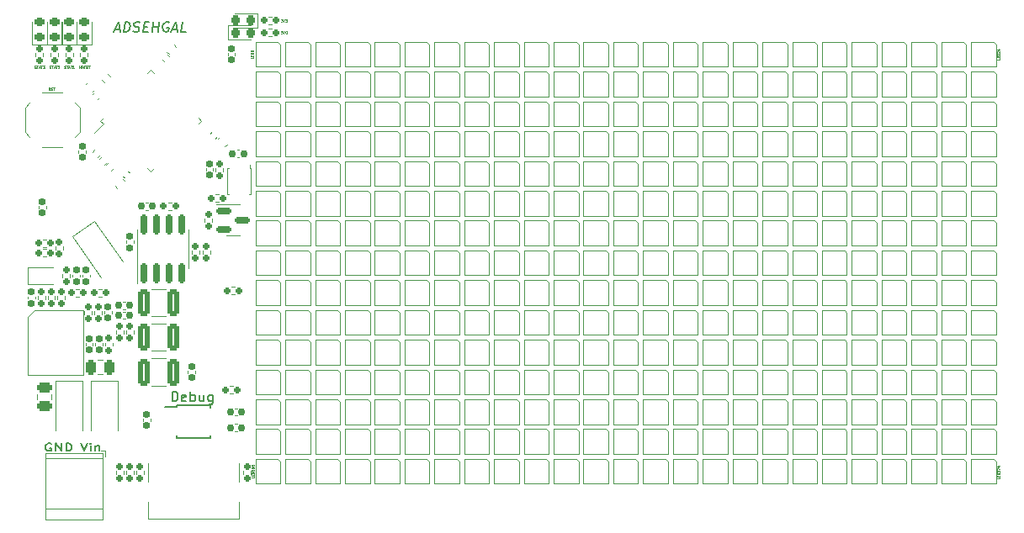
<source format=gbr>
%TF.GenerationSoftware,KiCad,Pcbnew,(5.99.0-12974-ge12f9a194d)*%
%TF.CreationDate,2021-11-26T19:34:27-08:00*%
%TF.ProjectId,LED_Addrs,4c45445f-4164-4647-9273-2e6b69636164,rev?*%
%TF.SameCoordinates,Original*%
%TF.FileFunction,Legend,Top*%
%TF.FilePolarity,Positive*%
%FSLAX46Y46*%
G04 Gerber Fmt 4.6, Leading zero omitted, Abs format (unit mm)*
G04 Created by KiCad (PCBNEW (5.99.0-12974-ge12f9a194d)) date 2021-11-26 19:34:27*
%MOMM*%
%LPD*%
G01*
G04 APERTURE LIST*
G04 Aperture macros list*
%AMRoundRect*
0 Rectangle with rounded corners*
0 $1 Rounding radius*
0 $2 $3 $4 $5 $6 $7 $8 $9 X,Y pos of 4 corners*
0 Add a 4 corners polygon primitive as box body*
4,1,4,$2,$3,$4,$5,$6,$7,$8,$9,$2,$3,0*
0 Add four circle primitives for the rounded corners*
1,1,$1+$1,$2,$3*
1,1,$1+$1,$4,$5*
1,1,$1+$1,$6,$7*
1,1,$1+$1,$8,$9*
0 Add four rect primitives between the rounded corners*
20,1,$1+$1,$2,$3,$4,$5,0*
20,1,$1+$1,$4,$5,$6,$7,0*
20,1,$1+$1,$6,$7,$8,$9,0*
20,1,$1+$1,$8,$9,$2,$3,0*%
%AMRotRect*
0 Rectangle, with rotation*
0 The origin of the aperture is its center*
0 $1 length*
0 $2 width*
0 $3 Rotation angle, in degrees counterclockwise*
0 Add horizontal line*
21,1,$1,$2,0,0,$3*%
%AMFreePoly0*
4,1,13,1.850000,-0.800000,-1.850000,-0.800000,-1.850000,-0.080000,-2.250000,-0.080000,-2.253536,-0.078536,-2.255000,-0.075000,-2.255000,0.225000,-2.253536,0.228536,-2.250000,0.230000,-1.850000,0.230000,-1.850000,0.800000,1.850000,0.800000,1.850000,-0.800000,1.850000,-0.800000,$1*%
%AMFreePoly1*
4,1,15,1.100000,0.005000,1.103536,0.003536,1.105000,0.000000,1.105000,-1.715000,1.103536,-1.718536,1.100000,-1.720000,-1.100000,-1.720000,-1.103536,-1.718536,-1.105000,-1.715000,-1.105000,0.000000,-1.103536,0.003536,-1.100000,0.005000,-1.100000,1.415000,1.100000,1.415000,1.100000,0.005000,1.100000,0.005000,$1*%
%AMFreePoly2*
4,1,13,0.903536,1.418536,0.905000,1.415000,0.905000,-1.715000,0.903536,-1.718536,0.900000,-1.720000,-0.600000,-1.720000,-0.603536,-1.718536,-0.605000,-1.715000,-0.605000,1.415000,-0.603536,1.418536,-0.600000,1.420000,0.900000,1.420000,0.903536,1.418536,0.903536,1.418536,$1*%
G04 Aperture macros list end*
%ADD10C,0.040000*%
%ADD11C,0.150000*%
%ADD12C,0.200000*%
%ADD13C,0.120000*%
%ADD14RoundRect,0.250000X0.475000X-0.250000X0.475000X0.250000X-0.475000X0.250000X-0.475000X-0.250000X0*%
%ADD15R,0.400000X0.700000*%
%ADD16RoundRect,0.160000X0.197500X0.160000X-0.197500X0.160000X-0.197500X-0.160000X0.197500X-0.160000X0*%
%ADD17RoundRect,0.160000X-0.160000X0.197500X-0.160000X-0.197500X0.160000X-0.197500X0.160000X0.197500X0*%
%ADD18RoundRect,0.218750X0.218750X0.256250X-0.218750X0.256250X-0.218750X-0.256250X0.218750X-0.256250X0*%
%ADD19RoundRect,0.155000X-0.212500X-0.155000X0.212500X-0.155000X0.212500X0.155000X-0.212500X0.155000X0*%
%ADD20RoundRect,0.160000X0.160000X-0.197500X0.160000X0.197500X-0.160000X0.197500X-0.160000X-0.197500X0*%
%ADD21RoundRect,0.160000X-0.026517X-0.252791X0.252791X0.026517X0.026517X0.252791X-0.252791X-0.026517X0*%
%ADD22RoundRect,0.160000X-0.197500X-0.160000X0.197500X-0.160000X0.197500X0.160000X-0.197500X0.160000X0*%
%ADD23RoundRect,0.155000X-0.155000X0.212500X-0.155000X-0.212500X0.155000X-0.212500X0.155000X0.212500X0*%
%ADD24RoundRect,0.160000X0.252791X-0.026517X-0.026517X0.252791X-0.252791X0.026517X0.026517X-0.252791X0*%
%ADD25R,1.400000X0.300000*%
%ADD26R,0.600000X0.450000*%
%ADD27RoundRect,0.155000X0.155000X-0.212500X0.155000X0.212500X-0.155000X0.212500X-0.155000X-0.212500X0*%
%ADD28R,0.400000X0.300000*%
%ADD29FreePoly0,0.000000*%
%ADD30FreePoly1,0.000000*%
%ADD31R,0.300000X0.400000*%
%ADD32FreePoly2,0.000000*%
%ADD33RoundRect,0.150000X-0.587500X-0.150000X0.587500X-0.150000X0.587500X0.150000X-0.587500X0.150000X0*%
%ADD34R,1.000000X1.700000*%
%ADD35RoundRect,0.155000X0.040659X0.259862X-0.259862X-0.040659X-0.040659X-0.259862X0.259862X0.040659X0*%
%ADD36R,2.100000X1.400000*%
%ADD37RoundRect,0.250000X0.325000X1.100000X-0.325000X1.100000X-0.325000X-1.100000X0.325000X-1.100000X0*%
%ADD38RoundRect,0.225000X-0.335876X-0.017678X-0.017678X-0.335876X0.335876X0.017678X0.017678X0.335876X0*%
%ADD39RotRect,1.400000X2.100000X305.000000*%
%ADD40RoundRect,0.250000X0.250000X0.475000X-0.250000X0.475000X-0.250000X-0.475000X0.250000X-0.475000X0*%
%ADD41RoundRect,0.218750X0.256250X-0.218750X0.256250X0.218750X-0.256250X0.218750X-0.256250X-0.218750X0*%
%ADD42RoundRect,0.225000X-0.017678X0.335876X-0.335876X0.017678X0.017678X-0.335876X0.335876X-0.017678X0*%
%ADD43RoundRect,0.155000X0.212500X0.155000X-0.212500X0.155000X-0.212500X-0.155000X0.212500X-0.155000X0*%
%ADD44RoundRect,0.218750X-0.218750X-0.256250X0.218750X-0.256250X0.218750X0.256250X-0.218750X0.256250X0*%
%ADD45RoundRect,0.155000X0.259862X-0.040659X-0.040659X0.259862X-0.259862X0.040659X0.040659X-0.259862X0*%
%ADD46RoundRect,0.155000X-0.259862X0.040659X0.040659X-0.259862X0.259862X-0.040659X-0.040659X0.259862X0*%
%ADD47C,0.650000*%
%ADD48R,0.300000X1.150000*%
%ADD49O,1.000000X2.100000*%
%ADD50O,1.000000X1.600000*%
%ADD51RoundRect,0.075000X-0.415425X-0.521491X0.521491X0.415425X0.415425X0.521491X-0.521491X-0.415425X0*%
%ADD52RoundRect,0.075000X0.415425X-0.521491X0.521491X-0.415425X-0.415425X0.521491X-0.521491X0.415425X0*%
%ADD53RoundRect,0.150000X0.150000X-0.825000X0.150000X0.825000X-0.150000X0.825000X-0.150000X-0.825000X0*%
%ADD54RoundRect,0.225000X0.335876X0.017678X0.017678X0.335876X-0.335876X-0.017678X-0.017678X-0.335876X0*%
%ADD55R,0.250000X0.750000*%
%ADD56RoundRect,0.160000X0.026517X0.252791X-0.252791X-0.026517X-0.026517X-0.252791X0.252791X0.026517X0*%
%ADD57R,2.100000X2.100000*%
%ADD58C,2.100000*%
G04 APERTURE END LIST*
D10*
X38285523Y-12460904D02*
X38442761Y-12460904D01*
X38358095Y-12557666D01*
X38394380Y-12557666D01*
X38418571Y-12569761D01*
X38430666Y-12581857D01*
X38442761Y-12606047D01*
X38442761Y-12666523D01*
X38430666Y-12690714D01*
X38418571Y-12702809D01*
X38394380Y-12714904D01*
X38321809Y-12714904D01*
X38297619Y-12702809D01*
X38285523Y-12690714D01*
X38515333Y-12460904D02*
X38600000Y-12714904D01*
X38684666Y-12460904D01*
X38745142Y-12460904D02*
X38902380Y-12460904D01*
X38817714Y-12557666D01*
X38854000Y-12557666D01*
X38878190Y-12569761D01*
X38890285Y-12581857D01*
X38902380Y-12606047D01*
X38902380Y-12666523D01*
X38890285Y-12690714D01*
X38878190Y-12702809D01*
X38854000Y-12714904D01*
X38781428Y-12714904D01*
X38757238Y-12702809D01*
X38745142Y-12690714D01*
X35514904Y-16284238D02*
X35514904Y-16405190D01*
X35260904Y-16405190D01*
X35381857Y-16199571D02*
X35381857Y-16114904D01*
X35514904Y-16078619D02*
X35514904Y-16199571D01*
X35260904Y-16199571D01*
X35260904Y-16078619D01*
X35514904Y-15969761D02*
X35260904Y-15969761D01*
X35260904Y-15909285D01*
X35273000Y-15873000D01*
X35297190Y-15848809D01*
X35321380Y-15836714D01*
X35369761Y-15824619D01*
X35406047Y-15824619D01*
X35454428Y-15836714D01*
X35478619Y-15848809D01*
X35502809Y-15873000D01*
X35514904Y-15909285D01*
X35514904Y-15969761D01*
X35260904Y-15667380D02*
X35260904Y-15643190D01*
X35273000Y-15619000D01*
X35285095Y-15606904D01*
X35309285Y-15594809D01*
X35357666Y-15582714D01*
X35418142Y-15582714D01*
X35466523Y-15594809D01*
X35490714Y-15606904D01*
X35502809Y-15619000D01*
X35514904Y-15643190D01*
X35514904Y-15667380D01*
X35502809Y-15691571D01*
X35490714Y-15703666D01*
X35466523Y-15715761D01*
X35418142Y-15727857D01*
X35357666Y-15727857D01*
X35309285Y-15715761D01*
X35285095Y-15703666D01*
X35273000Y-15691571D01*
X35260904Y-15667380D01*
X15060904Y-19614904D02*
X14976238Y-19493952D01*
X14915761Y-19614904D02*
X14915761Y-19360904D01*
X15012523Y-19360904D01*
X15036714Y-19373000D01*
X15048809Y-19385095D01*
X15060904Y-19409285D01*
X15060904Y-19445571D01*
X15048809Y-19469761D01*
X15036714Y-19481857D01*
X15012523Y-19493952D01*
X14915761Y-19493952D01*
X15157666Y-19602809D02*
X15193952Y-19614904D01*
X15254428Y-19614904D01*
X15278619Y-19602809D01*
X15290714Y-19590714D01*
X15302809Y-19566523D01*
X15302809Y-19542333D01*
X15290714Y-19518142D01*
X15278619Y-19506047D01*
X15254428Y-19493952D01*
X15206047Y-19481857D01*
X15181857Y-19469761D01*
X15169761Y-19457666D01*
X15157666Y-19433476D01*
X15157666Y-19409285D01*
X15169761Y-19385095D01*
X15181857Y-19373000D01*
X15206047Y-19360904D01*
X15266523Y-19360904D01*
X15302809Y-19373000D01*
X15375380Y-19360904D02*
X15520523Y-19360904D01*
X15447952Y-19614904D02*
X15447952Y-19360904D01*
X110614904Y-58626142D02*
X110614904Y-58747095D01*
X110360904Y-58747095D01*
X110481857Y-58541476D02*
X110481857Y-58456809D01*
X110614904Y-58420523D02*
X110614904Y-58541476D01*
X110360904Y-58541476D01*
X110360904Y-58420523D01*
X110614904Y-58311666D02*
X110360904Y-58311666D01*
X110360904Y-58251190D01*
X110373000Y-58214904D01*
X110397190Y-58190714D01*
X110421380Y-58178619D01*
X110469761Y-58166523D01*
X110506047Y-58166523D01*
X110554428Y-58178619D01*
X110578619Y-58190714D01*
X110602809Y-58214904D01*
X110614904Y-58251190D01*
X110614904Y-58311666D01*
X110360904Y-58081857D02*
X110360904Y-57924619D01*
X110457666Y-58009285D01*
X110457666Y-57973000D01*
X110469761Y-57948809D01*
X110481857Y-57936714D01*
X110506047Y-57924619D01*
X110566523Y-57924619D01*
X110590714Y-57936714D01*
X110602809Y-57948809D01*
X110614904Y-57973000D01*
X110614904Y-58045571D01*
X110602809Y-58069761D01*
X110590714Y-58081857D01*
X110360904Y-57839952D02*
X110360904Y-57670619D01*
X110614904Y-57779476D01*
X110445571Y-57465000D02*
X110614904Y-57465000D01*
X110348809Y-57525476D02*
X110530238Y-57585952D01*
X110530238Y-57428714D01*
X15004095Y-17402809D02*
X15040380Y-17414904D01*
X15100857Y-17414904D01*
X15125047Y-17402809D01*
X15137142Y-17390714D01*
X15149238Y-17366523D01*
X15149238Y-17342333D01*
X15137142Y-17318142D01*
X15125047Y-17306047D01*
X15100857Y-17293952D01*
X15052476Y-17281857D01*
X15028285Y-17269761D01*
X15016190Y-17257666D01*
X15004095Y-17233476D01*
X15004095Y-17209285D01*
X15016190Y-17185095D01*
X15028285Y-17173000D01*
X15052476Y-17160904D01*
X15112952Y-17160904D01*
X15149238Y-17173000D01*
X15221809Y-17160904D02*
X15366952Y-17160904D01*
X15294380Y-17414904D02*
X15294380Y-17160904D01*
X15439523Y-17342333D02*
X15560476Y-17342333D01*
X15415333Y-17414904D02*
X15500000Y-17160904D01*
X15584666Y-17414904D01*
X15633047Y-17160904D02*
X15778190Y-17160904D01*
X15705619Y-17414904D02*
X15705619Y-17160904D01*
X15850761Y-17185095D02*
X15862857Y-17173000D01*
X15887047Y-17160904D01*
X15947523Y-17160904D01*
X15971714Y-17173000D01*
X15983809Y-17185095D01*
X15995904Y-17209285D01*
X15995904Y-17233476D01*
X15983809Y-17269761D01*
X15838666Y-17414904D01*
X15995904Y-17414904D01*
X17979904Y-17414904D02*
X17979904Y-17160904D01*
X17979904Y-17281857D02*
X18125047Y-17281857D01*
X18125047Y-17414904D02*
X18125047Y-17160904D01*
X18391142Y-17414904D02*
X18306476Y-17293952D01*
X18246000Y-17414904D02*
X18246000Y-17160904D01*
X18342761Y-17160904D01*
X18366952Y-17173000D01*
X18379047Y-17185095D01*
X18391142Y-17209285D01*
X18391142Y-17245571D01*
X18379047Y-17269761D01*
X18366952Y-17281857D01*
X18342761Y-17293952D01*
X18246000Y-17293952D01*
X18463714Y-17160904D02*
X18608857Y-17160904D01*
X18536285Y-17414904D02*
X18536285Y-17160904D01*
X18778190Y-17281857D02*
X18814476Y-17293952D01*
X18826571Y-17306047D01*
X18838666Y-17330238D01*
X18838666Y-17366523D01*
X18826571Y-17390714D01*
X18814476Y-17402809D01*
X18790285Y-17414904D01*
X18693523Y-17414904D01*
X18693523Y-17160904D01*
X18778190Y-17160904D01*
X18802380Y-17173000D01*
X18814476Y-17185095D01*
X18826571Y-17209285D01*
X18826571Y-17233476D01*
X18814476Y-17257666D01*
X18802380Y-17269761D01*
X18778190Y-17281857D01*
X18693523Y-17281857D01*
X18911238Y-17160904D02*
X19056380Y-17160904D01*
X18983809Y-17414904D02*
X18983809Y-17160904D01*
X13504095Y-17402809D02*
X13540380Y-17414904D01*
X13600857Y-17414904D01*
X13625047Y-17402809D01*
X13637142Y-17390714D01*
X13649238Y-17366523D01*
X13649238Y-17342333D01*
X13637142Y-17318142D01*
X13625047Y-17306047D01*
X13600857Y-17293952D01*
X13552476Y-17281857D01*
X13528285Y-17269761D01*
X13516190Y-17257666D01*
X13504095Y-17233476D01*
X13504095Y-17209285D01*
X13516190Y-17185095D01*
X13528285Y-17173000D01*
X13552476Y-17160904D01*
X13612952Y-17160904D01*
X13649238Y-17173000D01*
X13721809Y-17160904D02*
X13866952Y-17160904D01*
X13794380Y-17414904D02*
X13794380Y-17160904D01*
X13939523Y-17342333D02*
X14060476Y-17342333D01*
X13915333Y-17414904D02*
X14000000Y-17160904D01*
X14084666Y-17414904D01*
X14133047Y-17160904D02*
X14278190Y-17160904D01*
X14205619Y-17414904D02*
X14205619Y-17160904D01*
X14338666Y-17160904D02*
X14495904Y-17160904D01*
X14411238Y-17257666D01*
X14447523Y-17257666D01*
X14471714Y-17269761D01*
X14483809Y-17281857D01*
X14495904Y-17306047D01*
X14495904Y-17366523D01*
X14483809Y-17390714D01*
X14471714Y-17402809D01*
X14447523Y-17414904D01*
X14374952Y-17414904D01*
X14350761Y-17402809D01*
X14338666Y-17390714D01*
D11*
X27352380Y-50952380D02*
X27352380Y-49952380D01*
X27590476Y-49952380D01*
X27733333Y-50000000D01*
X27828571Y-50095238D01*
X27876190Y-50190476D01*
X27923809Y-50380952D01*
X27923809Y-50523809D01*
X27876190Y-50714285D01*
X27828571Y-50809523D01*
X27733333Y-50904761D01*
X27590476Y-50952380D01*
X27352380Y-50952380D01*
X28733333Y-50904761D02*
X28638095Y-50952380D01*
X28447619Y-50952380D01*
X28352380Y-50904761D01*
X28304761Y-50809523D01*
X28304761Y-50428571D01*
X28352380Y-50333333D01*
X28447619Y-50285714D01*
X28638095Y-50285714D01*
X28733333Y-50333333D01*
X28780952Y-50428571D01*
X28780952Y-50523809D01*
X28304761Y-50619047D01*
X29209523Y-50952380D02*
X29209523Y-49952380D01*
X29209523Y-50333333D02*
X29304761Y-50285714D01*
X29495238Y-50285714D01*
X29590476Y-50333333D01*
X29638095Y-50380952D01*
X29685714Y-50476190D01*
X29685714Y-50761904D01*
X29638095Y-50857142D01*
X29590476Y-50904761D01*
X29495238Y-50952380D01*
X29304761Y-50952380D01*
X29209523Y-50904761D01*
X30542857Y-50285714D02*
X30542857Y-50952380D01*
X30114285Y-50285714D02*
X30114285Y-50809523D01*
X30161904Y-50904761D01*
X30257142Y-50952380D01*
X30400000Y-50952380D01*
X30495238Y-50904761D01*
X30542857Y-50857142D01*
X31447619Y-50285714D02*
X31447619Y-51095238D01*
X31400000Y-51190476D01*
X31352380Y-51238095D01*
X31257142Y-51285714D01*
X31114285Y-51285714D01*
X31019047Y-51238095D01*
X31447619Y-50904761D02*
X31352380Y-50952380D01*
X31161904Y-50952380D01*
X31066666Y-50904761D01*
X31019047Y-50857142D01*
X30971428Y-50761904D01*
X30971428Y-50476190D01*
X31019047Y-50380952D01*
X31066666Y-50333333D01*
X31161904Y-50285714D01*
X31352380Y-50285714D01*
X31447619Y-50333333D01*
D10*
X110614904Y-16405190D02*
X110614904Y-16526142D01*
X110360904Y-16526142D01*
X110481857Y-16320523D02*
X110481857Y-16235857D01*
X110614904Y-16199571D02*
X110614904Y-16320523D01*
X110360904Y-16320523D01*
X110360904Y-16199571D01*
X110614904Y-16090714D02*
X110360904Y-16090714D01*
X110360904Y-16030238D01*
X110373000Y-15993952D01*
X110397190Y-15969761D01*
X110421380Y-15957666D01*
X110469761Y-15945571D01*
X110506047Y-15945571D01*
X110554428Y-15957666D01*
X110578619Y-15969761D01*
X110602809Y-15993952D01*
X110614904Y-16030238D01*
X110614904Y-16090714D01*
X110385095Y-15848809D02*
X110373000Y-15836714D01*
X110360904Y-15812523D01*
X110360904Y-15752047D01*
X110373000Y-15727857D01*
X110385095Y-15715761D01*
X110409285Y-15703666D01*
X110433476Y-15703666D01*
X110469761Y-15715761D01*
X110614904Y-15860904D01*
X110614904Y-15703666D01*
X110445571Y-15485952D02*
X110614904Y-15485952D01*
X110348809Y-15546428D02*
X110530238Y-15606904D01*
X110530238Y-15449666D01*
X35614904Y-58526142D02*
X35614904Y-58647095D01*
X35360904Y-58647095D01*
X35481857Y-58441476D02*
X35481857Y-58356809D01*
X35614904Y-58320523D02*
X35614904Y-58441476D01*
X35360904Y-58441476D01*
X35360904Y-58320523D01*
X35614904Y-58211666D02*
X35360904Y-58211666D01*
X35360904Y-58151190D01*
X35373000Y-58114904D01*
X35397190Y-58090714D01*
X35421380Y-58078619D01*
X35469761Y-58066523D01*
X35506047Y-58066523D01*
X35554428Y-58078619D01*
X35578619Y-58090714D01*
X35602809Y-58114904D01*
X35614904Y-58151190D01*
X35614904Y-58211666D01*
X35360904Y-57981857D02*
X35360904Y-57824619D01*
X35457666Y-57909285D01*
X35457666Y-57873000D01*
X35469761Y-57848809D01*
X35481857Y-57836714D01*
X35506047Y-57824619D01*
X35566523Y-57824619D01*
X35590714Y-57836714D01*
X35602809Y-57848809D01*
X35614904Y-57873000D01*
X35614904Y-57945571D01*
X35602809Y-57969761D01*
X35590714Y-57981857D01*
X35360904Y-57594809D02*
X35360904Y-57715761D01*
X35481857Y-57727857D01*
X35469761Y-57715761D01*
X35457666Y-57691571D01*
X35457666Y-57631095D01*
X35469761Y-57606904D01*
X35481857Y-57594809D01*
X35506047Y-57582714D01*
X35566523Y-57582714D01*
X35590714Y-57594809D01*
X35602809Y-57606904D01*
X35614904Y-57631095D01*
X35614904Y-57691571D01*
X35602809Y-57715761D01*
X35590714Y-57727857D01*
X35360904Y-57425476D02*
X35360904Y-57401285D01*
X35373000Y-57377095D01*
X35385095Y-57365000D01*
X35409285Y-57352904D01*
X35457666Y-57340809D01*
X35518142Y-57340809D01*
X35566523Y-57352904D01*
X35590714Y-57365000D01*
X35602809Y-57377095D01*
X35614904Y-57401285D01*
X35614904Y-57425476D01*
X35602809Y-57449666D01*
X35590714Y-57461761D01*
X35566523Y-57473857D01*
X35518142Y-57485952D01*
X35457666Y-57485952D01*
X35409285Y-57473857D01*
X35385095Y-57461761D01*
X35373000Y-57449666D01*
X35360904Y-57425476D01*
X16504095Y-17402809D02*
X16540380Y-17414904D01*
X16600857Y-17414904D01*
X16625047Y-17402809D01*
X16637142Y-17390714D01*
X16649238Y-17366523D01*
X16649238Y-17342333D01*
X16637142Y-17318142D01*
X16625047Y-17306047D01*
X16600857Y-17293952D01*
X16552476Y-17281857D01*
X16528285Y-17269761D01*
X16516190Y-17257666D01*
X16504095Y-17233476D01*
X16504095Y-17209285D01*
X16516190Y-17185095D01*
X16528285Y-17173000D01*
X16552476Y-17160904D01*
X16612952Y-17160904D01*
X16649238Y-17173000D01*
X16721809Y-17160904D02*
X16866952Y-17160904D01*
X16794380Y-17414904D02*
X16794380Y-17160904D01*
X16939523Y-17342333D02*
X17060476Y-17342333D01*
X16915333Y-17414904D02*
X17000000Y-17160904D01*
X17084666Y-17414904D01*
X17133047Y-17160904D02*
X17278190Y-17160904D01*
X17205619Y-17414904D02*
X17205619Y-17160904D01*
X17495904Y-17414904D02*
X17350761Y-17414904D01*
X17423333Y-17414904D02*
X17423333Y-17160904D01*
X17399142Y-17197190D01*
X17374952Y-17221380D01*
X17350761Y-17233476D01*
D11*
X18159642Y-55189285D02*
X18492976Y-55939285D01*
X18826309Y-55189285D01*
X19159642Y-55939285D02*
X19159642Y-55439285D01*
X19159642Y-55189285D02*
X19112023Y-55225000D01*
X19159642Y-55260714D01*
X19207261Y-55225000D01*
X19159642Y-55189285D01*
X19159642Y-55260714D01*
X19635833Y-55439285D02*
X19635833Y-55939285D01*
X19635833Y-55510714D02*
X19683452Y-55475000D01*
X19778690Y-55439285D01*
X19921547Y-55439285D01*
X20016785Y-55475000D01*
X20064404Y-55546428D01*
X20064404Y-55939285D01*
D12*
X21617232Y-13466666D02*
X22093422Y-13466666D01*
X21486279Y-13752380D02*
X21944613Y-12752380D01*
X22152946Y-13752380D01*
X22486279Y-13752380D02*
X22611279Y-12752380D01*
X22849375Y-12752380D01*
X22986279Y-12800000D01*
X23069613Y-12895238D01*
X23105327Y-12990476D01*
X23129136Y-13180952D01*
X23111279Y-13323809D01*
X23039851Y-13514285D01*
X22980327Y-13609523D01*
X22873184Y-13704761D01*
X22724375Y-13752380D01*
X22486279Y-13752380D01*
X23444613Y-13704761D02*
X23581517Y-13752380D01*
X23819613Y-13752380D01*
X23920803Y-13704761D01*
X23974375Y-13657142D01*
X24033898Y-13561904D01*
X24045803Y-13466666D01*
X24010089Y-13371428D01*
X23968422Y-13323809D01*
X23879136Y-13276190D01*
X23694613Y-13228571D01*
X23605327Y-13180952D01*
X23563660Y-13133333D01*
X23527946Y-13038095D01*
X23539851Y-12942857D01*
X23599375Y-12847619D01*
X23652946Y-12800000D01*
X23754136Y-12752380D01*
X23992232Y-12752380D01*
X24129136Y-12800000D01*
X24504136Y-13228571D02*
X24837470Y-13228571D01*
X24914851Y-13752380D02*
X24438660Y-13752380D01*
X24563660Y-12752380D01*
X25039851Y-12752380D01*
X25343422Y-13752380D02*
X25468422Y-12752380D01*
X25408898Y-13228571D02*
X25980327Y-13228571D01*
X25914851Y-13752380D02*
X26039851Y-12752380D01*
X27033898Y-12800000D02*
X26944613Y-12752380D01*
X26801755Y-12752380D01*
X26652946Y-12800000D01*
X26545803Y-12895238D01*
X26486279Y-12990476D01*
X26414851Y-13180952D01*
X26396994Y-13323809D01*
X26420803Y-13514285D01*
X26456517Y-13609523D01*
X26539851Y-13704761D01*
X26676755Y-13752380D01*
X26771994Y-13752380D01*
X26920803Y-13704761D01*
X26974375Y-13657142D01*
X27016041Y-13323809D01*
X26825565Y-13323809D01*
X27379136Y-13466666D02*
X27855327Y-13466666D01*
X27248184Y-13752380D02*
X27706517Y-12752380D01*
X27914851Y-13752380D01*
X28724375Y-13752380D02*
X28248184Y-13752380D01*
X28373184Y-12752380D01*
D11*
X15159404Y-55225000D02*
X15064166Y-55189285D01*
X14921309Y-55189285D01*
X14778452Y-55225000D01*
X14683214Y-55296428D01*
X14635595Y-55367857D01*
X14587976Y-55510714D01*
X14587976Y-55617857D01*
X14635595Y-55760714D01*
X14683214Y-55832142D01*
X14778452Y-55903571D01*
X14921309Y-55939285D01*
X15016547Y-55939285D01*
X15159404Y-55903571D01*
X15207023Y-55867857D01*
X15207023Y-55617857D01*
X15016547Y-55617857D01*
X15635595Y-55939285D02*
X15635595Y-55189285D01*
X16207023Y-55939285D01*
X16207023Y-55189285D01*
X16683214Y-55939285D02*
X16683214Y-55189285D01*
X16921309Y-55189285D01*
X17064166Y-55225000D01*
X17159404Y-55296428D01*
X17207023Y-55367857D01*
X17254642Y-55510714D01*
X17254642Y-55617857D01*
X17207023Y-55760714D01*
X17159404Y-55832142D01*
X17064166Y-55903571D01*
X16921309Y-55939285D01*
X16683214Y-55939285D01*
D10*
X38430666Y-13660904D02*
X38309714Y-13660904D01*
X38297619Y-13781857D01*
X38309714Y-13769761D01*
X38333904Y-13757666D01*
X38394380Y-13757666D01*
X38418571Y-13769761D01*
X38430666Y-13781857D01*
X38442761Y-13806047D01*
X38442761Y-13866523D01*
X38430666Y-13890714D01*
X38418571Y-13902809D01*
X38394380Y-13914904D01*
X38333904Y-13914904D01*
X38309714Y-13902809D01*
X38297619Y-13890714D01*
X38515333Y-13660904D02*
X38600000Y-13914904D01*
X38684666Y-13660904D01*
X38817714Y-13660904D02*
X38841904Y-13660904D01*
X38866095Y-13673000D01*
X38878190Y-13685095D01*
X38890285Y-13709285D01*
X38902380Y-13757666D01*
X38902380Y-13818142D01*
X38890285Y-13866523D01*
X38878190Y-13890714D01*
X38866095Y-13902809D01*
X38841904Y-13914904D01*
X38817714Y-13914904D01*
X38793523Y-13902809D01*
X38781428Y-13890714D01*
X38769333Y-13866523D01*
X38757238Y-13818142D01*
X38757238Y-13757666D01*
X38769333Y-13709285D01*
X38781428Y-13685095D01*
X38793523Y-13673000D01*
X38817714Y-13660904D01*
D13*
%TO.C,C410*%
X15235000Y-50761252D02*
X15235000Y-50238748D01*
X13765000Y-50761252D02*
X13765000Y-50238748D01*
%TO.C,D220*%
X95250000Y-39000000D02*
X95250000Y-40000000D01*
X95250000Y-40000000D02*
X95250000Y-41000000D01*
X92750000Y-41000000D02*
X92750000Y-39000000D01*
X92750000Y-41250000D02*
X92750000Y-38750000D01*
X95250000Y-41250000D02*
X95000000Y-41250000D01*
X93000000Y-38750000D02*
X95000000Y-38750000D01*
X95000000Y-41250000D02*
X93000000Y-41250000D01*
X95000000Y-38750000D02*
X95250000Y-39000000D01*
X95000000Y-41250000D02*
X92750000Y-41250000D01*
X92750000Y-38750000D02*
X93000000Y-38750000D01*
X95250000Y-39000000D02*
X95250000Y-41250000D01*
X94750000Y-38750000D02*
X95000000Y-38750000D01*
%TO.C,R29*%
X14667621Y-35620000D02*
X14332379Y-35620000D01*
X14667621Y-36380000D02*
X14332379Y-36380000D01*
%TO.C,D195*%
X95000000Y-38250000D02*
X92750000Y-38250000D01*
X92750000Y-38250000D02*
X92750000Y-35750000D01*
X94750000Y-35750000D02*
X95000000Y-35750000D01*
X92750000Y-38000000D02*
X92750000Y-36000000D01*
X95250000Y-37000000D02*
X95250000Y-38000000D01*
X95250000Y-36000000D02*
X95250000Y-37000000D01*
X92750000Y-35750000D02*
X93000000Y-35750000D01*
X93000000Y-35750000D02*
X95000000Y-35750000D01*
X95250000Y-36000000D02*
X95250000Y-38250000D01*
X95250000Y-38250000D02*
X95000000Y-38250000D01*
X95000000Y-35750000D02*
X95250000Y-36000000D01*
X95000000Y-38250000D02*
X93000000Y-38250000D01*
%TO.C,R6*%
X14380000Y-15832379D02*
X14380000Y-16167621D01*
X13620000Y-15832379D02*
X13620000Y-16167621D01*
%TO.C,D382*%
X33700000Y-13335000D02*
X35985000Y-13335000D01*
X35985000Y-11865000D02*
X33700000Y-11865000D01*
X35985000Y-13335000D02*
X35985000Y-11865000D01*
%TO.C,D151*%
X37750000Y-32750000D02*
X38000000Y-32750000D01*
X38250000Y-33000000D02*
X38250000Y-35250000D01*
X38000000Y-35250000D02*
X36000000Y-35250000D01*
X35750000Y-32750000D02*
X36000000Y-32750000D01*
X38250000Y-35250000D02*
X38000000Y-35250000D01*
X38000000Y-35250000D02*
X35750000Y-35250000D01*
X35750000Y-35250000D02*
X35750000Y-32750000D01*
X36000000Y-32750000D02*
X38000000Y-32750000D01*
X35750000Y-35000000D02*
X35750000Y-33000000D01*
X38250000Y-34000000D02*
X38250000Y-35000000D01*
X38250000Y-33000000D02*
X38250000Y-34000000D01*
X38000000Y-32750000D02*
X38250000Y-33000000D01*
%TO.C,D136*%
X68250000Y-31000000D02*
X68250000Y-32000000D01*
X68250000Y-30000000D02*
X68250000Y-32250000D01*
X68000000Y-32250000D02*
X66000000Y-32250000D01*
X68000000Y-32250000D02*
X65750000Y-32250000D01*
X66000000Y-29750000D02*
X68000000Y-29750000D01*
X68250000Y-30000000D02*
X68250000Y-31000000D01*
X65750000Y-29750000D02*
X66000000Y-29750000D01*
X68000000Y-29750000D02*
X68250000Y-30000000D01*
X68250000Y-32250000D02*
X68000000Y-32250000D01*
X67750000Y-29750000D02*
X68000000Y-29750000D01*
X65750000Y-32000000D02*
X65750000Y-30000000D01*
X65750000Y-32250000D02*
X65750000Y-29750000D01*
%TO.C,D62*%
X71250000Y-22000000D02*
X71250000Y-23000000D01*
X68750000Y-23000000D02*
X68750000Y-21000000D01*
X70750000Y-20750000D02*
X71000000Y-20750000D01*
X71250000Y-23250000D02*
X71000000Y-23250000D01*
X68750000Y-20750000D02*
X69000000Y-20750000D01*
X71000000Y-23250000D02*
X68750000Y-23250000D01*
X68750000Y-23250000D02*
X68750000Y-20750000D01*
X71250000Y-21000000D02*
X71250000Y-22000000D01*
X69000000Y-20750000D02*
X71000000Y-20750000D01*
X71000000Y-20750000D02*
X71250000Y-21000000D01*
X71000000Y-23250000D02*
X69000000Y-23250000D01*
X71250000Y-21000000D02*
X71250000Y-23250000D01*
%TO.C,D139*%
X77000000Y-32250000D02*
X75000000Y-32250000D01*
X75000000Y-29750000D02*
X77000000Y-29750000D01*
X77250000Y-30000000D02*
X77250000Y-32250000D01*
X77250000Y-30000000D02*
X77250000Y-31000000D01*
X77000000Y-32250000D02*
X74750000Y-32250000D01*
X77250000Y-32250000D02*
X77000000Y-32250000D01*
X74750000Y-32000000D02*
X74750000Y-30000000D01*
X77000000Y-29750000D02*
X77250000Y-30000000D01*
X77250000Y-31000000D02*
X77250000Y-32000000D01*
X74750000Y-29750000D02*
X75000000Y-29750000D01*
X74750000Y-32250000D02*
X74750000Y-29750000D01*
X76750000Y-29750000D02*
X77000000Y-29750000D01*
%TO.C,D327*%
X41250000Y-55000000D02*
X41250000Y-56000000D01*
X38750000Y-56000000D02*
X38750000Y-54000000D01*
X39000000Y-53750000D02*
X41000000Y-53750000D01*
X38750000Y-53750000D02*
X39000000Y-53750000D01*
X41000000Y-53750000D02*
X41250000Y-54000000D01*
X41250000Y-54000000D02*
X41250000Y-55000000D01*
X41250000Y-54000000D02*
X41250000Y-56250000D01*
X41000000Y-56250000D02*
X38750000Y-56250000D01*
X40750000Y-53750000D02*
X41000000Y-53750000D01*
X41250000Y-56250000D02*
X41000000Y-56250000D01*
X41000000Y-56250000D02*
X39000000Y-56250000D01*
X38750000Y-56250000D02*
X38750000Y-53750000D01*
%TO.C,C417*%
X22384165Y-41660000D02*
X22615835Y-41660000D01*
X22384165Y-40940000D02*
X22615835Y-40940000D01*
%TO.C,D354*%
X47250000Y-58000000D02*
X47250000Y-59000000D01*
X44750000Y-59000000D02*
X44750000Y-57000000D01*
X44750000Y-56750000D02*
X45000000Y-56750000D01*
X44750000Y-59250000D02*
X44750000Y-56750000D01*
X45000000Y-56750000D02*
X47000000Y-56750000D01*
X47000000Y-59250000D02*
X44750000Y-59250000D01*
X47250000Y-57000000D02*
X47250000Y-59250000D01*
X47000000Y-56750000D02*
X47250000Y-57000000D01*
X47250000Y-59250000D02*
X47000000Y-59250000D01*
X46750000Y-56750000D02*
X47000000Y-56750000D01*
X47000000Y-59250000D02*
X45000000Y-59250000D01*
X47250000Y-57000000D02*
X47250000Y-58000000D01*
%TO.C,R22*%
X17080000Y-38467621D02*
X17080000Y-38132379D01*
X16320000Y-38467621D02*
X16320000Y-38132379D01*
%TO.C,R35*%
X22720000Y-58267621D02*
X22720000Y-57932379D01*
X23480000Y-58267621D02*
X23480000Y-57932379D01*
%TO.C,R1*%
X20012773Y-26549825D02*
X20249825Y-26312773D01*
X20550175Y-27087227D02*
X20787227Y-26850175D01*
%TO.C,D187*%
X71000000Y-38250000D02*
X68750000Y-38250000D01*
X71250000Y-37000000D02*
X71250000Y-38000000D01*
X68750000Y-38250000D02*
X68750000Y-35750000D01*
X71250000Y-38250000D02*
X71000000Y-38250000D01*
X71000000Y-38250000D02*
X69000000Y-38250000D01*
X71000000Y-35750000D02*
X71250000Y-36000000D01*
X71250000Y-36000000D02*
X71250000Y-38250000D01*
X68750000Y-35750000D02*
X69000000Y-35750000D01*
X70750000Y-35750000D02*
X71000000Y-35750000D01*
X71250000Y-36000000D02*
X71250000Y-37000000D01*
X68750000Y-38000000D02*
X68750000Y-36000000D01*
X69000000Y-35750000D02*
X71000000Y-35750000D01*
%TO.C,D116*%
X82750000Y-26750000D02*
X83000000Y-26750000D01*
X83000000Y-29250000D02*
X80750000Y-29250000D01*
X83000000Y-26750000D02*
X83250000Y-27000000D01*
X83000000Y-29250000D02*
X81000000Y-29250000D01*
X80750000Y-26750000D02*
X81000000Y-26750000D01*
X81000000Y-26750000D02*
X83000000Y-26750000D01*
X80750000Y-29000000D02*
X80750000Y-27000000D01*
X83250000Y-27000000D02*
X83250000Y-29250000D01*
X83250000Y-29250000D02*
X83000000Y-29250000D01*
X83250000Y-28000000D02*
X83250000Y-29000000D01*
X80750000Y-29250000D02*
X80750000Y-26750000D01*
X83250000Y-27000000D02*
X83250000Y-28000000D01*
%TO.C,D270*%
X95250000Y-47250000D02*
X95000000Y-47250000D01*
X92750000Y-47000000D02*
X92750000Y-45000000D01*
X95000000Y-47250000D02*
X92750000Y-47250000D01*
X95250000Y-45000000D02*
X95250000Y-47250000D01*
X92750000Y-44750000D02*
X93000000Y-44750000D01*
X93000000Y-44750000D02*
X95000000Y-44750000D01*
X94750000Y-44750000D02*
X95000000Y-44750000D01*
X92750000Y-47250000D02*
X92750000Y-44750000D01*
X95250000Y-45000000D02*
X95250000Y-46000000D01*
X95000000Y-47250000D02*
X93000000Y-47250000D01*
X95000000Y-44750000D02*
X95250000Y-45000000D01*
X95250000Y-46000000D02*
X95250000Y-47000000D01*
%TO.C,D90*%
X77750000Y-26000000D02*
X77750000Y-24000000D01*
X80250000Y-25000000D02*
X80250000Y-26000000D01*
X77750000Y-26250000D02*
X77750000Y-23750000D01*
X80250000Y-24000000D02*
X80250000Y-26250000D01*
X80250000Y-24000000D02*
X80250000Y-25000000D01*
X79750000Y-23750000D02*
X80000000Y-23750000D01*
X77750000Y-23750000D02*
X78000000Y-23750000D01*
X80250000Y-26250000D02*
X80000000Y-26250000D01*
X80000000Y-26250000D02*
X77750000Y-26250000D01*
X80000000Y-23750000D02*
X80250000Y-24000000D01*
X78000000Y-23750000D02*
X80000000Y-23750000D01*
X80000000Y-26250000D02*
X78000000Y-26250000D01*
%TO.C,R31*%
X21720000Y-57932379D02*
X21720000Y-58267621D01*
X22480000Y-57932379D02*
X22480000Y-58267621D01*
%TO.C,D278*%
X41750000Y-47750000D02*
X42000000Y-47750000D01*
X41750000Y-50250000D02*
X41750000Y-47750000D01*
X44250000Y-49000000D02*
X44250000Y-50000000D01*
X44000000Y-50250000D02*
X42000000Y-50250000D01*
X43750000Y-47750000D02*
X44000000Y-47750000D01*
X41750000Y-50000000D02*
X41750000Y-48000000D01*
X44250000Y-48000000D02*
X44250000Y-50250000D01*
X44250000Y-50250000D02*
X44000000Y-50250000D01*
X44250000Y-48000000D02*
X44250000Y-49000000D01*
X44000000Y-47750000D02*
X44250000Y-48000000D01*
X42000000Y-47750000D02*
X44000000Y-47750000D01*
X44000000Y-50250000D02*
X41750000Y-50250000D01*
%TO.C,D216*%
X83250000Y-39000000D02*
X83250000Y-40000000D01*
X83000000Y-41250000D02*
X81000000Y-41250000D01*
X80750000Y-41000000D02*
X80750000Y-39000000D01*
X81000000Y-38750000D02*
X83000000Y-38750000D01*
X83250000Y-40000000D02*
X83250000Y-41000000D01*
X83250000Y-39000000D02*
X83250000Y-41250000D01*
X83250000Y-41250000D02*
X83000000Y-41250000D01*
X82750000Y-38750000D02*
X83000000Y-38750000D01*
X80750000Y-38750000D02*
X81000000Y-38750000D01*
X80750000Y-41250000D02*
X80750000Y-38750000D01*
X83000000Y-41250000D02*
X80750000Y-41250000D01*
X83000000Y-38750000D02*
X83250000Y-39000000D01*
%TO.C,R15*%
X33332379Y-39420000D02*
X33667621Y-39420000D01*
X33332379Y-40180000D02*
X33667621Y-40180000D01*
%TO.C,D360*%
X62750000Y-59000000D02*
X62750000Y-57000000D01*
X62750000Y-59250000D02*
X62750000Y-56750000D01*
X62750000Y-56750000D02*
X63000000Y-56750000D01*
X65250000Y-59250000D02*
X65000000Y-59250000D01*
X65250000Y-58000000D02*
X65250000Y-59000000D01*
X65250000Y-57000000D02*
X65250000Y-58000000D01*
X65000000Y-59250000D02*
X62750000Y-59250000D01*
X63000000Y-56750000D02*
X65000000Y-56750000D01*
X65250000Y-57000000D02*
X65250000Y-59250000D01*
X64750000Y-56750000D02*
X65000000Y-56750000D01*
X65000000Y-56750000D02*
X65250000Y-57000000D01*
X65000000Y-59250000D02*
X63000000Y-59250000D01*
%TO.C,D302*%
X41000000Y-53250000D02*
X38750000Y-53250000D01*
X38750000Y-53000000D02*
X38750000Y-51000000D01*
X41000000Y-53250000D02*
X39000000Y-53250000D01*
X38750000Y-50750000D02*
X39000000Y-50750000D01*
X40750000Y-50750000D02*
X41000000Y-50750000D01*
X41250000Y-51000000D02*
X41250000Y-53250000D01*
X41000000Y-50750000D02*
X41250000Y-51000000D01*
X38750000Y-53250000D02*
X38750000Y-50750000D01*
X41250000Y-51000000D02*
X41250000Y-52000000D01*
X41250000Y-52000000D02*
X41250000Y-53000000D01*
X41250000Y-53250000D02*
X41000000Y-53250000D01*
X39000000Y-50750000D02*
X41000000Y-50750000D01*
%TO.C,D335*%
X65250000Y-56250000D02*
X65000000Y-56250000D01*
X64750000Y-53750000D02*
X65000000Y-53750000D01*
X65250000Y-54000000D02*
X65250000Y-56250000D01*
X65250000Y-54000000D02*
X65250000Y-55000000D01*
X62750000Y-53750000D02*
X63000000Y-53750000D01*
X65250000Y-55000000D02*
X65250000Y-56000000D01*
X62750000Y-56250000D02*
X62750000Y-53750000D01*
X62750000Y-56000000D02*
X62750000Y-54000000D01*
X65000000Y-53750000D02*
X65250000Y-54000000D01*
X65000000Y-56250000D02*
X63000000Y-56250000D01*
X63000000Y-53750000D02*
X65000000Y-53750000D01*
X65000000Y-56250000D02*
X62750000Y-56250000D01*
%TO.C,D237*%
X71250000Y-43000000D02*
X71250000Y-44000000D01*
X68750000Y-44250000D02*
X68750000Y-41750000D01*
X71250000Y-42000000D02*
X71250000Y-43000000D01*
X70750000Y-41750000D02*
X71000000Y-41750000D01*
X71000000Y-44250000D02*
X69000000Y-44250000D01*
X68750000Y-44000000D02*
X68750000Y-42000000D01*
X71250000Y-42000000D02*
X71250000Y-44250000D01*
X69000000Y-41750000D02*
X71000000Y-41750000D01*
X71000000Y-41750000D02*
X71250000Y-42000000D01*
X68750000Y-41750000D02*
X69000000Y-41750000D01*
X71000000Y-44250000D02*
X68750000Y-44250000D01*
X71250000Y-44250000D02*
X71000000Y-44250000D01*
%TO.C,D196*%
X98250000Y-36000000D02*
X98250000Y-38250000D01*
X97750000Y-35750000D02*
X98000000Y-35750000D01*
X98000000Y-38250000D02*
X96000000Y-38250000D01*
X98000000Y-35750000D02*
X98250000Y-36000000D01*
X98250000Y-38250000D02*
X98000000Y-38250000D01*
X95750000Y-38000000D02*
X95750000Y-36000000D01*
X96000000Y-35750000D02*
X98000000Y-35750000D01*
X95750000Y-38250000D02*
X95750000Y-35750000D01*
X98000000Y-38250000D02*
X95750000Y-38250000D01*
X98250000Y-36000000D02*
X98250000Y-37000000D01*
X98250000Y-37000000D02*
X98250000Y-38000000D01*
X95750000Y-35750000D02*
X96000000Y-35750000D01*
%TO.C,D221*%
X98000000Y-41250000D02*
X95750000Y-41250000D01*
X98250000Y-39000000D02*
X98250000Y-40000000D01*
X96000000Y-38750000D02*
X98000000Y-38750000D01*
X98250000Y-41250000D02*
X98000000Y-41250000D01*
X95750000Y-41250000D02*
X95750000Y-38750000D01*
X95750000Y-41000000D02*
X95750000Y-39000000D01*
X98250000Y-40000000D02*
X98250000Y-41000000D01*
X98000000Y-38750000D02*
X98250000Y-39000000D01*
X98250000Y-39000000D02*
X98250000Y-41250000D01*
X97750000Y-38750000D02*
X98000000Y-38750000D01*
X98000000Y-41250000D02*
X96000000Y-41250000D01*
X95750000Y-38750000D02*
X96000000Y-38750000D01*
%TO.C,D155*%
X50250000Y-33000000D02*
X50250000Y-34000000D01*
X50250000Y-33000000D02*
X50250000Y-35250000D01*
X50000000Y-35250000D02*
X48000000Y-35250000D01*
X50000000Y-32750000D02*
X50250000Y-33000000D01*
X50000000Y-35250000D02*
X47750000Y-35250000D01*
X49750000Y-32750000D02*
X50000000Y-32750000D01*
X47750000Y-35000000D02*
X47750000Y-33000000D01*
X47750000Y-35250000D02*
X47750000Y-32750000D01*
X48000000Y-32750000D02*
X50000000Y-32750000D01*
X50250000Y-34000000D02*
X50250000Y-35000000D01*
X50250000Y-35250000D02*
X50000000Y-35250000D01*
X47750000Y-32750000D02*
X48000000Y-32750000D01*
%TO.C,D248*%
X104000000Y-44250000D02*
X101750000Y-44250000D01*
X104000000Y-44250000D02*
X102000000Y-44250000D01*
X104250000Y-42000000D02*
X104250000Y-43000000D01*
X104250000Y-43000000D02*
X104250000Y-44000000D01*
X101750000Y-44000000D02*
X101750000Y-42000000D01*
X103750000Y-41750000D02*
X104000000Y-41750000D01*
X104250000Y-42000000D02*
X104250000Y-44250000D01*
X101750000Y-41750000D02*
X102000000Y-41750000D01*
X104250000Y-44250000D02*
X104000000Y-44250000D01*
X104000000Y-41750000D02*
X104250000Y-42000000D01*
X101750000Y-44250000D02*
X101750000Y-41750000D01*
X102000000Y-41750000D02*
X104000000Y-41750000D01*
%TO.C,D134*%
X61750000Y-29750000D02*
X62000000Y-29750000D01*
X62250000Y-30000000D02*
X62250000Y-32250000D01*
X62000000Y-32250000D02*
X59750000Y-32250000D01*
X59750000Y-32250000D02*
X59750000Y-29750000D01*
X59750000Y-32000000D02*
X59750000Y-30000000D01*
X62250000Y-31000000D02*
X62250000Y-32000000D01*
X62250000Y-32250000D02*
X62000000Y-32250000D01*
X62000000Y-29750000D02*
X62250000Y-30000000D01*
X59750000Y-29750000D02*
X60000000Y-29750000D01*
X62000000Y-32250000D02*
X60000000Y-32250000D01*
X60000000Y-29750000D02*
X62000000Y-29750000D01*
X62250000Y-30000000D02*
X62250000Y-31000000D01*
%TO.C,D96*%
X95750000Y-26000000D02*
X95750000Y-24000000D01*
X95750000Y-26250000D02*
X95750000Y-23750000D01*
X98000000Y-26250000D02*
X96000000Y-26250000D01*
X98000000Y-26250000D02*
X95750000Y-26250000D01*
X98250000Y-24000000D02*
X98250000Y-25000000D01*
X98000000Y-23750000D02*
X98250000Y-24000000D01*
X98250000Y-26250000D02*
X98000000Y-26250000D01*
X98250000Y-24000000D02*
X98250000Y-26250000D01*
X95750000Y-23750000D02*
X96000000Y-23750000D01*
X98250000Y-25000000D02*
X98250000Y-26000000D01*
X96000000Y-23750000D02*
X98000000Y-23750000D01*
X97750000Y-23750000D02*
X98000000Y-23750000D01*
%TO.C,D241*%
X81000000Y-41750000D02*
X83000000Y-41750000D01*
X80750000Y-44000000D02*
X80750000Y-42000000D01*
X83000000Y-41750000D02*
X83250000Y-42000000D01*
X80750000Y-41750000D02*
X81000000Y-41750000D01*
X83250000Y-42000000D02*
X83250000Y-43000000D01*
X83250000Y-42000000D02*
X83250000Y-44250000D01*
X80750000Y-44250000D02*
X80750000Y-41750000D01*
X83000000Y-44250000D02*
X81000000Y-44250000D01*
X82750000Y-41750000D02*
X83000000Y-41750000D01*
X83250000Y-44250000D02*
X83000000Y-44250000D01*
X83000000Y-44250000D02*
X80750000Y-44250000D01*
X83250000Y-43000000D02*
X83250000Y-44000000D01*
%TO.C,C406*%
X17340000Y-38184165D02*
X17340000Y-38415835D01*
X18060000Y-38184165D02*
X18060000Y-38415835D01*
%TO.C,D337*%
X68750000Y-56000000D02*
X68750000Y-54000000D01*
X69000000Y-53750000D02*
X71000000Y-53750000D01*
X71000000Y-53750000D02*
X71250000Y-54000000D01*
X71250000Y-55000000D02*
X71250000Y-56000000D01*
X71250000Y-56250000D02*
X71000000Y-56250000D01*
X70750000Y-53750000D02*
X71000000Y-53750000D01*
X71250000Y-54000000D02*
X71250000Y-56250000D01*
X68750000Y-53750000D02*
X69000000Y-53750000D01*
X71250000Y-54000000D02*
X71250000Y-55000000D01*
X71000000Y-56250000D02*
X68750000Y-56250000D01*
X71000000Y-56250000D02*
X69000000Y-56250000D01*
X68750000Y-56250000D02*
X68750000Y-53750000D01*
%TO.C,D356*%
X53250000Y-58000000D02*
X53250000Y-59000000D01*
X51000000Y-56750000D02*
X53000000Y-56750000D01*
X50750000Y-56750000D02*
X51000000Y-56750000D01*
X52750000Y-56750000D02*
X53000000Y-56750000D01*
X50750000Y-59000000D02*
X50750000Y-57000000D01*
X53250000Y-59250000D02*
X53000000Y-59250000D01*
X53250000Y-57000000D02*
X53250000Y-58000000D01*
X53000000Y-59250000D02*
X50750000Y-59250000D01*
X50750000Y-59250000D02*
X50750000Y-56750000D01*
X53250000Y-57000000D02*
X53250000Y-59250000D01*
X53000000Y-59250000D02*
X51000000Y-59250000D01*
X53000000Y-56750000D02*
X53250000Y-57000000D01*
%TO.C,D184*%
X60000000Y-35750000D02*
X62000000Y-35750000D01*
X62000000Y-35750000D02*
X62250000Y-36000000D01*
X62250000Y-36000000D02*
X62250000Y-37000000D01*
X62250000Y-36000000D02*
X62250000Y-38250000D01*
X62250000Y-37000000D02*
X62250000Y-38000000D01*
X62000000Y-38250000D02*
X59750000Y-38250000D01*
X59750000Y-38000000D02*
X59750000Y-36000000D01*
X59750000Y-38250000D02*
X59750000Y-35750000D01*
X62250000Y-38250000D02*
X62000000Y-38250000D01*
X61750000Y-35750000D02*
X62000000Y-35750000D01*
X62000000Y-38250000D02*
X60000000Y-38250000D01*
X59750000Y-35750000D02*
X60000000Y-35750000D01*
%TO.C,C396*%
X33884165Y-26360000D02*
X34115835Y-26360000D01*
X33884165Y-25640000D02*
X34115835Y-25640000D01*
%TO.C,R16*%
X33132379Y-49420000D02*
X33467621Y-49420000D01*
X33132379Y-50180000D02*
X33467621Y-50180000D01*
%TO.C,D250*%
X110000000Y-44250000D02*
X107750000Y-44250000D01*
X110250000Y-44250000D02*
X110000000Y-44250000D01*
X110000000Y-41750000D02*
X110250000Y-42000000D01*
X108000000Y-41750000D02*
X110000000Y-41750000D01*
X107750000Y-41750000D02*
X108000000Y-41750000D01*
X110250000Y-43000000D02*
X110250000Y-44000000D01*
X107750000Y-44250000D02*
X107750000Y-41750000D01*
X110250000Y-42000000D02*
X110250000Y-43000000D01*
X110250000Y-42000000D02*
X110250000Y-44250000D01*
X110000000Y-44250000D02*
X108000000Y-44250000D01*
X109750000Y-41750000D02*
X110000000Y-41750000D01*
X107750000Y-44000000D02*
X107750000Y-42000000D01*
%TO.C,D83*%
X58750000Y-23750000D02*
X59000000Y-23750000D01*
X59000000Y-26250000D02*
X57000000Y-26250000D01*
X59250000Y-24000000D02*
X59250000Y-25000000D01*
X56750000Y-23750000D02*
X57000000Y-23750000D01*
X57000000Y-23750000D02*
X59000000Y-23750000D01*
X59250000Y-24000000D02*
X59250000Y-26250000D01*
X59000000Y-23750000D02*
X59250000Y-24000000D01*
X56750000Y-26000000D02*
X56750000Y-24000000D01*
X59250000Y-26250000D02*
X59000000Y-26250000D01*
X59250000Y-25000000D02*
X59250000Y-26000000D01*
X56750000Y-26250000D02*
X56750000Y-23750000D01*
X59000000Y-26250000D02*
X56750000Y-26250000D01*
%TO.C,R20*%
X37032379Y-12980000D02*
X37367621Y-12980000D01*
X37032379Y-12220000D02*
X37367621Y-12220000D01*
%TO.C,D249*%
X106750000Y-41750000D02*
X107000000Y-41750000D01*
X107000000Y-44250000D02*
X104750000Y-44250000D01*
X107250000Y-42000000D02*
X107250000Y-43000000D01*
X104750000Y-44000000D02*
X104750000Y-42000000D01*
X107250000Y-43000000D02*
X107250000Y-44000000D01*
X107000000Y-41750000D02*
X107250000Y-42000000D01*
X107250000Y-42000000D02*
X107250000Y-44250000D01*
X105000000Y-41750000D02*
X107000000Y-41750000D01*
X104750000Y-44250000D02*
X104750000Y-41750000D01*
X107250000Y-44250000D02*
X107000000Y-44250000D01*
X107000000Y-44250000D02*
X105000000Y-44250000D01*
X104750000Y-41750000D02*
X105000000Y-41750000D01*
%TO.C,R37*%
X37032379Y-14180000D02*
X37367621Y-14180000D01*
X37032379Y-13420000D02*
X37367621Y-13420000D01*
%TO.C,D160*%
X65000000Y-32750000D02*
X65250000Y-33000000D01*
X65000000Y-35250000D02*
X63000000Y-35250000D01*
X62750000Y-35000000D02*
X62750000Y-33000000D01*
X65250000Y-34000000D02*
X65250000Y-35000000D01*
X62750000Y-32750000D02*
X63000000Y-32750000D01*
X65000000Y-35250000D02*
X62750000Y-35250000D01*
X65250000Y-33000000D02*
X65250000Y-34000000D01*
X65250000Y-35250000D02*
X65000000Y-35250000D01*
X65250000Y-33000000D02*
X65250000Y-35250000D01*
X62750000Y-35250000D02*
X62750000Y-32750000D01*
X63000000Y-32750000D02*
X65000000Y-32750000D01*
X64750000Y-32750000D02*
X65000000Y-32750000D01*
%TO.C,D343*%
X89250000Y-55000000D02*
X89250000Y-56000000D01*
X86750000Y-56000000D02*
X86750000Y-54000000D01*
X88750000Y-53750000D02*
X89000000Y-53750000D01*
X89000000Y-56250000D02*
X87000000Y-56250000D01*
X87000000Y-53750000D02*
X89000000Y-53750000D01*
X86750000Y-53750000D02*
X87000000Y-53750000D01*
X89250000Y-56250000D02*
X89000000Y-56250000D01*
X89250000Y-54000000D02*
X89250000Y-56250000D01*
X89000000Y-53750000D02*
X89250000Y-54000000D01*
X89250000Y-54000000D02*
X89250000Y-55000000D01*
X86750000Y-56250000D02*
X86750000Y-53750000D01*
X89000000Y-56250000D02*
X86750000Y-56250000D01*
%TO.C,R8*%
X21087227Y-18249825D02*
X20850175Y-18012773D01*
X20549825Y-18787227D02*
X20312773Y-18550175D01*
%TO.C,D65*%
X80000000Y-23250000D02*
X78000000Y-23250000D01*
X80250000Y-21000000D02*
X80250000Y-22000000D01*
X80250000Y-22000000D02*
X80250000Y-23000000D01*
X77750000Y-23250000D02*
X77750000Y-20750000D01*
X80000000Y-20750000D02*
X80250000Y-21000000D01*
X77750000Y-23000000D02*
X77750000Y-21000000D01*
X80250000Y-21000000D02*
X80250000Y-23250000D01*
X80000000Y-23250000D02*
X77750000Y-23250000D01*
X80250000Y-23250000D02*
X80000000Y-23250000D01*
X79750000Y-20750000D02*
X80000000Y-20750000D01*
X77750000Y-20750000D02*
X78000000Y-20750000D01*
X78000000Y-20750000D02*
X80000000Y-20750000D01*
%TO.C,D300*%
X107750000Y-50000000D02*
X107750000Y-48000000D01*
X110250000Y-50250000D02*
X110000000Y-50250000D01*
X110250000Y-48000000D02*
X110250000Y-50250000D01*
X110000000Y-50250000D02*
X107750000Y-50250000D01*
X110000000Y-47750000D02*
X110250000Y-48000000D01*
X110250000Y-48000000D02*
X110250000Y-49000000D01*
X107750000Y-47750000D02*
X108000000Y-47750000D01*
X110000000Y-50250000D02*
X108000000Y-50250000D01*
X110250000Y-49000000D02*
X110250000Y-50000000D01*
X109750000Y-47750000D02*
X110000000Y-47750000D01*
X107750000Y-50250000D02*
X107750000Y-47750000D01*
X108000000Y-47750000D02*
X110000000Y-47750000D01*
%TO.C,D222*%
X101000000Y-41250000D02*
X99000000Y-41250000D01*
X101000000Y-41250000D02*
X98750000Y-41250000D01*
X99000000Y-38750000D02*
X101000000Y-38750000D01*
X101250000Y-40000000D02*
X101250000Y-41000000D01*
X98750000Y-38750000D02*
X99000000Y-38750000D01*
X101000000Y-38750000D02*
X101250000Y-39000000D01*
X101250000Y-39000000D02*
X101250000Y-40000000D01*
X100750000Y-38750000D02*
X101000000Y-38750000D01*
X98750000Y-41250000D02*
X98750000Y-38750000D01*
X101250000Y-41250000D02*
X101000000Y-41250000D01*
X98750000Y-41000000D02*
X98750000Y-39000000D01*
X101250000Y-39000000D02*
X101250000Y-41250000D01*
%TO.C,D111*%
X68250000Y-27000000D02*
X68250000Y-28000000D01*
X68000000Y-26750000D02*
X68250000Y-27000000D01*
X68250000Y-29250000D02*
X68000000Y-29250000D01*
X68250000Y-28000000D02*
X68250000Y-29000000D01*
X66000000Y-26750000D02*
X68000000Y-26750000D01*
X65750000Y-29000000D02*
X65750000Y-27000000D01*
X65750000Y-26750000D02*
X66000000Y-26750000D01*
X67750000Y-26750000D02*
X68000000Y-26750000D01*
X65750000Y-29250000D02*
X65750000Y-26750000D01*
X68000000Y-29250000D02*
X66000000Y-29250000D01*
X68250000Y-27000000D02*
X68250000Y-29250000D01*
X68000000Y-29250000D02*
X65750000Y-29250000D01*
%TO.C,D73*%
X104250000Y-21000000D02*
X104250000Y-23250000D01*
X104250000Y-21000000D02*
X104250000Y-22000000D01*
X102000000Y-20750000D02*
X104000000Y-20750000D01*
X101750000Y-23000000D02*
X101750000Y-21000000D01*
X104000000Y-23250000D02*
X102000000Y-23250000D01*
X101750000Y-20750000D02*
X102000000Y-20750000D01*
X104000000Y-23250000D02*
X101750000Y-23250000D01*
X104250000Y-23250000D02*
X104000000Y-23250000D01*
X104000000Y-20750000D02*
X104250000Y-21000000D01*
X101750000Y-23250000D02*
X101750000Y-20750000D01*
X103750000Y-20750000D02*
X104000000Y-20750000D01*
X104250000Y-22000000D02*
X104250000Y-23000000D01*
%TO.C,D137*%
X70750000Y-29750000D02*
X71000000Y-29750000D01*
X71000000Y-29750000D02*
X71250000Y-30000000D01*
X71000000Y-32250000D02*
X69000000Y-32250000D01*
X68750000Y-32000000D02*
X68750000Y-30000000D01*
X69000000Y-29750000D02*
X71000000Y-29750000D01*
X71000000Y-32250000D02*
X68750000Y-32250000D01*
X71250000Y-31000000D02*
X71250000Y-32000000D01*
X71250000Y-32250000D02*
X71000000Y-32250000D01*
X71250000Y-30000000D02*
X71250000Y-32250000D01*
X68750000Y-32250000D02*
X68750000Y-29750000D01*
X71250000Y-30000000D02*
X71250000Y-31000000D01*
X68750000Y-29750000D02*
X69000000Y-29750000D01*
%TO.C,D131*%
X53250000Y-32250000D02*
X53000000Y-32250000D01*
X53250000Y-30000000D02*
X53250000Y-32250000D01*
X50750000Y-32250000D02*
X50750000Y-29750000D01*
X51000000Y-29750000D02*
X53000000Y-29750000D01*
X53250000Y-31000000D02*
X53250000Y-32000000D01*
X52750000Y-29750000D02*
X53000000Y-29750000D01*
X50750000Y-29750000D02*
X51000000Y-29750000D01*
X53000000Y-29750000D02*
X53250000Y-30000000D01*
X53250000Y-30000000D02*
X53250000Y-31000000D01*
X53000000Y-32250000D02*
X50750000Y-32250000D01*
X53000000Y-32250000D02*
X51000000Y-32250000D01*
X50750000Y-32000000D02*
X50750000Y-30000000D01*
%TO.C,D194*%
X92000000Y-38250000D02*
X90000000Y-38250000D01*
X89750000Y-38250000D02*
X89750000Y-35750000D01*
X89750000Y-35750000D02*
X90000000Y-35750000D01*
X89750000Y-38000000D02*
X89750000Y-36000000D01*
X92000000Y-35750000D02*
X92250000Y-36000000D01*
X90000000Y-35750000D02*
X92000000Y-35750000D01*
X92250000Y-36000000D02*
X92250000Y-37000000D01*
X92250000Y-36000000D02*
X92250000Y-38250000D01*
X92250000Y-37000000D02*
X92250000Y-38000000D01*
X91750000Y-35750000D02*
X92000000Y-35750000D01*
X92000000Y-38250000D02*
X89750000Y-38250000D01*
X92250000Y-38250000D02*
X92000000Y-38250000D01*
%TO.C,D63*%
X71750000Y-23250000D02*
X71750000Y-20750000D01*
X74000000Y-23250000D02*
X72000000Y-23250000D01*
X74250000Y-21000000D02*
X74250000Y-23250000D01*
X74000000Y-20750000D02*
X74250000Y-21000000D01*
X74000000Y-23250000D02*
X71750000Y-23250000D01*
X72000000Y-20750000D02*
X74000000Y-20750000D01*
X73750000Y-20750000D02*
X74000000Y-20750000D01*
X74250000Y-21000000D02*
X74250000Y-22000000D01*
X74250000Y-23250000D02*
X74000000Y-23250000D01*
X71750000Y-20750000D02*
X72000000Y-20750000D01*
X71750000Y-23000000D02*
X71750000Y-21000000D01*
X74250000Y-22000000D02*
X74250000Y-23000000D01*
%TO.C,D214*%
X74750000Y-38750000D02*
X75000000Y-38750000D01*
X74750000Y-41000000D02*
X74750000Y-39000000D01*
X77250000Y-40000000D02*
X77250000Y-41000000D01*
X74750000Y-41250000D02*
X74750000Y-38750000D01*
X77250000Y-41250000D02*
X77000000Y-41250000D01*
X77000000Y-41250000D02*
X74750000Y-41250000D01*
X75000000Y-38750000D02*
X77000000Y-38750000D01*
X77000000Y-38750000D02*
X77250000Y-39000000D01*
X76750000Y-38750000D02*
X77000000Y-38750000D01*
X77250000Y-39000000D02*
X77250000Y-40000000D01*
X77000000Y-41250000D02*
X75000000Y-41250000D01*
X77250000Y-39000000D02*
X77250000Y-41250000D01*
%TO.C,D266*%
X80750000Y-47250000D02*
X80750000Y-44750000D01*
X83000000Y-47250000D02*
X80750000Y-47250000D01*
X83000000Y-44750000D02*
X83250000Y-45000000D01*
X83250000Y-45000000D02*
X83250000Y-46000000D01*
X83250000Y-47250000D02*
X83000000Y-47250000D01*
X80750000Y-47000000D02*
X80750000Y-45000000D01*
X83250000Y-46000000D02*
X83250000Y-47000000D01*
X80750000Y-44750000D02*
X81000000Y-44750000D01*
X83250000Y-45000000D02*
X83250000Y-47250000D01*
X81000000Y-44750000D02*
X83000000Y-44750000D01*
X82750000Y-44750000D02*
X83000000Y-44750000D01*
X83000000Y-47250000D02*
X81000000Y-47250000D01*
%TO.C,D34*%
X62000000Y-17750000D02*
X62250000Y-18000000D01*
X59750000Y-17750000D02*
X60000000Y-17750000D01*
X62000000Y-20250000D02*
X60000000Y-20250000D01*
X61750000Y-17750000D02*
X62000000Y-17750000D01*
X62250000Y-19000000D02*
X62250000Y-20000000D01*
X62000000Y-20250000D02*
X59750000Y-20250000D01*
X59750000Y-20250000D02*
X59750000Y-17750000D01*
X59750000Y-20000000D02*
X59750000Y-18000000D01*
X60000000Y-17750000D02*
X62000000Y-17750000D01*
X62250000Y-18000000D02*
X62250000Y-20250000D01*
X62250000Y-18000000D02*
X62250000Y-19000000D01*
X62250000Y-20250000D02*
X62000000Y-20250000D01*
%TO.C,D188*%
X74250000Y-37000000D02*
X74250000Y-38000000D01*
X74000000Y-35750000D02*
X74250000Y-36000000D01*
X74000000Y-38250000D02*
X72000000Y-38250000D01*
X71750000Y-38250000D02*
X71750000Y-35750000D01*
X74250000Y-38250000D02*
X74000000Y-38250000D01*
X71750000Y-38000000D02*
X71750000Y-36000000D01*
X74250000Y-36000000D02*
X74250000Y-38250000D01*
X71750000Y-35750000D02*
X72000000Y-35750000D01*
X73750000Y-35750000D02*
X74000000Y-35750000D01*
X72000000Y-35750000D02*
X74000000Y-35750000D01*
X74250000Y-36000000D02*
X74250000Y-37000000D01*
X74000000Y-38250000D02*
X71750000Y-38250000D01*
%TO.C,D176*%
X38250000Y-36000000D02*
X38250000Y-37000000D01*
X37750000Y-35750000D02*
X38000000Y-35750000D01*
X38000000Y-38250000D02*
X35750000Y-38250000D01*
X38250000Y-37000000D02*
X38250000Y-38000000D01*
X38000000Y-35750000D02*
X38250000Y-36000000D01*
X38250000Y-36000000D02*
X38250000Y-38250000D01*
X38000000Y-38250000D02*
X36000000Y-38250000D01*
X35750000Y-38250000D02*
X35750000Y-35750000D01*
X38250000Y-38250000D02*
X38000000Y-38250000D01*
X35750000Y-35750000D02*
X36000000Y-35750000D01*
X36000000Y-35750000D02*
X38000000Y-35750000D01*
X35750000Y-38000000D02*
X35750000Y-36000000D01*
%TO.C,D23*%
X104000000Y-17250000D02*
X101750000Y-17250000D01*
X104250000Y-15000000D02*
X104250000Y-16000000D01*
X104250000Y-16000000D02*
X104250000Y-17000000D01*
X104000000Y-14750000D02*
X104250000Y-15000000D01*
X101750000Y-17250000D02*
X101750000Y-14750000D01*
X104250000Y-17250000D02*
X104000000Y-17250000D01*
X101750000Y-17000000D02*
X101750000Y-15000000D01*
X104000000Y-17250000D02*
X102000000Y-17250000D01*
X102000000Y-14750000D02*
X104000000Y-14750000D01*
X104250000Y-15000000D02*
X104250000Y-17250000D01*
X103750000Y-14750000D02*
X104000000Y-14750000D01*
X101750000Y-14750000D02*
X102000000Y-14750000D01*
%TO.C,D314*%
X74750000Y-50750000D02*
X75000000Y-50750000D01*
X76750000Y-50750000D02*
X77000000Y-50750000D01*
X77000000Y-50750000D02*
X77250000Y-51000000D01*
X77250000Y-51000000D02*
X77250000Y-52000000D01*
X77250000Y-52000000D02*
X77250000Y-53000000D01*
X77250000Y-51000000D02*
X77250000Y-53250000D01*
X77000000Y-53250000D02*
X75000000Y-53250000D01*
X77000000Y-53250000D02*
X74750000Y-53250000D01*
X74750000Y-53000000D02*
X74750000Y-51000000D01*
X75000000Y-50750000D02*
X77000000Y-50750000D01*
X77250000Y-53250000D02*
X77000000Y-53250000D01*
X74750000Y-53250000D02*
X74750000Y-50750000D01*
%TO.C,D32*%
X53750000Y-17750000D02*
X54000000Y-17750000D01*
X55750000Y-17750000D02*
X56000000Y-17750000D01*
X56000000Y-17750000D02*
X56250000Y-18000000D01*
X54000000Y-17750000D02*
X56000000Y-17750000D01*
X56250000Y-19000000D02*
X56250000Y-20000000D01*
X53750000Y-20250000D02*
X53750000Y-17750000D01*
X56250000Y-18000000D02*
X56250000Y-19000000D01*
X56250000Y-20250000D02*
X56000000Y-20250000D01*
X56000000Y-20250000D02*
X53750000Y-20250000D01*
X53750000Y-20000000D02*
X53750000Y-18000000D01*
X56000000Y-20250000D02*
X54000000Y-20250000D01*
X56250000Y-18000000D02*
X56250000Y-20250000D01*
%TO.C,D76*%
X37750000Y-23750000D02*
X38000000Y-23750000D01*
X38000000Y-26250000D02*
X36000000Y-26250000D01*
X38000000Y-26250000D02*
X35750000Y-26250000D01*
X38250000Y-25000000D02*
X38250000Y-26000000D01*
X36000000Y-23750000D02*
X38000000Y-23750000D01*
X35750000Y-26000000D02*
X35750000Y-24000000D01*
X38250000Y-26250000D02*
X38000000Y-26250000D01*
X38250000Y-24000000D02*
X38250000Y-26250000D01*
X38000000Y-23750000D02*
X38250000Y-24000000D01*
X35750000Y-26250000D02*
X35750000Y-23750000D01*
X38250000Y-24000000D02*
X38250000Y-25000000D01*
X35750000Y-23750000D02*
X36000000Y-23750000D01*
%TO.C,D323*%
X102000000Y-50750000D02*
X104000000Y-50750000D01*
X103750000Y-50750000D02*
X104000000Y-50750000D01*
X101750000Y-50750000D02*
X102000000Y-50750000D01*
X104000000Y-53250000D02*
X102000000Y-53250000D01*
X104000000Y-53250000D02*
X101750000Y-53250000D01*
X104000000Y-50750000D02*
X104250000Y-51000000D01*
X104250000Y-52000000D02*
X104250000Y-53000000D01*
X104250000Y-51000000D02*
X104250000Y-52000000D01*
X101750000Y-53250000D02*
X101750000Y-50750000D01*
X104250000Y-53250000D02*
X104000000Y-53250000D01*
X101750000Y-53000000D02*
X101750000Y-51000000D01*
X104250000Y-51000000D02*
X104250000Y-53250000D01*
%TO.C,D297*%
X99000000Y-47750000D02*
X101000000Y-47750000D01*
X100750000Y-47750000D02*
X101000000Y-47750000D01*
X101250000Y-50250000D02*
X101000000Y-50250000D01*
X101000000Y-50250000D02*
X98750000Y-50250000D01*
X101250000Y-49000000D02*
X101250000Y-50000000D01*
X98750000Y-50000000D02*
X98750000Y-48000000D01*
X101250000Y-48000000D02*
X101250000Y-50250000D01*
X101000000Y-50250000D02*
X99000000Y-50250000D01*
X98750000Y-50250000D02*
X98750000Y-47750000D01*
X98750000Y-47750000D02*
X99000000Y-47750000D01*
X101000000Y-47750000D02*
X101250000Y-48000000D01*
X101250000Y-48000000D02*
X101250000Y-49000000D01*
%TO.C,D140*%
X80000000Y-32250000D02*
X77750000Y-32250000D01*
X77750000Y-32250000D02*
X77750000Y-29750000D01*
X80250000Y-30000000D02*
X80250000Y-31000000D01*
X80000000Y-32250000D02*
X78000000Y-32250000D01*
X80000000Y-29750000D02*
X80250000Y-30000000D01*
X77750000Y-32000000D02*
X77750000Y-30000000D01*
X80250000Y-30000000D02*
X80250000Y-32250000D01*
X77750000Y-29750000D02*
X78000000Y-29750000D01*
X80250000Y-31000000D02*
X80250000Y-32000000D01*
X78000000Y-29750000D02*
X80000000Y-29750000D01*
X79750000Y-29750000D02*
X80000000Y-29750000D01*
X80250000Y-32250000D02*
X80000000Y-32250000D01*
%TO.C,D342*%
X86250000Y-54000000D02*
X86250000Y-56250000D01*
X83750000Y-56000000D02*
X83750000Y-54000000D01*
X83750000Y-53750000D02*
X84000000Y-53750000D01*
X86000000Y-56250000D02*
X83750000Y-56250000D01*
X86250000Y-55000000D02*
X86250000Y-56000000D01*
X85750000Y-53750000D02*
X86000000Y-53750000D01*
X86000000Y-56250000D02*
X84000000Y-56250000D01*
X83750000Y-56250000D02*
X83750000Y-53750000D01*
X86250000Y-54000000D02*
X86250000Y-55000000D01*
X84000000Y-53750000D02*
X86000000Y-53750000D01*
X86000000Y-53750000D02*
X86250000Y-54000000D01*
X86250000Y-56250000D02*
X86000000Y-56250000D01*
%TO.C,D227*%
X41250000Y-43000000D02*
X41250000Y-44000000D01*
X41000000Y-44250000D02*
X38750000Y-44250000D01*
X39000000Y-41750000D02*
X41000000Y-41750000D01*
X41250000Y-42000000D02*
X41250000Y-43000000D01*
X41250000Y-44250000D02*
X41000000Y-44250000D01*
X41250000Y-42000000D02*
X41250000Y-44250000D01*
X38750000Y-41750000D02*
X39000000Y-41750000D01*
X41000000Y-41750000D02*
X41250000Y-42000000D01*
X38750000Y-44250000D02*
X38750000Y-41750000D01*
X40750000Y-41750000D02*
X41000000Y-41750000D01*
X38750000Y-44000000D02*
X38750000Y-42000000D01*
X41000000Y-44250000D02*
X39000000Y-44250000D01*
%TO.C,D199*%
X107250000Y-36000000D02*
X107250000Y-38250000D01*
X104750000Y-35750000D02*
X105000000Y-35750000D01*
X107000000Y-35750000D02*
X107250000Y-36000000D01*
X107250000Y-36000000D02*
X107250000Y-37000000D01*
X107250000Y-37000000D02*
X107250000Y-38000000D01*
X104750000Y-38250000D02*
X104750000Y-35750000D01*
X107250000Y-38250000D02*
X107000000Y-38250000D01*
X104750000Y-38000000D02*
X104750000Y-36000000D01*
X106750000Y-35750000D02*
X107000000Y-35750000D01*
X105000000Y-35750000D02*
X107000000Y-35750000D01*
X107000000Y-38250000D02*
X104750000Y-38250000D01*
X107000000Y-38250000D02*
X105000000Y-38250000D01*
%TO.C,D277*%
X41250000Y-49000000D02*
X41250000Y-50000000D01*
X41250000Y-50250000D02*
X41000000Y-50250000D01*
X40750000Y-47750000D02*
X41000000Y-47750000D01*
X41250000Y-48000000D02*
X41250000Y-49000000D01*
X39000000Y-47750000D02*
X41000000Y-47750000D01*
X41000000Y-47750000D02*
X41250000Y-48000000D01*
X41000000Y-50250000D02*
X38750000Y-50250000D01*
X38750000Y-47750000D02*
X39000000Y-47750000D01*
X38750000Y-50250000D02*
X38750000Y-47750000D01*
X41250000Y-48000000D02*
X41250000Y-50250000D01*
X38750000Y-50000000D02*
X38750000Y-48000000D01*
X41000000Y-50250000D02*
X39000000Y-50250000D01*
D11*
%TO.C,U2*%
X27825000Y-51550000D02*
X26600000Y-51550000D01*
X27825000Y-54675000D02*
X27825000Y-54375000D01*
X27825000Y-51325000D02*
X27825000Y-51550000D01*
X31175000Y-54675000D02*
X31175000Y-54375000D01*
X27825000Y-51325000D02*
X31175000Y-51325000D01*
X27825000Y-54675000D02*
X31175000Y-54675000D01*
X31175000Y-51325000D02*
X31175000Y-51625000D01*
D13*
%TO.C,D44*%
X89750000Y-20000000D02*
X89750000Y-18000000D01*
X92000000Y-20250000D02*
X90000000Y-20250000D01*
X92250000Y-20250000D02*
X92000000Y-20250000D01*
X90000000Y-17750000D02*
X92000000Y-17750000D01*
X92000000Y-17750000D02*
X92250000Y-18000000D01*
X89750000Y-20250000D02*
X89750000Y-17750000D01*
X89750000Y-17750000D02*
X90000000Y-17750000D01*
X92250000Y-18000000D02*
X92250000Y-20250000D01*
X92250000Y-19000000D02*
X92250000Y-20000000D01*
X92250000Y-18000000D02*
X92250000Y-19000000D01*
X91750000Y-17750000D02*
X92000000Y-17750000D01*
X92000000Y-20250000D02*
X89750000Y-20250000D01*
%TO.C,D170*%
X95250000Y-34000000D02*
X95250000Y-35000000D01*
X95000000Y-35250000D02*
X92750000Y-35250000D01*
X92750000Y-35000000D02*
X92750000Y-33000000D01*
X95000000Y-32750000D02*
X95250000Y-33000000D01*
X95250000Y-35250000D02*
X95000000Y-35250000D01*
X94750000Y-32750000D02*
X95000000Y-32750000D01*
X95000000Y-35250000D02*
X93000000Y-35250000D01*
X92750000Y-32750000D02*
X93000000Y-32750000D01*
X95250000Y-33000000D02*
X95250000Y-34000000D01*
X92750000Y-35250000D02*
X92750000Y-32750000D01*
X95250000Y-33000000D02*
X95250000Y-35250000D01*
X93000000Y-32750000D02*
X95000000Y-32750000D01*
%TO.C,D101*%
X38250000Y-28000000D02*
X38250000Y-29000000D01*
X38250000Y-27000000D02*
X38250000Y-29250000D01*
X38000000Y-29250000D02*
X36000000Y-29250000D01*
X35750000Y-29000000D02*
X35750000Y-27000000D01*
X38000000Y-29250000D02*
X35750000Y-29250000D01*
X36000000Y-26750000D02*
X38000000Y-26750000D01*
X35750000Y-26750000D02*
X36000000Y-26750000D01*
X38000000Y-26750000D02*
X38250000Y-27000000D01*
X38250000Y-29250000D02*
X38000000Y-29250000D01*
X38250000Y-27000000D02*
X38250000Y-28000000D01*
X35750000Y-29250000D02*
X35750000Y-26750000D01*
X37750000Y-26750000D02*
X38000000Y-26750000D01*
%TO.C,R12*%
X32480000Y-27432379D02*
X32480000Y-27767621D01*
X31720000Y-27432379D02*
X31720000Y-27767621D01*
%TO.C,D304*%
X44750000Y-53250000D02*
X44750000Y-50750000D01*
X45000000Y-50750000D02*
X47000000Y-50750000D01*
X47250000Y-51000000D02*
X47250000Y-53250000D01*
X44750000Y-53000000D02*
X44750000Y-51000000D01*
X47250000Y-51000000D02*
X47250000Y-52000000D01*
X46750000Y-50750000D02*
X47000000Y-50750000D01*
X47000000Y-53250000D02*
X44750000Y-53250000D01*
X44750000Y-50750000D02*
X45000000Y-50750000D01*
X47250000Y-53250000D02*
X47000000Y-53250000D01*
X47250000Y-52000000D02*
X47250000Y-53000000D01*
X47000000Y-53250000D02*
X45000000Y-53250000D01*
X47000000Y-50750000D02*
X47250000Y-51000000D01*
%TO.C,D16*%
X81000000Y-14750000D02*
X83000000Y-14750000D01*
X80750000Y-17000000D02*
X80750000Y-15000000D01*
X82750000Y-14750000D02*
X83000000Y-14750000D01*
X83250000Y-15000000D02*
X83250000Y-16000000D01*
X83250000Y-16000000D02*
X83250000Y-17000000D01*
X83000000Y-14750000D02*
X83250000Y-15000000D01*
X80750000Y-17250000D02*
X80750000Y-14750000D01*
X83000000Y-17250000D02*
X81000000Y-17250000D01*
X83250000Y-15000000D02*
X83250000Y-17250000D01*
X83250000Y-17250000D02*
X83000000Y-17250000D01*
X80750000Y-14750000D02*
X81000000Y-14750000D01*
X83000000Y-17250000D02*
X80750000Y-17250000D01*
%TO.C,D344*%
X90000000Y-53750000D02*
X92000000Y-53750000D01*
X92000000Y-56250000D02*
X89750000Y-56250000D01*
X92250000Y-55000000D02*
X92250000Y-56000000D01*
X89750000Y-56000000D02*
X89750000Y-54000000D01*
X89750000Y-53750000D02*
X90000000Y-53750000D01*
X91750000Y-53750000D02*
X92000000Y-53750000D01*
X92250000Y-54000000D02*
X92250000Y-55000000D01*
X92000000Y-56250000D02*
X90000000Y-56250000D01*
X89750000Y-56250000D02*
X89750000Y-53750000D01*
X92250000Y-56250000D02*
X92000000Y-56250000D01*
X92000000Y-53750000D02*
X92250000Y-54000000D01*
X92250000Y-54000000D02*
X92250000Y-56250000D01*
%TO.C,D371*%
X98250000Y-57000000D02*
X98250000Y-58000000D01*
X97750000Y-56750000D02*
X98000000Y-56750000D01*
X98250000Y-58000000D02*
X98250000Y-59000000D01*
X98250000Y-57000000D02*
X98250000Y-59250000D01*
X95750000Y-59250000D02*
X95750000Y-56750000D01*
X98000000Y-59250000D02*
X95750000Y-59250000D01*
X98000000Y-59250000D02*
X96000000Y-59250000D01*
X98250000Y-59250000D02*
X98000000Y-59250000D01*
X96000000Y-56750000D02*
X98000000Y-56750000D01*
X95750000Y-59000000D02*
X95750000Y-57000000D01*
X95750000Y-56750000D02*
X96000000Y-56750000D01*
X98000000Y-56750000D02*
X98250000Y-57000000D01*
%TO.C,D110*%
X64750000Y-26750000D02*
X65000000Y-26750000D01*
X65250000Y-27000000D02*
X65250000Y-29250000D01*
X63000000Y-26750000D02*
X65000000Y-26750000D01*
X62750000Y-26750000D02*
X63000000Y-26750000D01*
X62750000Y-29000000D02*
X62750000Y-27000000D01*
X65000000Y-29250000D02*
X62750000Y-29250000D01*
X65250000Y-27000000D02*
X65250000Y-28000000D01*
X62750000Y-29250000D02*
X62750000Y-26750000D01*
X65250000Y-28000000D02*
X65250000Y-29000000D01*
X65000000Y-26750000D02*
X65250000Y-27000000D01*
X65250000Y-29250000D02*
X65000000Y-29250000D01*
X65000000Y-29250000D02*
X63000000Y-29250000D01*
%TO.C,D28*%
X41750000Y-20000000D02*
X41750000Y-18000000D01*
X44250000Y-19000000D02*
X44250000Y-20000000D01*
X44000000Y-20250000D02*
X41750000Y-20250000D01*
X43750000Y-17750000D02*
X44000000Y-17750000D01*
X42000000Y-17750000D02*
X44000000Y-17750000D01*
X41750000Y-17750000D02*
X42000000Y-17750000D01*
X44000000Y-17750000D02*
X44250000Y-18000000D01*
X44250000Y-20250000D02*
X44000000Y-20250000D01*
X44250000Y-18000000D02*
X44250000Y-19000000D01*
X44000000Y-20250000D02*
X42000000Y-20250000D01*
X44250000Y-18000000D02*
X44250000Y-20250000D01*
X41750000Y-20250000D02*
X41750000Y-17750000D01*
%TO.C,D99*%
X104750000Y-23750000D02*
X105000000Y-23750000D01*
X107250000Y-24000000D02*
X107250000Y-26250000D01*
X107250000Y-25000000D02*
X107250000Y-26000000D01*
X107000000Y-26250000D02*
X104750000Y-26250000D01*
X107000000Y-26250000D02*
X105000000Y-26250000D01*
X105000000Y-23750000D02*
X107000000Y-23750000D01*
X106750000Y-23750000D02*
X107000000Y-23750000D01*
X107250000Y-26250000D02*
X107000000Y-26250000D01*
X104750000Y-26000000D02*
X104750000Y-24000000D01*
X107250000Y-24000000D02*
X107250000Y-25000000D01*
X107000000Y-23750000D02*
X107250000Y-24000000D01*
X104750000Y-26250000D02*
X104750000Y-23750000D01*
%TO.C,D267*%
X86250000Y-47250000D02*
X86000000Y-47250000D01*
X84000000Y-44750000D02*
X86000000Y-44750000D01*
X86250000Y-46000000D02*
X86250000Y-47000000D01*
X86000000Y-47250000D02*
X84000000Y-47250000D01*
X83750000Y-47000000D02*
X83750000Y-45000000D01*
X86000000Y-47250000D02*
X83750000Y-47250000D01*
X83750000Y-44750000D02*
X84000000Y-44750000D01*
X86000000Y-44750000D02*
X86250000Y-45000000D01*
X85750000Y-44750000D02*
X86000000Y-44750000D01*
X86250000Y-45000000D02*
X86250000Y-47250000D01*
X83750000Y-47250000D02*
X83750000Y-44750000D01*
X86250000Y-45000000D02*
X86250000Y-46000000D01*
%TO.C,D201*%
X36000000Y-38750000D02*
X38000000Y-38750000D01*
X38000000Y-41250000D02*
X35750000Y-41250000D01*
X35750000Y-38750000D02*
X36000000Y-38750000D01*
X38250000Y-39000000D02*
X38250000Y-40000000D01*
X35750000Y-41000000D02*
X35750000Y-39000000D01*
X38250000Y-40000000D02*
X38250000Y-41000000D01*
X35750000Y-41250000D02*
X35750000Y-38750000D01*
X38250000Y-41250000D02*
X38000000Y-41250000D01*
X38000000Y-38750000D02*
X38250000Y-39000000D01*
X38250000Y-39000000D02*
X38250000Y-41250000D01*
X37750000Y-38750000D02*
X38000000Y-38750000D01*
X38000000Y-41250000D02*
X36000000Y-41250000D01*
%TO.C,D336*%
X66000000Y-53750000D02*
X68000000Y-53750000D01*
X65750000Y-56000000D02*
X65750000Y-54000000D01*
X68000000Y-56250000D02*
X66000000Y-56250000D01*
X68250000Y-54000000D02*
X68250000Y-55000000D01*
X65750000Y-53750000D02*
X66000000Y-53750000D01*
X65750000Y-56250000D02*
X65750000Y-53750000D01*
X68250000Y-55000000D02*
X68250000Y-56000000D01*
X68250000Y-56250000D02*
X68000000Y-56250000D01*
X67750000Y-53750000D02*
X68000000Y-53750000D01*
X68000000Y-56250000D02*
X65750000Y-56250000D01*
X68250000Y-54000000D02*
X68250000Y-56250000D01*
X68000000Y-53750000D02*
X68250000Y-54000000D01*
%TO.C,D142*%
X83750000Y-32250000D02*
X83750000Y-29750000D01*
X83750000Y-32000000D02*
X83750000Y-30000000D01*
X86000000Y-32250000D02*
X83750000Y-32250000D01*
X86250000Y-30000000D02*
X86250000Y-32250000D01*
X86250000Y-31000000D02*
X86250000Y-32000000D01*
X86000000Y-29750000D02*
X86250000Y-30000000D01*
X86250000Y-30000000D02*
X86250000Y-31000000D01*
X85750000Y-29750000D02*
X86000000Y-29750000D01*
X86250000Y-32250000D02*
X86000000Y-32250000D01*
X86000000Y-32250000D02*
X84000000Y-32250000D01*
X83750000Y-29750000D02*
X84000000Y-29750000D01*
X84000000Y-29750000D02*
X86000000Y-29750000D01*
%TO.C,D94*%
X90000000Y-23750000D02*
X92000000Y-23750000D01*
X92250000Y-24000000D02*
X92250000Y-26250000D01*
X91750000Y-23750000D02*
X92000000Y-23750000D01*
X92250000Y-25000000D02*
X92250000Y-26000000D01*
X92000000Y-26250000D02*
X90000000Y-26250000D01*
X92000000Y-23750000D02*
X92250000Y-24000000D01*
X89750000Y-26250000D02*
X89750000Y-23750000D01*
X89750000Y-23750000D02*
X90000000Y-23750000D01*
X92250000Y-24000000D02*
X92250000Y-25000000D01*
X89750000Y-26000000D02*
X89750000Y-24000000D01*
X92000000Y-26250000D02*
X89750000Y-26250000D01*
X92250000Y-26250000D02*
X92000000Y-26250000D01*
%TO.C,D89*%
X74750000Y-26000000D02*
X74750000Y-24000000D01*
X77250000Y-24000000D02*
X77250000Y-26250000D01*
X74750000Y-23750000D02*
X75000000Y-23750000D01*
X77250000Y-25000000D02*
X77250000Y-26000000D01*
X77000000Y-23750000D02*
X77250000Y-24000000D01*
X77000000Y-26250000D02*
X75000000Y-26250000D01*
X77000000Y-26250000D02*
X74750000Y-26250000D01*
X74750000Y-26250000D02*
X74750000Y-23750000D01*
X75000000Y-23750000D02*
X77000000Y-23750000D01*
X76750000Y-23750000D02*
X77000000Y-23750000D01*
X77250000Y-26250000D02*
X77000000Y-26250000D01*
X77250000Y-24000000D02*
X77250000Y-25000000D01*
%TO.C,D384*%
X12800000Y-39150000D02*
X15350000Y-39150000D01*
X12800000Y-37450000D02*
X12800000Y-39150000D01*
X12800000Y-37450000D02*
X15350000Y-37450000D01*
%TO.C,D158*%
X59250000Y-34000000D02*
X59250000Y-35000000D01*
X59250000Y-33000000D02*
X59250000Y-34000000D01*
X56750000Y-32750000D02*
X57000000Y-32750000D01*
X58750000Y-32750000D02*
X59000000Y-32750000D01*
X56750000Y-35250000D02*
X56750000Y-32750000D01*
X59000000Y-35250000D02*
X57000000Y-35250000D01*
X59000000Y-35250000D02*
X56750000Y-35250000D01*
X59000000Y-32750000D02*
X59250000Y-33000000D01*
X59250000Y-35250000D02*
X59000000Y-35250000D01*
X56750000Y-35000000D02*
X56750000Y-33000000D01*
X59250000Y-33000000D02*
X59250000Y-35250000D01*
X57000000Y-32750000D02*
X59000000Y-32750000D01*
%TO.C,R36*%
X30420000Y-36067621D02*
X30420000Y-35732379D01*
X31180000Y-36067621D02*
X31180000Y-35732379D01*
%TO.C,R10*%
X24480000Y-57932379D02*
X24480000Y-58267621D01*
X23720000Y-57932379D02*
X23720000Y-58267621D01*
%TO.C,D374*%
X104750000Y-59250000D02*
X104750000Y-56750000D01*
X104750000Y-59000000D02*
X104750000Y-57000000D01*
X107250000Y-59250000D02*
X107000000Y-59250000D01*
X107250000Y-57000000D02*
X107250000Y-59250000D01*
X104750000Y-56750000D02*
X105000000Y-56750000D01*
X107000000Y-56750000D02*
X107250000Y-57000000D01*
X107000000Y-59250000D02*
X104750000Y-59250000D01*
X105000000Y-56750000D02*
X107000000Y-56750000D01*
X107000000Y-59250000D02*
X105000000Y-59250000D01*
X107250000Y-58000000D02*
X107250000Y-59000000D01*
X106750000Y-56750000D02*
X107000000Y-56750000D01*
X107250000Y-57000000D02*
X107250000Y-58000000D01*
%TO.C,D95*%
X95250000Y-25000000D02*
X95250000Y-26000000D01*
X95000000Y-23750000D02*
X95250000Y-24000000D01*
X95000000Y-26250000D02*
X93000000Y-26250000D01*
X93000000Y-23750000D02*
X95000000Y-23750000D01*
X95250000Y-26250000D02*
X95000000Y-26250000D01*
X95000000Y-26250000D02*
X92750000Y-26250000D01*
X92750000Y-23750000D02*
X93000000Y-23750000D01*
X92750000Y-26250000D02*
X92750000Y-23750000D01*
X92750000Y-26000000D02*
X92750000Y-24000000D01*
X95250000Y-24000000D02*
X95250000Y-25000000D01*
X94750000Y-23750000D02*
X95000000Y-23750000D01*
X95250000Y-24000000D02*
X95250000Y-26250000D01*
%TO.C,D261*%
X68250000Y-45000000D02*
X68250000Y-46000000D01*
X68250000Y-46000000D02*
X68250000Y-47000000D01*
X65750000Y-47000000D02*
X65750000Y-45000000D01*
X68000000Y-47250000D02*
X65750000Y-47250000D01*
X67750000Y-44750000D02*
X68000000Y-44750000D01*
X65750000Y-47250000D02*
X65750000Y-44750000D01*
X65750000Y-44750000D02*
X66000000Y-44750000D01*
X66000000Y-44750000D02*
X68000000Y-44750000D01*
X68250000Y-47250000D02*
X68000000Y-47250000D01*
X68000000Y-47250000D02*
X66000000Y-47250000D01*
X68000000Y-44750000D02*
X68250000Y-45000000D01*
X68250000Y-45000000D02*
X68250000Y-47250000D01*
%TO.C,R3*%
X18120000Y-15832379D02*
X18120000Y-16167621D01*
X18880000Y-15832379D02*
X18880000Y-16167621D01*
%TO.C,D373*%
X102000000Y-56750000D02*
X104000000Y-56750000D01*
X104250000Y-57000000D02*
X104250000Y-58000000D01*
X101750000Y-56750000D02*
X102000000Y-56750000D01*
X101750000Y-59000000D02*
X101750000Y-57000000D01*
X101750000Y-59250000D02*
X101750000Y-56750000D01*
X103750000Y-56750000D02*
X104000000Y-56750000D01*
X104000000Y-59250000D02*
X101750000Y-59250000D01*
X104250000Y-57000000D02*
X104250000Y-59250000D01*
X104250000Y-58000000D02*
X104250000Y-59000000D01*
X104000000Y-59250000D02*
X102000000Y-59250000D01*
X104000000Y-56750000D02*
X104250000Y-57000000D01*
X104250000Y-59250000D02*
X104000000Y-59250000D01*
%TO.C,D181*%
X53250000Y-36000000D02*
X53250000Y-37000000D01*
X50750000Y-38250000D02*
X50750000Y-35750000D01*
X53000000Y-38250000D02*
X50750000Y-38250000D01*
X53000000Y-38250000D02*
X51000000Y-38250000D01*
X50750000Y-35750000D02*
X51000000Y-35750000D01*
X50750000Y-38000000D02*
X50750000Y-36000000D01*
X53250000Y-36000000D02*
X53250000Y-38250000D01*
X53000000Y-35750000D02*
X53250000Y-36000000D01*
X53250000Y-38250000D02*
X53000000Y-38250000D01*
X52750000Y-35750000D02*
X53000000Y-35750000D01*
X51000000Y-35750000D02*
X53000000Y-35750000D01*
X53250000Y-37000000D02*
X53250000Y-38000000D01*
%TO.C,D235*%
X63000000Y-41750000D02*
X65000000Y-41750000D01*
X65250000Y-44250000D02*
X65000000Y-44250000D01*
X65250000Y-43000000D02*
X65250000Y-44000000D01*
X65250000Y-42000000D02*
X65250000Y-44250000D01*
X62750000Y-41750000D02*
X63000000Y-41750000D01*
X64750000Y-41750000D02*
X65000000Y-41750000D01*
X65000000Y-44250000D02*
X63000000Y-44250000D01*
X65000000Y-44250000D02*
X62750000Y-44250000D01*
X62750000Y-44250000D02*
X62750000Y-41750000D01*
X62750000Y-44000000D02*
X62750000Y-42000000D01*
X65250000Y-42000000D02*
X65250000Y-43000000D01*
X65000000Y-41750000D02*
X65250000Y-42000000D01*
%TO.C,D319*%
X89750000Y-53250000D02*
X89750000Y-50750000D01*
X92000000Y-53250000D02*
X90000000Y-53250000D01*
X89750000Y-50750000D02*
X90000000Y-50750000D01*
X89750000Y-53000000D02*
X89750000Y-51000000D01*
X92000000Y-50750000D02*
X92250000Y-51000000D01*
X92250000Y-51000000D02*
X92250000Y-53250000D01*
X91750000Y-50750000D02*
X92000000Y-50750000D01*
X90000000Y-50750000D02*
X92000000Y-50750000D01*
X92250000Y-53250000D02*
X92000000Y-53250000D01*
X92250000Y-52000000D02*
X92250000Y-53000000D01*
X92250000Y-51000000D02*
X92250000Y-52000000D01*
X92000000Y-53250000D02*
X89750000Y-53250000D01*
%TO.C,D29*%
X47000000Y-20250000D02*
X45000000Y-20250000D01*
X47000000Y-17750000D02*
X47250000Y-18000000D01*
X47250000Y-20250000D02*
X47000000Y-20250000D01*
X47250000Y-18000000D02*
X47250000Y-19000000D01*
X45000000Y-17750000D02*
X47000000Y-17750000D01*
X46750000Y-17750000D02*
X47000000Y-17750000D01*
X44750000Y-17750000D02*
X45000000Y-17750000D01*
X44750000Y-20000000D02*
X44750000Y-18000000D01*
X47250000Y-18000000D02*
X47250000Y-20250000D01*
X44750000Y-20250000D02*
X44750000Y-17750000D01*
X47000000Y-20250000D02*
X44750000Y-20250000D01*
X47250000Y-19000000D02*
X47250000Y-20000000D01*
%TO.C,R23*%
X27267621Y-31680000D02*
X26932379Y-31680000D01*
X27267621Y-30920000D02*
X26932379Y-30920000D01*
%TO.C,D75*%
X108000000Y-20750000D02*
X110000000Y-20750000D01*
X110250000Y-21000000D02*
X110250000Y-22000000D01*
X110000000Y-20750000D02*
X110250000Y-21000000D01*
X109750000Y-20750000D02*
X110000000Y-20750000D01*
X110000000Y-23250000D02*
X108000000Y-23250000D01*
X110250000Y-23250000D02*
X110000000Y-23250000D01*
X107750000Y-23000000D02*
X107750000Y-21000000D01*
X107750000Y-20750000D02*
X108000000Y-20750000D01*
X107750000Y-23250000D02*
X107750000Y-20750000D01*
X110250000Y-21000000D02*
X110250000Y-23250000D01*
X110250000Y-22000000D02*
X110250000Y-23000000D01*
X110000000Y-23250000D02*
X107750000Y-23250000D01*
%TO.C,C405*%
X21260000Y-42115835D02*
X21260000Y-41884165D01*
X20540000Y-42115835D02*
X20540000Y-41884165D01*
%TO.C,U6*%
X13500000Y-41785000D02*
X18400000Y-41785000D01*
X18400000Y-48285000D02*
X12800000Y-48285000D01*
X12800000Y-42485000D02*
X13500000Y-41785000D01*
X12800000Y-48285000D02*
X12800000Y-42485000D01*
X18400000Y-41785000D02*
X18400000Y-48285000D01*
%TO.C,D172*%
X100750000Y-32750000D02*
X101000000Y-32750000D01*
X101250000Y-33000000D02*
X101250000Y-35250000D01*
X98750000Y-35250000D02*
X98750000Y-32750000D01*
X101000000Y-35250000D02*
X99000000Y-35250000D01*
X101250000Y-34000000D02*
X101250000Y-35000000D01*
X99000000Y-32750000D02*
X101000000Y-32750000D01*
X101250000Y-33000000D02*
X101250000Y-34000000D01*
X98750000Y-35000000D02*
X98750000Y-33000000D01*
X101000000Y-35250000D02*
X98750000Y-35250000D01*
X101000000Y-32750000D02*
X101250000Y-33000000D01*
X101250000Y-35250000D02*
X101000000Y-35250000D01*
X98750000Y-32750000D02*
X99000000Y-32750000D01*
%TO.C,Q1*%
X33500000Y-34260000D02*
X34150000Y-34260000D01*
X33500000Y-31140000D02*
X34150000Y-31140000D01*
X33500000Y-31140000D02*
X31825000Y-31140000D01*
X33500000Y-34260000D02*
X32850000Y-34260000D01*
%TO.C,C411*%
X19360000Y-45084165D02*
X19360000Y-45315835D01*
X18640000Y-45084165D02*
X18640000Y-45315835D01*
%TO.C,D27*%
X41250000Y-19000000D02*
X41250000Y-20000000D01*
X39000000Y-17750000D02*
X41000000Y-17750000D01*
X41000000Y-17750000D02*
X41250000Y-18000000D01*
X40750000Y-17750000D02*
X41000000Y-17750000D01*
X38750000Y-20250000D02*
X38750000Y-17750000D01*
X38750000Y-20000000D02*
X38750000Y-18000000D01*
X41250000Y-18000000D02*
X41250000Y-19000000D01*
X41000000Y-20250000D02*
X39000000Y-20250000D01*
X41000000Y-20250000D02*
X38750000Y-20250000D01*
X38750000Y-17750000D02*
X39000000Y-17750000D01*
X41250000Y-20250000D02*
X41000000Y-20250000D01*
X41250000Y-18000000D02*
X41250000Y-20250000D01*
%TO.C,D149*%
X107250000Y-30000000D02*
X107250000Y-31000000D01*
X104750000Y-29750000D02*
X105000000Y-29750000D01*
X107000000Y-29750000D02*
X107250000Y-30000000D01*
X107000000Y-32250000D02*
X104750000Y-32250000D01*
X107000000Y-32250000D02*
X105000000Y-32250000D01*
X107250000Y-30000000D02*
X107250000Y-32250000D01*
X106750000Y-29750000D02*
X107000000Y-29750000D01*
X104750000Y-32250000D02*
X104750000Y-29750000D01*
X104750000Y-32000000D02*
X104750000Y-30000000D01*
X107250000Y-32250000D02*
X107000000Y-32250000D01*
X105000000Y-29750000D02*
X107000000Y-29750000D01*
X107250000Y-31000000D02*
X107250000Y-32000000D01*
%TO.C,D351*%
X38250000Y-59250000D02*
X38000000Y-59250000D01*
X35750000Y-59000000D02*
X35750000Y-57000000D01*
X38000000Y-59250000D02*
X35750000Y-59250000D01*
X38000000Y-59250000D02*
X36000000Y-59250000D01*
X35750000Y-56750000D02*
X36000000Y-56750000D01*
X38250000Y-57000000D02*
X38250000Y-59250000D01*
X37750000Y-56750000D02*
X38000000Y-56750000D01*
X38000000Y-56750000D02*
X38250000Y-57000000D01*
X38250000Y-58000000D02*
X38250000Y-59000000D01*
X38250000Y-57000000D02*
X38250000Y-58000000D01*
X35750000Y-59250000D02*
X35750000Y-56750000D01*
X36000000Y-56750000D02*
X38000000Y-56750000D01*
%TO.C,D105*%
X50000000Y-26750000D02*
X50250000Y-27000000D01*
X50000000Y-29250000D02*
X47750000Y-29250000D01*
X47750000Y-29000000D02*
X47750000Y-27000000D01*
X47750000Y-26750000D02*
X48000000Y-26750000D01*
X50000000Y-29250000D02*
X48000000Y-29250000D01*
X50250000Y-27000000D02*
X50250000Y-29250000D01*
X49750000Y-26750000D02*
X50000000Y-26750000D01*
X50250000Y-27000000D02*
X50250000Y-28000000D01*
X47750000Y-29250000D02*
X47750000Y-26750000D01*
X50250000Y-28000000D02*
X50250000Y-29000000D01*
X50250000Y-29250000D02*
X50000000Y-29250000D01*
X48000000Y-26750000D02*
X50000000Y-26750000D01*
%TO.C,D292*%
X86000000Y-47750000D02*
X86250000Y-48000000D01*
X86250000Y-48000000D02*
X86250000Y-49000000D01*
X86250000Y-48000000D02*
X86250000Y-50250000D01*
X86250000Y-49000000D02*
X86250000Y-50000000D01*
X86000000Y-50250000D02*
X83750000Y-50250000D01*
X83750000Y-50000000D02*
X83750000Y-48000000D01*
X83750000Y-50250000D02*
X83750000Y-47750000D01*
X86250000Y-50250000D02*
X86000000Y-50250000D01*
X86000000Y-50250000D02*
X84000000Y-50250000D01*
X85750000Y-47750000D02*
X86000000Y-47750000D01*
X84000000Y-47750000D02*
X86000000Y-47750000D01*
X83750000Y-47750000D02*
X84000000Y-47750000D01*
%TO.C,R19*%
X20267621Y-40380000D02*
X19932379Y-40380000D01*
X20267621Y-39620000D02*
X19932379Y-39620000D01*
%TO.C,D284*%
X62000000Y-47750000D02*
X62250000Y-48000000D01*
X62250000Y-48000000D02*
X62250000Y-50250000D01*
X59750000Y-47750000D02*
X60000000Y-47750000D01*
X62000000Y-50250000D02*
X60000000Y-50250000D01*
X62250000Y-48000000D02*
X62250000Y-49000000D01*
X61750000Y-47750000D02*
X62000000Y-47750000D01*
X62000000Y-50250000D02*
X59750000Y-50250000D01*
X62250000Y-49000000D02*
X62250000Y-50000000D01*
X62250000Y-50250000D02*
X62000000Y-50250000D01*
X59750000Y-50250000D02*
X59750000Y-47750000D01*
X59750000Y-50000000D02*
X59750000Y-48000000D01*
X60000000Y-47750000D02*
X62000000Y-47750000D01*
%TO.C,D115*%
X79750000Y-26750000D02*
X80000000Y-26750000D01*
X80000000Y-29250000D02*
X78000000Y-29250000D01*
X77750000Y-26750000D02*
X78000000Y-26750000D01*
X80000000Y-29250000D02*
X77750000Y-29250000D01*
X78000000Y-26750000D02*
X80000000Y-26750000D01*
X77750000Y-29250000D02*
X77750000Y-26750000D01*
X77750000Y-29000000D02*
X77750000Y-27000000D01*
X80250000Y-27000000D02*
X80250000Y-29250000D01*
X80000000Y-26750000D02*
X80250000Y-27000000D01*
X80250000Y-29250000D02*
X80000000Y-29250000D01*
X80250000Y-27000000D02*
X80250000Y-28000000D01*
X80250000Y-28000000D02*
X80250000Y-29000000D01*
%TO.C,SW1*%
X12550000Y-23850000D02*
X12550000Y-21350000D01*
X17600000Y-24300000D02*
X18050000Y-23850000D01*
X13000000Y-20900000D02*
X12550000Y-21350000D01*
X17600000Y-20900000D02*
X18050000Y-21350000D01*
X13000000Y-24300000D02*
X12550000Y-23850000D01*
X14300000Y-19850000D02*
X16300000Y-19850000D01*
X14300000Y-25350000D02*
X16300000Y-25350000D01*
X18050000Y-23850000D02*
X18050000Y-21350000D01*
%TO.C,D215*%
X77750000Y-41250000D02*
X77750000Y-38750000D01*
X80250000Y-39000000D02*
X80250000Y-40000000D01*
X78000000Y-38750000D02*
X80000000Y-38750000D01*
X79750000Y-38750000D02*
X80000000Y-38750000D01*
X80000000Y-41250000D02*
X78000000Y-41250000D01*
X80000000Y-41250000D02*
X77750000Y-41250000D01*
X80250000Y-40000000D02*
X80250000Y-41000000D01*
X77750000Y-41000000D02*
X77750000Y-39000000D01*
X77750000Y-38750000D02*
X78000000Y-38750000D01*
X80250000Y-41250000D02*
X80000000Y-41250000D01*
X80250000Y-39000000D02*
X80250000Y-41250000D01*
X80000000Y-38750000D02*
X80250000Y-39000000D01*
%TO.C,D168*%
X89250000Y-35250000D02*
X89000000Y-35250000D01*
X87000000Y-32750000D02*
X89000000Y-32750000D01*
X89250000Y-33000000D02*
X89250000Y-35250000D01*
X86750000Y-32750000D02*
X87000000Y-32750000D01*
X89250000Y-33000000D02*
X89250000Y-34000000D01*
X89000000Y-35250000D02*
X87000000Y-35250000D01*
X86750000Y-35000000D02*
X86750000Y-33000000D01*
X89000000Y-35250000D02*
X86750000Y-35250000D01*
X89000000Y-32750000D02*
X89250000Y-33000000D01*
X89250000Y-34000000D02*
X89250000Y-35000000D01*
X88750000Y-32750000D02*
X89000000Y-32750000D01*
X86750000Y-35250000D02*
X86750000Y-32750000D01*
%TO.C,D38*%
X71750000Y-20250000D02*
X71750000Y-17750000D01*
X74250000Y-19000000D02*
X74250000Y-20000000D01*
X73750000Y-17750000D02*
X74000000Y-17750000D01*
X74000000Y-20250000D02*
X71750000Y-20250000D01*
X74250000Y-20250000D02*
X74000000Y-20250000D01*
X74250000Y-18000000D02*
X74250000Y-20250000D01*
X74000000Y-20250000D02*
X72000000Y-20250000D01*
X72000000Y-17750000D02*
X74000000Y-17750000D01*
X71750000Y-17750000D02*
X72000000Y-17750000D01*
X74250000Y-18000000D02*
X74250000Y-19000000D01*
X71750000Y-20000000D02*
X71750000Y-18000000D01*
X74000000Y-17750000D02*
X74250000Y-18000000D01*
%TO.C,D21*%
X98250000Y-15000000D02*
X98250000Y-16000000D01*
X98250000Y-17250000D02*
X98000000Y-17250000D01*
X95750000Y-17250000D02*
X95750000Y-14750000D01*
X98250000Y-16000000D02*
X98250000Y-17000000D01*
X98250000Y-15000000D02*
X98250000Y-17250000D01*
X98000000Y-17250000D02*
X96000000Y-17250000D01*
X98000000Y-14750000D02*
X98250000Y-15000000D01*
X96000000Y-14750000D02*
X98000000Y-14750000D01*
X98000000Y-17250000D02*
X95750000Y-17250000D01*
X97750000Y-14750000D02*
X98000000Y-14750000D01*
X95750000Y-14750000D02*
X96000000Y-14750000D01*
X95750000Y-17000000D02*
X95750000Y-15000000D01*
%TO.C,C376*%
X31836466Y-24372651D02*
X31672651Y-24536466D01*
X31327349Y-23863534D02*
X31163534Y-24027349D01*
%TO.C,D180*%
X50000000Y-35750000D02*
X50250000Y-36000000D01*
X48000000Y-35750000D02*
X50000000Y-35750000D01*
X49750000Y-35750000D02*
X50000000Y-35750000D01*
X50000000Y-38250000D02*
X48000000Y-38250000D01*
X50000000Y-38250000D02*
X47750000Y-38250000D01*
X50250000Y-37000000D02*
X50250000Y-38000000D01*
X50250000Y-36000000D02*
X50250000Y-38250000D01*
X47750000Y-35750000D02*
X48000000Y-35750000D01*
X47750000Y-38000000D02*
X47750000Y-36000000D01*
X50250000Y-38250000D02*
X50000000Y-38250000D01*
X50250000Y-36000000D02*
X50250000Y-37000000D01*
X47750000Y-38250000D02*
X47750000Y-35750000D01*
%TO.C,D291*%
X83000000Y-47750000D02*
X83250000Y-48000000D01*
X83000000Y-50250000D02*
X81000000Y-50250000D01*
X80750000Y-50000000D02*
X80750000Y-48000000D01*
X83250000Y-49000000D02*
X83250000Y-50000000D01*
X83250000Y-50250000D02*
X83000000Y-50250000D01*
X83250000Y-48000000D02*
X83250000Y-50250000D01*
X82750000Y-47750000D02*
X83000000Y-47750000D01*
X83250000Y-48000000D02*
X83250000Y-49000000D01*
X80750000Y-50250000D02*
X80750000Y-47750000D01*
X83000000Y-50250000D02*
X80750000Y-50250000D01*
X81000000Y-47750000D02*
X83000000Y-47750000D01*
X80750000Y-47750000D02*
X81000000Y-47750000D01*
%TO.C,D148*%
X102000000Y-29750000D02*
X104000000Y-29750000D01*
X101750000Y-29750000D02*
X102000000Y-29750000D01*
X101750000Y-32250000D02*
X101750000Y-29750000D01*
X104000000Y-32250000D02*
X101750000Y-32250000D01*
X103750000Y-29750000D02*
X104000000Y-29750000D01*
X104250000Y-30000000D02*
X104250000Y-32250000D01*
X101750000Y-32000000D02*
X101750000Y-30000000D01*
X104250000Y-32250000D02*
X104000000Y-32250000D01*
X104000000Y-32250000D02*
X102000000Y-32250000D01*
X104250000Y-31000000D02*
X104250000Y-32000000D01*
X104000000Y-29750000D02*
X104250000Y-30000000D01*
X104250000Y-30000000D02*
X104250000Y-31000000D01*
%TO.C,D60*%
X62750000Y-20750000D02*
X63000000Y-20750000D01*
X65250000Y-21000000D02*
X65250000Y-23250000D01*
X64750000Y-20750000D02*
X65000000Y-20750000D01*
X62750000Y-23250000D02*
X62750000Y-20750000D01*
X65000000Y-23250000D02*
X62750000Y-23250000D01*
X65000000Y-23250000D02*
X63000000Y-23250000D01*
X62750000Y-23000000D02*
X62750000Y-21000000D01*
X65250000Y-23250000D02*
X65000000Y-23250000D01*
X65000000Y-20750000D02*
X65250000Y-21000000D01*
X65250000Y-22000000D02*
X65250000Y-23000000D01*
X65250000Y-21000000D02*
X65250000Y-22000000D01*
X63000000Y-20750000D02*
X65000000Y-20750000D01*
%TO.C,D295*%
X92750000Y-50250000D02*
X92750000Y-47750000D01*
X95250000Y-48000000D02*
X95250000Y-50250000D01*
X95000000Y-50250000D02*
X92750000Y-50250000D01*
X92750000Y-47750000D02*
X93000000Y-47750000D01*
X94750000Y-47750000D02*
X95000000Y-47750000D01*
X92750000Y-50000000D02*
X92750000Y-48000000D01*
X95250000Y-49000000D02*
X95250000Y-50000000D01*
X93000000Y-47750000D02*
X95000000Y-47750000D01*
X95250000Y-48000000D02*
X95250000Y-49000000D01*
X95000000Y-50250000D02*
X93000000Y-50250000D01*
X95000000Y-47750000D02*
X95250000Y-48000000D01*
X95250000Y-50250000D02*
X95000000Y-50250000D01*
%TO.C,R33*%
X16580000Y-40332379D02*
X16580000Y-40667621D01*
X15820000Y-40332379D02*
X15820000Y-40667621D01*
%TO.C,D133*%
X59250000Y-30000000D02*
X59250000Y-32250000D01*
X59000000Y-32250000D02*
X57000000Y-32250000D01*
X58750000Y-29750000D02*
X59000000Y-29750000D01*
X59000000Y-32250000D02*
X56750000Y-32250000D01*
X59250000Y-32250000D02*
X59000000Y-32250000D01*
X56750000Y-32250000D02*
X56750000Y-29750000D01*
X56750000Y-32000000D02*
X56750000Y-30000000D01*
X59000000Y-29750000D02*
X59250000Y-30000000D01*
X59250000Y-31000000D02*
X59250000Y-32000000D01*
X56750000Y-29750000D02*
X57000000Y-29750000D01*
X57000000Y-29750000D02*
X59000000Y-29750000D01*
X59250000Y-30000000D02*
X59250000Y-31000000D01*
%TO.C,D272*%
X101250000Y-45000000D02*
X101250000Y-46000000D01*
X101000000Y-44750000D02*
X101250000Y-45000000D01*
X101250000Y-47250000D02*
X101000000Y-47250000D01*
X99000000Y-44750000D02*
X101000000Y-44750000D01*
X101000000Y-47250000D02*
X99000000Y-47250000D01*
X100750000Y-44750000D02*
X101000000Y-44750000D01*
X101250000Y-45000000D02*
X101250000Y-47250000D01*
X98750000Y-47000000D02*
X98750000Y-45000000D01*
X101250000Y-46000000D02*
X101250000Y-47000000D01*
X98750000Y-47250000D02*
X98750000Y-44750000D01*
X101000000Y-47250000D02*
X98750000Y-47250000D01*
X98750000Y-44750000D02*
X99000000Y-44750000D01*
%TO.C,D380*%
X21860000Y-48920000D02*
X21860000Y-53900000D01*
X21860000Y-48920000D02*
X19140000Y-48920000D01*
X19140000Y-48920000D02*
X19140000Y-53900000D01*
%TO.C,R11*%
X34520000Y-57932379D02*
X34520000Y-58267621D01*
X35280000Y-57932379D02*
X35280000Y-58267621D01*
%TO.C,C413*%
X26711252Y-46640000D02*
X25288748Y-46640000D01*
X26711252Y-49360000D02*
X25288748Y-49360000D01*
%TO.C,D359*%
X62000000Y-59250000D02*
X59750000Y-59250000D01*
X59750000Y-56750000D02*
X60000000Y-56750000D01*
X59750000Y-59250000D02*
X59750000Y-56750000D01*
X62000000Y-56750000D02*
X62250000Y-57000000D01*
X60000000Y-56750000D02*
X62000000Y-56750000D01*
X61750000Y-56750000D02*
X62000000Y-56750000D01*
X62250000Y-58000000D02*
X62250000Y-59000000D01*
X62250000Y-57000000D02*
X62250000Y-58000000D01*
X62250000Y-59250000D02*
X62000000Y-59250000D01*
X62000000Y-59250000D02*
X60000000Y-59250000D01*
X62250000Y-57000000D02*
X62250000Y-59250000D01*
X59750000Y-59000000D02*
X59750000Y-57000000D01*
%TO.C,D331*%
X53250000Y-56250000D02*
X53000000Y-56250000D01*
X50750000Y-56000000D02*
X50750000Y-54000000D01*
X51000000Y-53750000D02*
X53000000Y-53750000D01*
X53000000Y-56250000D02*
X51000000Y-56250000D01*
X53000000Y-53750000D02*
X53250000Y-54000000D01*
X53250000Y-54000000D02*
X53250000Y-56250000D01*
X52750000Y-53750000D02*
X53000000Y-53750000D01*
X50750000Y-53750000D02*
X51000000Y-53750000D01*
X53250000Y-55000000D02*
X53250000Y-56000000D01*
X53000000Y-56250000D02*
X50750000Y-56250000D01*
X50750000Y-56250000D02*
X50750000Y-53750000D01*
X53250000Y-54000000D02*
X53250000Y-55000000D01*
%TO.C,D333*%
X58750000Y-53750000D02*
X59000000Y-53750000D01*
X59000000Y-56250000D02*
X56750000Y-56250000D01*
X56750000Y-53750000D02*
X57000000Y-53750000D01*
X56750000Y-56000000D02*
X56750000Y-54000000D01*
X56750000Y-56250000D02*
X56750000Y-53750000D01*
X59250000Y-54000000D02*
X59250000Y-56250000D01*
X59250000Y-56250000D02*
X59000000Y-56250000D01*
X59000000Y-53750000D02*
X59250000Y-54000000D01*
X59000000Y-56250000D02*
X57000000Y-56250000D01*
X57000000Y-53750000D02*
X59000000Y-53750000D01*
X59250000Y-55000000D02*
X59250000Y-56000000D01*
X59250000Y-54000000D02*
X59250000Y-55000000D01*
%TO.C,D264*%
X77250000Y-45000000D02*
X77250000Y-47250000D01*
X74750000Y-47250000D02*
X74750000Y-44750000D01*
X77250000Y-47250000D02*
X77000000Y-47250000D01*
X74750000Y-44750000D02*
X75000000Y-44750000D01*
X74750000Y-47000000D02*
X74750000Y-45000000D01*
X75000000Y-44750000D02*
X77000000Y-44750000D01*
X77250000Y-46000000D02*
X77250000Y-47000000D01*
X76750000Y-44750000D02*
X77000000Y-44750000D01*
X77000000Y-47250000D02*
X74750000Y-47250000D01*
X77000000Y-44750000D02*
X77250000Y-45000000D01*
X77250000Y-45000000D02*
X77250000Y-46000000D01*
X77000000Y-47250000D02*
X75000000Y-47250000D01*
%TO.C,D113*%
X74000000Y-29250000D02*
X72000000Y-29250000D01*
X74250000Y-27000000D02*
X74250000Y-28000000D01*
X72000000Y-26750000D02*
X74000000Y-26750000D01*
X71750000Y-29000000D02*
X71750000Y-27000000D01*
X71750000Y-26750000D02*
X72000000Y-26750000D01*
X74000000Y-29250000D02*
X71750000Y-29250000D01*
X74250000Y-27000000D02*
X74250000Y-29250000D01*
X71750000Y-29250000D02*
X71750000Y-26750000D01*
X73750000Y-26750000D02*
X74000000Y-26750000D01*
X74250000Y-28000000D02*
X74250000Y-29000000D01*
X74000000Y-26750000D02*
X74250000Y-27000000D01*
X74250000Y-29250000D02*
X74000000Y-29250000D01*
%TO.C,D15*%
X80250000Y-15000000D02*
X80250000Y-17250000D01*
X80250000Y-17250000D02*
X80000000Y-17250000D01*
X77750000Y-17250000D02*
X77750000Y-14750000D01*
X80000000Y-17250000D02*
X78000000Y-17250000D01*
X80250000Y-15000000D02*
X80250000Y-16000000D01*
X79750000Y-14750000D02*
X80000000Y-14750000D01*
X77750000Y-17000000D02*
X77750000Y-15000000D01*
X80000000Y-17250000D02*
X77750000Y-17250000D01*
X78000000Y-14750000D02*
X80000000Y-14750000D01*
X80000000Y-14750000D02*
X80250000Y-15000000D01*
X77750000Y-14750000D02*
X78000000Y-14750000D01*
X80250000Y-16000000D02*
X80250000Y-17000000D01*
%TO.C,D209*%
X62250000Y-39000000D02*
X62250000Y-40000000D01*
X62250000Y-41250000D02*
X62000000Y-41250000D01*
X59750000Y-41000000D02*
X59750000Y-39000000D01*
X59750000Y-38750000D02*
X60000000Y-38750000D01*
X62250000Y-40000000D02*
X62250000Y-41000000D01*
X59750000Y-41250000D02*
X59750000Y-38750000D01*
X62000000Y-41250000D02*
X59750000Y-41250000D01*
X61750000Y-38750000D02*
X62000000Y-38750000D01*
X62000000Y-41250000D02*
X60000000Y-41250000D01*
X62000000Y-38750000D02*
X62250000Y-39000000D01*
X62250000Y-39000000D02*
X62250000Y-41250000D01*
X60000000Y-38750000D02*
X62000000Y-38750000D01*
%TO.C,C408*%
X24684165Y-30940000D02*
X24915835Y-30940000D01*
X24684165Y-31660000D02*
X24915835Y-31660000D01*
%TO.C,D294*%
X92250000Y-48000000D02*
X92250000Y-49000000D01*
X89750000Y-50250000D02*
X89750000Y-47750000D01*
X92000000Y-50250000D02*
X90000000Y-50250000D01*
X90000000Y-47750000D02*
X92000000Y-47750000D01*
X92250000Y-50250000D02*
X92000000Y-50250000D01*
X92000000Y-47750000D02*
X92250000Y-48000000D01*
X91750000Y-47750000D02*
X92000000Y-47750000D01*
X92000000Y-50250000D02*
X89750000Y-50250000D01*
X92250000Y-48000000D02*
X92250000Y-50250000D01*
X89750000Y-50000000D02*
X89750000Y-48000000D01*
X89750000Y-47750000D02*
X90000000Y-47750000D01*
X92250000Y-49000000D02*
X92250000Y-50000000D01*
%TO.C,D54*%
X44750000Y-23000000D02*
X44750000Y-21000000D01*
X45000000Y-20750000D02*
X47000000Y-20750000D01*
X47000000Y-23250000D02*
X45000000Y-23250000D01*
X44750000Y-23250000D02*
X44750000Y-20750000D01*
X47250000Y-23250000D02*
X47000000Y-23250000D01*
X47250000Y-21000000D02*
X47250000Y-23250000D01*
X46750000Y-20750000D02*
X47000000Y-20750000D01*
X47250000Y-22000000D02*
X47250000Y-23000000D01*
X47250000Y-21000000D02*
X47250000Y-22000000D01*
X47000000Y-23250000D02*
X44750000Y-23250000D01*
X47000000Y-20750000D02*
X47250000Y-21000000D01*
X44750000Y-20750000D02*
X45000000Y-20750000D01*
%TO.C,D22*%
X101000000Y-14750000D02*
X101250000Y-15000000D01*
X99000000Y-14750000D02*
X101000000Y-14750000D01*
X98750000Y-14750000D02*
X99000000Y-14750000D01*
X101000000Y-17250000D02*
X98750000Y-17250000D01*
X101250000Y-15000000D02*
X101250000Y-16000000D01*
X101250000Y-15000000D02*
X101250000Y-17250000D01*
X98750000Y-17000000D02*
X98750000Y-15000000D01*
X100750000Y-14750000D02*
X101000000Y-14750000D01*
X101250000Y-16000000D02*
X101250000Y-17000000D01*
X101250000Y-17250000D02*
X101000000Y-17250000D01*
X101000000Y-17250000D02*
X99000000Y-17250000D01*
X98750000Y-17250000D02*
X98750000Y-14750000D01*
%TO.C,D338*%
X74000000Y-53750000D02*
X74250000Y-54000000D01*
X72000000Y-53750000D02*
X74000000Y-53750000D01*
X74000000Y-56250000D02*
X71750000Y-56250000D01*
X74250000Y-54000000D02*
X74250000Y-56250000D01*
X71750000Y-53750000D02*
X72000000Y-53750000D01*
X74250000Y-55000000D02*
X74250000Y-56000000D01*
X73750000Y-53750000D02*
X74000000Y-53750000D01*
X74000000Y-56250000D02*
X72000000Y-56250000D01*
X74250000Y-56250000D02*
X74000000Y-56250000D01*
X74250000Y-54000000D02*
X74250000Y-55000000D01*
X71750000Y-56250000D02*
X71750000Y-53750000D01*
X71750000Y-56000000D02*
X71750000Y-54000000D01*
%TO.C,D19*%
X89750000Y-17000000D02*
X89750000Y-15000000D01*
X90000000Y-14750000D02*
X92000000Y-14750000D01*
X92250000Y-17250000D02*
X92000000Y-17250000D01*
X92000000Y-14750000D02*
X92250000Y-15000000D01*
X89750000Y-17250000D02*
X89750000Y-14750000D01*
X92250000Y-15000000D02*
X92250000Y-17250000D01*
X92250000Y-15000000D02*
X92250000Y-16000000D01*
X89750000Y-14750000D02*
X90000000Y-14750000D01*
X92000000Y-17250000D02*
X89750000Y-17250000D01*
X92250000Y-16000000D02*
X92250000Y-17000000D01*
X91750000Y-14750000D02*
X92000000Y-14750000D01*
X92000000Y-17250000D02*
X90000000Y-17250000D01*
%TO.C,D226*%
X38250000Y-42000000D02*
X38250000Y-44250000D01*
X35750000Y-41750000D02*
X36000000Y-41750000D01*
X38000000Y-44250000D02*
X36000000Y-44250000D01*
X38250000Y-44250000D02*
X38000000Y-44250000D01*
X35750000Y-44250000D02*
X35750000Y-41750000D01*
X35750000Y-44000000D02*
X35750000Y-42000000D01*
X38250000Y-43000000D02*
X38250000Y-44000000D01*
X36000000Y-41750000D02*
X38000000Y-41750000D01*
X38000000Y-44250000D02*
X35750000Y-44250000D01*
X38000000Y-41750000D02*
X38250000Y-42000000D01*
X38250000Y-42000000D02*
X38250000Y-43000000D01*
X37750000Y-41750000D02*
X38000000Y-41750000D01*
%TO.C,D253*%
X44000000Y-47250000D02*
X42000000Y-47250000D01*
X44250000Y-45000000D02*
X44250000Y-46000000D01*
X41750000Y-47250000D02*
X41750000Y-44750000D01*
X44250000Y-46000000D02*
X44250000Y-47000000D01*
X44250000Y-45000000D02*
X44250000Y-47250000D01*
X44000000Y-47250000D02*
X41750000Y-47250000D01*
X41750000Y-47000000D02*
X41750000Y-45000000D01*
X42000000Y-44750000D02*
X44000000Y-44750000D01*
X44250000Y-47250000D02*
X44000000Y-47250000D01*
X43750000Y-44750000D02*
X44000000Y-44750000D01*
X44000000Y-44750000D02*
X44250000Y-45000000D01*
X41750000Y-44750000D02*
X42000000Y-44750000D01*
%TO.C,D350*%
X110000000Y-53750000D02*
X110250000Y-54000000D01*
X107750000Y-53750000D02*
X108000000Y-53750000D01*
X108000000Y-53750000D02*
X110000000Y-53750000D01*
X109750000Y-53750000D02*
X110000000Y-53750000D01*
X110000000Y-56250000D02*
X107750000Y-56250000D01*
X107750000Y-56250000D02*
X107750000Y-53750000D01*
X110250000Y-55000000D02*
X110250000Y-56000000D01*
X107750000Y-56000000D02*
X107750000Y-54000000D01*
X110250000Y-54000000D02*
X110250000Y-56250000D01*
X110000000Y-56250000D02*
X108000000Y-56250000D01*
X110250000Y-54000000D02*
X110250000Y-55000000D01*
X110250000Y-56250000D02*
X110000000Y-56250000D01*
%TO.C,D276*%
X35750000Y-50250000D02*
X35750000Y-47750000D01*
X37750000Y-47750000D02*
X38000000Y-47750000D01*
X38000000Y-50250000D02*
X36000000Y-50250000D01*
X35750000Y-47750000D02*
X36000000Y-47750000D01*
X38250000Y-50250000D02*
X38000000Y-50250000D01*
X38000000Y-50250000D02*
X35750000Y-50250000D01*
X38000000Y-47750000D02*
X38250000Y-48000000D01*
X35750000Y-50000000D02*
X35750000Y-48000000D01*
X38250000Y-48000000D02*
X38250000Y-50250000D01*
X38250000Y-48000000D02*
X38250000Y-49000000D01*
X36000000Y-47750000D02*
X38000000Y-47750000D01*
X38250000Y-49000000D02*
X38250000Y-50000000D01*
%TO.C,D4*%
X46750000Y-14750000D02*
X47000000Y-14750000D01*
X47250000Y-17250000D02*
X47000000Y-17250000D01*
X47000000Y-14750000D02*
X47250000Y-15000000D01*
X47000000Y-17250000D02*
X45000000Y-17250000D01*
X44750000Y-17250000D02*
X44750000Y-14750000D01*
X45000000Y-14750000D02*
X47000000Y-14750000D01*
X44750000Y-17000000D02*
X44750000Y-15000000D01*
X47250000Y-15000000D02*
X47250000Y-16000000D01*
X47250000Y-15000000D02*
X47250000Y-17250000D01*
X47250000Y-16000000D02*
X47250000Y-17000000D01*
X47000000Y-17250000D02*
X44750000Y-17250000D01*
X44750000Y-14750000D02*
X45000000Y-14750000D01*
%TO.C,D303*%
X41750000Y-53000000D02*
X41750000Y-51000000D01*
X42000000Y-50750000D02*
X44000000Y-50750000D01*
X44000000Y-53250000D02*
X41750000Y-53250000D01*
X44000000Y-50750000D02*
X44250000Y-51000000D01*
X44000000Y-53250000D02*
X42000000Y-53250000D01*
X43750000Y-50750000D02*
X44000000Y-50750000D01*
X44250000Y-51000000D02*
X44250000Y-52000000D01*
X44250000Y-53250000D02*
X44000000Y-53250000D01*
X44250000Y-52000000D02*
X44250000Y-53000000D01*
X44250000Y-51000000D02*
X44250000Y-53250000D01*
X41750000Y-50750000D02*
X42000000Y-50750000D01*
X41750000Y-53250000D02*
X41750000Y-50750000D01*
%TO.C,D283*%
X59000000Y-47750000D02*
X59250000Y-48000000D01*
X59000000Y-50250000D02*
X57000000Y-50250000D01*
X59250000Y-48000000D02*
X59250000Y-49000000D01*
X58750000Y-47750000D02*
X59000000Y-47750000D01*
X56750000Y-50250000D02*
X56750000Y-47750000D01*
X59250000Y-49000000D02*
X59250000Y-50000000D01*
X56750000Y-47750000D02*
X57000000Y-47750000D01*
X59250000Y-48000000D02*
X59250000Y-50250000D01*
X59250000Y-50250000D02*
X59000000Y-50250000D01*
X59000000Y-50250000D02*
X56750000Y-50250000D01*
X57000000Y-47750000D02*
X59000000Y-47750000D01*
X56750000Y-50000000D02*
X56750000Y-48000000D01*
%TO.C,D383*%
X15640000Y-48920000D02*
X15640000Y-53900000D01*
X18360000Y-48920000D02*
X18360000Y-53900000D01*
X18360000Y-48920000D02*
X15640000Y-48920000D01*
%TO.C,D254*%
X47000000Y-44750000D02*
X47250000Y-45000000D01*
X44750000Y-47250000D02*
X44750000Y-44750000D01*
X47250000Y-45000000D02*
X47250000Y-46000000D01*
X47250000Y-46000000D02*
X47250000Y-47000000D01*
X47250000Y-45000000D02*
X47250000Y-47250000D01*
X46750000Y-44750000D02*
X47000000Y-44750000D01*
X47250000Y-47250000D02*
X47000000Y-47250000D01*
X44750000Y-44750000D02*
X45000000Y-44750000D01*
X45000000Y-44750000D02*
X47000000Y-44750000D01*
X44750000Y-47000000D02*
X44750000Y-45000000D01*
X47000000Y-47250000D02*
X44750000Y-47250000D01*
X47000000Y-47250000D02*
X45000000Y-47250000D01*
%TO.C,D147*%
X101000000Y-32250000D02*
X98750000Y-32250000D01*
X98750000Y-32250000D02*
X98750000Y-29750000D01*
X101250000Y-30000000D02*
X101250000Y-31000000D01*
X101000000Y-29750000D02*
X101250000Y-30000000D01*
X101000000Y-32250000D02*
X99000000Y-32250000D01*
X98750000Y-29750000D02*
X99000000Y-29750000D01*
X101250000Y-30000000D02*
X101250000Y-32250000D01*
X101250000Y-31000000D02*
X101250000Y-32000000D01*
X98750000Y-32000000D02*
X98750000Y-30000000D01*
X101250000Y-32250000D02*
X101000000Y-32250000D01*
X100750000Y-29750000D02*
X101000000Y-29750000D01*
X99000000Y-29750000D02*
X101000000Y-29750000D01*
%TO.C,D178*%
X42000000Y-35750000D02*
X44000000Y-35750000D01*
X41750000Y-38000000D02*
X41750000Y-36000000D01*
X44000000Y-38250000D02*
X42000000Y-38250000D01*
X41750000Y-35750000D02*
X42000000Y-35750000D01*
X41750000Y-38250000D02*
X41750000Y-35750000D01*
X43750000Y-35750000D02*
X44000000Y-35750000D01*
X44250000Y-36000000D02*
X44250000Y-37000000D01*
X44000000Y-38250000D02*
X41750000Y-38250000D01*
X44000000Y-35750000D02*
X44250000Y-36000000D01*
X44250000Y-38250000D02*
X44000000Y-38250000D01*
X44250000Y-37000000D02*
X44250000Y-38000000D01*
X44250000Y-36000000D02*
X44250000Y-38250000D01*
%TO.C,D88*%
X74000000Y-26250000D02*
X72000000Y-26250000D01*
X74250000Y-24000000D02*
X74250000Y-26250000D01*
X71750000Y-23750000D02*
X72000000Y-23750000D01*
X73750000Y-23750000D02*
X74000000Y-23750000D01*
X74250000Y-26250000D02*
X74000000Y-26250000D01*
X71750000Y-26250000D02*
X71750000Y-23750000D01*
X72000000Y-23750000D02*
X74000000Y-23750000D01*
X74000000Y-26250000D02*
X71750000Y-26250000D01*
X74250000Y-24000000D02*
X74250000Y-25000000D01*
X74250000Y-25000000D02*
X74250000Y-26000000D01*
X74000000Y-23750000D02*
X74250000Y-24000000D01*
X71750000Y-26000000D02*
X71750000Y-24000000D01*
%TO.C,C381*%
X26839970Y-15761219D02*
X27038781Y-15960030D01*
X27561219Y-15039970D02*
X27760030Y-15238781D01*
%TO.C,C388*%
X33660000Y-16115835D02*
X33660000Y-15884165D01*
X32940000Y-16115835D02*
X32940000Y-15884165D01*
%TO.C,C401*%
X14660000Y-31515835D02*
X14660000Y-31284165D01*
X13940000Y-31515835D02*
X13940000Y-31284165D01*
%TO.C,D42*%
X86250000Y-19000000D02*
X86250000Y-20000000D01*
X86250000Y-18000000D02*
X86250000Y-19000000D01*
X86250000Y-18000000D02*
X86250000Y-20250000D01*
X83750000Y-20000000D02*
X83750000Y-18000000D01*
X85750000Y-17750000D02*
X86000000Y-17750000D01*
X86000000Y-17750000D02*
X86250000Y-18000000D01*
X86250000Y-20250000D02*
X86000000Y-20250000D01*
X83750000Y-17750000D02*
X84000000Y-17750000D01*
X84000000Y-17750000D02*
X86000000Y-17750000D01*
X86000000Y-20250000D02*
X83750000Y-20250000D01*
X83750000Y-20250000D02*
X83750000Y-17750000D01*
X86000000Y-20250000D02*
X84000000Y-20250000D01*
%TO.C,D381*%
X17319338Y-34357076D02*
X20175748Y-38436453D01*
X19547431Y-32796948D02*
X17319338Y-34357076D01*
X19547431Y-32796948D02*
X22403842Y-36876325D01*
%TO.C,R5*%
X15120000Y-15832379D02*
X15120000Y-16167621D01*
X15880000Y-15832379D02*
X15880000Y-16167621D01*
%TO.C,D146*%
X95750000Y-32250000D02*
X95750000Y-29750000D01*
X95750000Y-29750000D02*
X96000000Y-29750000D01*
X95750000Y-32000000D02*
X95750000Y-30000000D01*
X98250000Y-30000000D02*
X98250000Y-31000000D01*
X98000000Y-32250000D02*
X95750000Y-32250000D01*
X98000000Y-32250000D02*
X96000000Y-32250000D01*
X98000000Y-29750000D02*
X98250000Y-30000000D01*
X98250000Y-31000000D02*
X98250000Y-32000000D01*
X98250000Y-32250000D02*
X98000000Y-32250000D01*
X98250000Y-30000000D02*
X98250000Y-32250000D01*
X97750000Y-29750000D02*
X98000000Y-29750000D01*
X96000000Y-29750000D02*
X98000000Y-29750000D01*
%TO.C,D77*%
X41000000Y-23750000D02*
X41250000Y-24000000D01*
X38750000Y-26000000D02*
X38750000Y-24000000D01*
X41250000Y-24000000D02*
X41250000Y-26250000D01*
X41250000Y-25000000D02*
X41250000Y-26000000D01*
X41250000Y-26250000D02*
X41000000Y-26250000D01*
X39000000Y-23750000D02*
X41000000Y-23750000D01*
X38750000Y-23750000D02*
X39000000Y-23750000D01*
X41000000Y-26250000D02*
X39000000Y-26250000D01*
X38750000Y-26250000D02*
X38750000Y-23750000D01*
X41250000Y-24000000D02*
X41250000Y-25000000D01*
X40750000Y-23750000D02*
X41000000Y-23750000D01*
X41000000Y-26250000D02*
X38750000Y-26250000D01*
%TO.C,D238*%
X74000000Y-41750000D02*
X74250000Y-42000000D01*
X74250000Y-42000000D02*
X74250000Y-44250000D01*
X71750000Y-44000000D02*
X71750000Y-42000000D01*
X74250000Y-43000000D02*
X74250000Y-44000000D01*
X74000000Y-44250000D02*
X72000000Y-44250000D01*
X74250000Y-42000000D02*
X74250000Y-43000000D01*
X71750000Y-44250000D02*
X71750000Y-41750000D01*
X74000000Y-44250000D02*
X71750000Y-44250000D01*
X71750000Y-41750000D02*
X72000000Y-41750000D01*
X74250000Y-44250000D02*
X74000000Y-44250000D01*
X73750000Y-41750000D02*
X74000000Y-41750000D01*
X72000000Y-41750000D02*
X74000000Y-41750000D01*
%TO.C,D177*%
X41000000Y-35750000D02*
X41250000Y-36000000D01*
X41250000Y-38250000D02*
X41000000Y-38250000D01*
X39000000Y-35750000D02*
X41000000Y-35750000D01*
X41250000Y-36000000D02*
X41250000Y-37000000D01*
X40750000Y-35750000D02*
X41000000Y-35750000D01*
X41000000Y-38250000D02*
X38750000Y-38250000D01*
X41000000Y-38250000D02*
X39000000Y-38250000D01*
X38750000Y-38250000D02*
X38750000Y-35750000D01*
X38750000Y-35750000D02*
X39000000Y-35750000D01*
X38750000Y-38000000D02*
X38750000Y-36000000D01*
X41250000Y-37000000D02*
X41250000Y-38000000D01*
X41250000Y-36000000D02*
X41250000Y-38250000D01*
%TO.C,D24*%
X104750000Y-17250000D02*
X104750000Y-14750000D01*
X104750000Y-14750000D02*
X105000000Y-14750000D01*
X107250000Y-15000000D02*
X107250000Y-17250000D01*
X107000000Y-17250000D02*
X105000000Y-17250000D01*
X106750000Y-14750000D02*
X107000000Y-14750000D01*
X107250000Y-15000000D02*
X107250000Y-16000000D01*
X107000000Y-17250000D02*
X104750000Y-17250000D01*
X107250000Y-17250000D02*
X107000000Y-17250000D01*
X104750000Y-17000000D02*
X104750000Y-15000000D01*
X105000000Y-14750000D02*
X107000000Y-14750000D01*
X107250000Y-16000000D02*
X107250000Y-17000000D01*
X107000000Y-14750000D02*
X107250000Y-15000000D01*
%TO.C,D210*%
X65000000Y-41250000D02*
X63000000Y-41250000D01*
X65250000Y-39000000D02*
X65250000Y-41250000D01*
X64750000Y-38750000D02*
X65000000Y-38750000D01*
X65250000Y-41250000D02*
X65000000Y-41250000D01*
X65250000Y-40000000D02*
X65250000Y-41000000D01*
X63000000Y-38750000D02*
X65000000Y-38750000D01*
X62750000Y-41000000D02*
X62750000Y-39000000D01*
X62750000Y-38750000D02*
X63000000Y-38750000D01*
X65250000Y-39000000D02*
X65250000Y-40000000D01*
X62750000Y-41250000D02*
X62750000Y-38750000D01*
X65000000Y-38750000D02*
X65250000Y-39000000D01*
X65000000Y-41250000D02*
X62750000Y-41250000D01*
%TO.C,C409*%
X20361252Y-48235000D02*
X19838748Y-48235000D01*
X20361252Y-46765000D02*
X19838748Y-46765000D01*
%TO.C,D37*%
X68750000Y-17750000D02*
X69000000Y-17750000D01*
X71250000Y-19000000D02*
X71250000Y-20000000D01*
X71000000Y-17750000D02*
X71250000Y-18000000D01*
X71000000Y-20250000D02*
X68750000Y-20250000D01*
X69000000Y-17750000D02*
X71000000Y-17750000D01*
X68750000Y-20250000D02*
X68750000Y-17750000D01*
X70750000Y-17750000D02*
X71000000Y-17750000D01*
X71250000Y-18000000D02*
X71250000Y-19000000D01*
X71000000Y-20250000D02*
X69000000Y-20250000D01*
X71250000Y-18000000D02*
X71250000Y-20250000D01*
X68750000Y-20000000D02*
X68750000Y-18000000D01*
X71250000Y-20250000D02*
X71000000Y-20250000D01*
%TO.C,D347*%
X101250000Y-54000000D02*
X101250000Y-55000000D01*
X98750000Y-53750000D02*
X99000000Y-53750000D01*
X99000000Y-53750000D02*
X101000000Y-53750000D01*
X101250000Y-56250000D02*
X101000000Y-56250000D01*
X98750000Y-56000000D02*
X98750000Y-54000000D01*
X98750000Y-56250000D02*
X98750000Y-53750000D01*
X101000000Y-53750000D02*
X101250000Y-54000000D01*
X101000000Y-56250000D02*
X98750000Y-56250000D01*
X100750000Y-53750000D02*
X101000000Y-53750000D01*
X101250000Y-55000000D02*
X101250000Y-56000000D01*
X101000000Y-56250000D02*
X99000000Y-56250000D01*
X101250000Y-54000000D02*
X101250000Y-56250000D01*
%TO.C,D376*%
X17765000Y-14985000D02*
X19235000Y-14985000D01*
X17765000Y-12700000D02*
X17765000Y-14985000D01*
X19235000Y-14985000D02*
X19235000Y-12700000D01*
%TO.C,D185*%
X64750000Y-35750000D02*
X65000000Y-35750000D01*
X62750000Y-38250000D02*
X62750000Y-35750000D01*
X62750000Y-38000000D02*
X62750000Y-36000000D01*
X63000000Y-35750000D02*
X65000000Y-35750000D01*
X62750000Y-35750000D02*
X63000000Y-35750000D01*
X65250000Y-36000000D02*
X65250000Y-37000000D01*
X65250000Y-37000000D02*
X65250000Y-38000000D01*
X65000000Y-35750000D02*
X65250000Y-36000000D01*
X65250000Y-38250000D02*
X65000000Y-38250000D01*
X65000000Y-38250000D02*
X62750000Y-38250000D01*
X65000000Y-38250000D02*
X63000000Y-38250000D01*
X65250000Y-36000000D02*
X65250000Y-38250000D01*
%TO.C,D206*%
X50750000Y-38750000D02*
X51000000Y-38750000D01*
X53000000Y-38750000D02*
X53250000Y-39000000D01*
X52750000Y-38750000D02*
X53000000Y-38750000D01*
X53250000Y-41250000D02*
X53000000Y-41250000D01*
X53000000Y-41250000D02*
X51000000Y-41250000D01*
X53250000Y-39000000D02*
X53250000Y-41250000D01*
X50750000Y-41250000D02*
X50750000Y-38750000D01*
X51000000Y-38750000D02*
X53000000Y-38750000D01*
X50750000Y-41000000D02*
X50750000Y-39000000D01*
X53250000Y-39000000D02*
X53250000Y-40000000D01*
X53250000Y-40000000D02*
X53250000Y-41000000D01*
X53000000Y-41250000D02*
X50750000Y-41250000D01*
%TO.C,D52*%
X41250000Y-23250000D02*
X41000000Y-23250000D01*
X39000000Y-20750000D02*
X41000000Y-20750000D01*
X41000000Y-23250000D02*
X39000000Y-23250000D01*
X41000000Y-23250000D02*
X38750000Y-23250000D01*
X38750000Y-23250000D02*
X38750000Y-20750000D01*
X40750000Y-20750000D02*
X41000000Y-20750000D01*
X41250000Y-22000000D02*
X41250000Y-23000000D01*
X38750000Y-23000000D02*
X38750000Y-21000000D01*
X41250000Y-21000000D02*
X41250000Y-22000000D01*
X41000000Y-20750000D02*
X41250000Y-21000000D01*
X41250000Y-21000000D02*
X41250000Y-23250000D01*
X38750000Y-20750000D02*
X39000000Y-20750000D01*
%TO.C,D205*%
X47750000Y-41000000D02*
X47750000Y-39000000D01*
X50250000Y-40000000D02*
X50250000Y-41000000D01*
X48000000Y-38750000D02*
X50000000Y-38750000D01*
X50000000Y-41250000D02*
X47750000Y-41250000D01*
X50000000Y-41250000D02*
X48000000Y-41250000D01*
X49750000Y-38750000D02*
X50000000Y-38750000D01*
X50250000Y-39000000D02*
X50250000Y-40000000D01*
X47750000Y-38750000D02*
X48000000Y-38750000D01*
X50250000Y-39000000D02*
X50250000Y-41250000D01*
X47750000Y-41250000D02*
X47750000Y-38750000D01*
X50250000Y-41250000D02*
X50000000Y-41250000D01*
X50000000Y-38750000D02*
X50250000Y-39000000D01*
%TO.C,D12*%
X71000000Y-17250000D02*
X69000000Y-17250000D01*
X69000000Y-14750000D02*
X71000000Y-14750000D01*
X71250000Y-16000000D02*
X71250000Y-17000000D01*
X71250000Y-15000000D02*
X71250000Y-16000000D01*
X70750000Y-14750000D02*
X71000000Y-14750000D01*
X71250000Y-15000000D02*
X71250000Y-17250000D01*
X68750000Y-17000000D02*
X68750000Y-15000000D01*
X71250000Y-17250000D02*
X71000000Y-17250000D01*
X68750000Y-14750000D02*
X69000000Y-14750000D01*
X68750000Y-17250000D02*
X68750000Y-14750000D01*
X71000000Y-14750000D02*
X71250000Y-15000000D01*
X71000000Y-17250000D02*
X68750000Y-17250000D01*
%TO.C,D200*%
X107750000Y-38250000D02*
X107750000Y-35750000D01*
X110250000Y-36000000D02*
X110250000Y-38250000D01*
X110000000Y-38250000D02*
X107750000Y-38250000D01*
X109750000Y-35750000D02*
X110000000Y-35750000D01*
X107750000Y-38000000D02*
X107750000Y-36000000D01*
X110250000Y-36000000D02*
X110250000Y-37000000D01*
X108000000Y-35750000D02*
X110000000Y-35750000D01*
X110000000Y-38250000D02*
X108000000Y-38250000D01*
X110250000Y-37000000D02*
X110250000Y-38000000D01*
X110250000Y-38250000D02*
X110000000Y-38250000D01*
X107750000Y-35750000D02*
X108000000Y-35750000D01*
X110000000Y-35750000D02*
X110250000Y-36000000D01*
%TO.C,D74*%
X107250000Y-23250000D02*
X107000000Y-23250000D01*
X107000000Y-23250000D02*
X104750000Y-23250000D01*
X106750000Y-20750000D02*
X107000000Y-20750000D01*
X107250000Y-22000000D02*
X107250000Y-23000000D01*
X107250000Y-21000000D02*
X107250000Y-22000000D01*
X104750000Y-20750000D02*
X105000000Y-20750000D01*
X104750000Y-23250000D02*
X104750000Y-20750000D01*
X107250000Y-21000000D02*
X107250000Y-23250000D01*
X104750000Y-23000000D02*
X104750000Y-21000000D01*
X107000000Y-23250000D02*
X105000000Y-23250000D01*
X107000000Y-20750000D02*
X107250000Y-21000000D01*
X105000000Y-20750000D02*
X107000000Y-20750000D01*
%TO.C,D128*%
X44250000Y-30000000D02*
X44250000Y-32250000D01*
X44000000Y-32250000D02*
X41750000Y-32250000D01*
X44000000Y-32250000D02*
X42000000Y-32250000D01*
X44250000Y-30000000D02*
X44250000Y-31000000D01*
X42000000Y-29750000D02*
X44000000Y-29750000D01*
X43750000Y-29750000D02*
X44000000Y-29750000D01*
X41750000Y-32000000D02*
X41750000Y-30000000D01*
X44250000Y-32250000D02*
X44000000Y-32250000D01*
X44000000Y-29750000D02*
X44250000Y-30000000D01*
X41750000Y-29750000D02*
X42000000Y-29750000D01*
X41750000Y-32250000D02*
X41750000Y-29750000D01*
X44250000Y-31000000D02*
X44250000Y-32000000D01*
%TO.C,D8*%
X56750000Y-14750000D02*
X57000000Y-14750000D01*
X59250000Y-15000000D02*
X59250000Y-17250000D01*
X59000000Y-17250000D02*
X56750000Y-17250000D01*
X59000000Y-14750000D02*
X59250000Y-15000000D01*
X59250000Y-15000000D02*
X59250000Y-16000000D01*
X59250000Y-16000000D02*
X59250000Y-17000000D01*
X58750000Y-14750000D02*
X59000000Y-14750000D01*
X56750000Y-17250000D02*
X56750000Y-14750000D01*
X59000000Y-17250000D02*
X57000000Y-17250000D01*
X59250000Y-17250000D02*
X59000000Y-17250000D01*
X57000000Y-14750000D02*
X59000000Y-14750000D01*
X56750000Y-17000000D02*
X56750000Y-15000000D01*
%TO.C,D317*%
X83750000Y-50750000D02*
X84000000Y-50750000D01*
X86250000Y-52000000D02*
X86250000Y-53000000D01*
X86250000Y-51000000D02*
X86250000Y-52000000D01*
X86000000Y-53250000D02*
X84000000Y-53250000D01*
X86250000Y-53250000D02*
X86000000Y-53250000D01*
X83750000Y-53250000D02*
X83750000Y-50750000D01*
X86000000Y-50750000D02*
X86250000Y-51000000D01*
X85750000Y-50750000D02*
X86000000Y-50750000D01*
X86250000Y-51000000D02*
X86250000Y-53250000D01*
X84000000Y-50750000D02*
X86000000Y-50750000D01*
X83750000Y-53000000D02*
X83750000Y-51000000D01*
X86000000Y-53250000D02*
X83750000Y-53250000D01*
%TO.C,D330*%
X47750000Y-53750000D02*
X48000000Y-53750000D01*
X49750000Y-53750000D02*
X50000000Y-53750000D01*
X50250000Y-56250000D02*
X50000000Y-56250000D01*
X48000000Y-53750000D02*
X50000000Y-53750000D01*
X50000000Y-53750000D02*
X50250000Y-54000000D01*
X50000000Y-56250000D02*
X47750000Y-56250000D01*
X47750000Y-56000000D02*
X47750000Y-54000000D01*
X50250000Y-55000000D02*
X50250000Y-56000000D01*
X50000000Y-56250000D02*
X48000000Y-56250000D01*
X50250000Y-54000000D02*
X50250000Y-55000000D01*
X50250000Y-54000000D02*
X50250000Y-56250000D01*
X47750000Y-56250000D02*
X47750000Y-53750000D01*
%TO.C,D118*%
X89000000Y-29250000D02*
X86750000Y-29250000D01*
X89000000Y-26750000D02*
X89250000Y-27000000D01*
X89000000Y-29250000D02*
X87000000Y-29250000D01*
X88750000Y-26750000D02*
X89000000Y-26750000D01*
X89250000Y-27000000D02*
X89250000Y-29250000D01*
X87000000Y-26750000D02*
X89000000Y-26750000D01*
X89250000Y-28000000D02*
X89250000Y-29000000D01*
X89250000Y-27000000D02*
X89250000Y-28000000D01*
X89250000Y-29250000D02*
X89000000Y-29250000D01*
X86750000Y-29000000D02*
X86750000Y-27000000D01*
X86750000Y-29250000D02*
X86750000Y-26750000D01*
X86750000Y-26750000D02*
X87000000Y-26750000D01*
%TO.C,D121*%
X95750000Y-26750000D02*
X96000000Y-26750000D01*
X98000000Y-29250000D02*
X96000000Y-29250000D01*
X98250000Y-28000000D02*
X98250000Y-29000000D01*
X98250000Y-29250000D02*
X98000000Y-29250000D01*
X98000000Y-26750000D02*
X98250000Y-27000000D01*
X96000000Y-26750000D02*
X98000000Y-26750000D01*
X98000000Y-29250000D02*
X95750000Y-29250000D01*
X95750000Y-29000000D02*
X95750000Y-27000000D01*
X97750000Y-26750000D02*
X98000000Y-26750000D01*
X98250000Y-27000000D02*
X98250000Y-28000000D01*
X95750000Y-29250000D02*
X95750000Y-26750000D01*
X98250000Y-27000000D02*
X98250000Y-29250000D01*
%TO.C,D308*%
X56750000Y-53000000D02*
X56750000Y-51000000D01*
X56750000Y-50750000D02*
X57000000Y-50750000D01*
X59250000Y-51000000D02*
X59250000Y-53250000D01*
X59250000Y-51000000D02*
X59250000Y-52000000D01*
X59000000Y-50750000D02*
X59250000Y-51000000D01*
X59000000Y-53250000D02*
X57000000Y-53250000D01*
X59000000Y-53250000D02*
X56750000Y-53250000D01*
X57000000Y-50750000D02*
X59000000Y-50750000D01*
X59250000Y-53250000D02*
X59000000Y-53250000D01*
X56750000Y-53250000D02*
X56750000Y-50750000D01*
X59250000Y-52000000D02*
X59250000Y-53000000D01*
X58750000Y-50750000D02*
X59000000Y-50750000D01*
%TO.C,D159*%
X62250000Y-33000000D02*
X62250000Y-35250000D01*
X59750000Y-32750000D02*
X60000000Y-32750000D01*
X59750000Y-35250000D02*
X59750000Y-32750000D01*
X62000000Y-32750000D02*
X62250000Y-33000000D01*
X60000000Y-32750000D02*
X62000000Y-32750000D01*
X62250000Y-34000000D02*
X62250000Y-35000000D01*
X62000000Y-35250000D02*
X59750000Y-35250000D01*
X61750000Y-32750000D02*
X62000000Y-32750000D01*
X62250000Y-33000000D02*
X62250000Y-34000000D01*
X62000000Y-35250000D02*
X60000000Y-35250000D01*
X62250000Y-35250000D02*
X62000000Y-35250000D01*
X59750000Y-35000000D02*
X59750000Y-33000000D01*
%TO.C,D78*%
X44000000Y-23750000D02*
X44250000Y-24000000D01*
X44000000Y-26250000D02*
X41750000Y-26250000D01*
X41750000Y-26000000D02*
X41750000Y-24000000D01*
X44250000Y-24000000D02*
X44250000Y-25000000D01*
X41750000Y-23750000D02*
X42000000Y-23750000D01*
X44000000Y-26250000D02*
X42000000Y-26250000D01*
X42000000Y-23750000D02*
X44000000Y-23750000D01*
X44250000Y-26250000D02*
X44000000Y-26250000D01*
X44250000Y-25000000D02*
X44250000Y-26000000D01*
X44250000Y-24000000D02*
X44250000Y-26250000D01*
X43750000Y-23750000D02*
X44000000Y-23750000D01*
X41750000Y-26250000D02*
X41750000Y-23750000D01*
%TO.C,D174*%
X107250000Y-33000000D02*
X107250000Y-34000000D01*
X106750000Y-32750000D02*
X107000000Y-32750000D01*
X104750000Y-32750000D02*
X105000000Y-32750000D01*
X107000000Y-35250000D02*
X104750000Y-35250000D01*
X107250000Y-34000000D02*
X107250000Y-35000000D01*
X104750000Y-35000000D02*
X104750000Y-33000000D01*
X107250000Y-35250000D02*
X107000000Y-35250000D01*
X107000000Y-35250000D02*
X105000000Y-35250000D01*
X107250000Y-33000000D02*
X107250000Y-35250000D01*
X107000000Y-32750000D02*
X107250000Y-33000000D01*
X104750000Y-35250000D02*
X104750000Y-32750000D01*
X105000000Y-32750000D02*
X107000000Y-32750000D01*
%TO.C,D166*%
X80750000Y-35250000D02*
X80750000Y-32750000D01*
X81000000Y-32750000D02*
X83000000Y-32750000D01*
X83000000Y-32750000D02*
X83250000Y-33000000D01*
X83250000Y-35250000D02*
X83000000Y-35250000D01*
X80750000Y-35000000D02*
X80750000Y-33000000D01*
X82750000Y-32750000D02*
X83000000Y-32750000D01*
X83250000Y-33000000D02*
X83250000Y-34000000D01*
X83250000Y-34000000D02*
X83250000Y-35000000D01*
X83250000Y-33000000D02*
X83250000Y-35250000D01*
X83000000Y-35250000D02*
X80750000Y-35250000D01*
X83000000Y-35250000D02*
X81000000Y-35250000D01*
X80750000Y-32750000D02*
X81000000Y-32750000D01*
%TO.C,D244*%
X92250000Y-42000000D02*
X92250000Y-44250000D01*
X89750000Y-41750000D02*
X90000000Y-41750000D01*
X92250000Y-43000000D02*
X92250000Y-44000000D01*
X92000000Y-41750000D02*
X92250000Y-42000000D01*
X89750000Y-44250000D02*
X89750000Y-41750000D01*
X92000000Y-44250000D02*
X89750000Y-44250000D01*
X92000000Y-44250000D02*
X90000000Y-44250000D01*
X89750000Y-44000000D02*
X89750000Y-42000000D01*
X90000000Y-41750000D02*
X92000000Y-41750000D01*
X92250000Y-42000000D02*
X92250000Y-43000000D01*
X91750000Y-41750000D02*
X92000000Y-41750000D01*
X92250000Y-44250000D02*
X92000000Y-44250000D01*
%TO.C,D243*%
X89250000Y-43000000D02*
X89250000Y-44000000D01*
X87000000Y-41750000D02*
X89000000Y-41750000D01*
X89000000Y-41750000D02*
X89250000Y-42000000D01*
X86750000Y-44250000D02*
X86750000Y-41750000D01*
X89000000Y-44250000D02*
X87000000Y-44250000D01*
X89250000Y-42000000D02*
X89250000Y-43000000D01*
X88750000Y-41750000D02*
X89000000Y-41750000D01*
X89000000Y-44250000D02*
X86750000Y-44250000D01*
X89250000Y-44250000D02*
X89000000Y-44250000D01*
X86750000Y-44000000D02*
X86750000Y-42000000D01*
X89250000Y-42000000D02*
X89250000Y-44250000D01*
X86750000Y-41750000D02*
X87000000Y-41750000D01*
%TO.C,D107*%
X54000000Y-26750000D02*
X56000000Y-26750000D01*
X56250000Y-29250000D02*
X56000000Y-29250000D01*
X53750000Y-26750000D02*
X54000000Y-26750000D01*
X56250000Y-28000000D02*
X56250000Y-29000000D01*
X53750000Y-29250000D02*
X53750000Y-26750000D01*
X53750000Y-29000000D02*
X53750000Y-27000000D01*
X56000000Y-29250000D02*
X53750000Y-29250000D01*
X56000000Y-29250000D02*
X54000000Y-29250000D01*
X56000000Y-26750000D02*
X56250000Y-27000000D01*
X56250000Y-27000000D02*
X56250000Y-28000000D01*
X56250000Y-27000000D02*
X56250000Y-29250000D01*
X55750000Y-26750000D02*
X56000000Y-26750000D01*
%TO.C,D258*%
X59250000Y-45000000D02*
X59250000Y-46000000D01*
X57000000Y-44750000D02*
X59000000Y-44750000D01*
X59000000Y-47250000D02*
X57000000Y-47250000D01*
X59250000Y-46000000D02*
X59250000Y-47000000D01*
X59000000Y-47250000D02*
X56750000Y-47250000D01*
X58750000Y-44750000D02*
X59000000Y-44750000D01*
X56750000Y-47000000D02*
X56750000Y-45000000D01*
X56750000Y-47250000D02*
X56750000Y-44750000D01*
X56750000Y-44750000D02*
X57000000Y-44750000D01*
X59250000Y-47250000D02*
X59000000Y-47250000D01*
X59000000Y-44750000D02*
X59250000Y-45000000D01*
X59250000Y-45000000D02*
X59250000Y-47250000D01*
%TO.C,D290*%
X80250000Y-48000000D02*
X80250000Y-49000000D01*
X80250000Y-48000000D02*
X80250000Y-50250000D01*
X77750000Y-47750000D02*
X78000000Y-47750000D01*
X80000000Y-50250000D02*
X77750000Y-50250000D01*
X80000000Y-47750000D02*
X80250000Y-48000000D01*
X80000000Y-50250000D02*
X78000000Y-50250000D01*
X80250000Y-50250000D02*
X80000000Y-50250000D01*
X77750000Y-50000000D02*
X77750000Y-48000000D01*
X78000000Y-47750000D02*
X80000000Y-47750000D01*
X80250000Y-49000000D02*
X80250000Y-50000000D01*
X79750000Y-47750000D02*
X80000000Y-47750000D01*
X77750000Y-50250000D02*
X77750000Y-47750000D01*
%TO.C,D255*%
X47750000Y-44750000D02*
X48000000Y-44750000D01*
X50250000Y-45000000D02*
X50250000Y-47250000D01*
X47750000Y-47250000D02*
X47750000Y-44750000D01*
X50250000Y-47250000D02*
X50000000Y-47250000D01*
X49750000Y-44750000D02*
X50000000Y-44750000D01*
X50000000Y-47250000D02*
X48000000Y-47250000D01*
X50000000Y-47250000D02*
X47750000Y-47250000D01*
X48000000Y-44750000D02*
X50000000Y-44750000D01*
X47750000Y-47000000D02*
X47750000Y-45000000D01*
X50000000Y-44750000D02*
X50250000Y-45000000D01*
X50250000Y-45000000D02*
X50250000Y-46000000D01*
X50250000Y-46000000D02*
X50250000Y-47000000D01*
%TO.C,D189*%
X77000000Y-38250000D02*
X74750000Y-38250000D01*
X77250000Y-38250000D02*
X77000000Y-38250000D01*
X74750000Y-38000000D02*
X74750000Y-36000000D01*
X75000000Y-35750000D02*
X77000000Y-35750000D01*
X77000000Y-38250000D02*
X75000000Y-38250000D01*
X77000000Y-35750000D02*
X77250000Y-36000000D01*
X77250000Y-37000000D02*
X77250000Y-38000000D01*
X77250000Y-36000000D02*
X77250000Y-37000000D01*
X74750000Y-35750000D02*
X75000000Y-35750000D01*
X76750000Y-35750000D02*
X77000000Y-35750000D01*
X74750000Y-38250000D02*
X74750000Y-35750000D01*
X77250000Y-36000000D02*
X77250000Y-38250000D01*
%TO.C,D232*%
X53750000Y-41750000D02*
X54000000Y-41750000D01*
X53750000Y-44250000D02*
X53750000Y-41750000D01*
X55750000Y-41750000D02*
X56000000Y-41750000D01*
X53750000Y-44000000D02*
X53750000Y-42000000D01*
X56250000Y-44250000D02*
X56000000Y-44250000D01*
X56000000Y-44250000D02*
X53750000Y-44250000D01*
X56250000Y-43000000D02*
X56250000Y-44000000D01*
X56000000Y-44250000D02*
X54000000Y-44250000D01*
X56250000Y-42000000D02*
X56250000Y-43000000D01*
X56000000Y-41750000D02*
X56250000Y-42000000D01*
X54000000Y-41750000D02*
X56000000Y-41750000D01*
X56250000Y-42000000D02*
X56250000Y-44250000D01*
%TO.C,D271*%
X98250000Y-45000000D02*
X98250000Y-46000000D01*
X98000000Y-44750000D02*
X98250000Y-45000000D01*
X97750000Y-44750000D02*
X98000000Y-44750000D01*
X98250000Y-47250000D02*
X98000000Y-47250000D01*
X98000000Y-47250000D02*
X96000000Y-47250000D01*
X95750000Y-44750000D02*
X96000000Y-44750000D01*
X98000000Y-47250000D02*
X95750000Y-47250000D01*
X98250000Y-45000000D02*
X98250000Y-47250000D01*
X96000000Y-44750000D02*
X98000000Y-44750000D01*
X95750000Y-47000000D02*
X95750000Y-45000000D01*
X98250000Y-46000000D02*
X98250000Y-47000000D01*
X95750000Y-47250000D02*
X95750000Y-44750000D01*
%TO.C,R4*%
X16620000Y-15832379D02*
X16620000Y-16167621D01*
X17380000Y-15832379D02*
X17380000Y-16167621D01*
%TO.C,D299*%
X104750000Y-47750000D02*
X105000000Y-47750000D01*
X105000000Y-47750000D02*
X107000000Y-47750000D01*
X104750000Y-50000000D02*
X104750000Y-48000000D01*
X106750000Y-47750000D02*
X107000000Y-47750000D01*
X107250000Y-48000000D02*
X107250000Y-49000000D01*
X107250000Y-48000000D02*
X107250000Y-50250000D01*
X107000000Y-47750000D02*
X107250000Y-48000000D01*
X107000000Y-50250000D02*
X105000000Y-50250000D01*
X107250000Y-50250000D02*
X107000000Y-50250000D01*
X107000000Y-50250000D02*
X104750000Y-50250000D01*
X104750000Y-50250000D02*
X104750000Y-47750000D01*
X107250000Y-49000000D02*
X107250000Y-50000000D01*
%TO.C,R27*%
X21720000Y-44167621D02*
X21720000Y-43832379D01*
X22480000Y-44167621D02*
X22480000Y-43832379D01*
%TO.C,D287*%
X68750000Y-50250000D02*
X68750000Y-47750000D01*
X68750000Y-47750000D02*
X69000000Y-47750000D01*
X71000000Y-47750000D02*
X71250000Y-48000000D01*
X71000000Y-50250000D02*
X69000000Y-50250000D01*
X70750000Y-47750000D02*
X71000000Y-47750000D01*
X71250000Y-48000000D02*
X71250000Y-49000000D01*
X71250000Y-50250000D02*
X71000000Y-50250000D01*
X68750000Y-50000000D02*
X68750000Y-48000000D01*
X71250000Y-49000000D02*
X71250000Y-50000000D01*
X69000000Y-47750000D02*
X71000000Y-47750000D01*
X71000000Y-50250000D02*
X68750000Y-50250000D01*
X71250000Y-48000000D02*
X71250000Y-50250000D01*
%TO.C,D191*%
X83000000Y-38250000D02*
X80750000Y-38250000D01*
X80750000Y-35750000D02*
X81000000Y-35750000D01*
X80750000Y-38000000D02*
X80750000Y-36000000D01*
X83000000Y-35750000D02*
X83250000Y-36000000D01*
X81000000Y-35750000D02*
X83000000Y-35750000D01*
X83250000Y-36000000D02*
X83250000Y-37000000D01*
X83250000Y-36000000D02*
X83250000Y-38250000D01*
X83250000Y-37000000D02*
X83250000Y-38000000D01*
X83000000Y-38250000D02*
X81000000Y-38250000D01*
X82750000Y-35750000D02*
X83000000Y-35750000D01*
X80750000Y-38250000D02*
X80750000Y-35750000D01*
X83250000Y-38250000D02*
X83000000Y-38250000D01*
%TO.C,D229*%
X44750000Y-41750000D02*
X45000000Y-41750000D01*
X47000000Y-44250000D02*
X45000000Y-44250000D01*
X44750000Y-44250000D02*
X44750000Y-41750000D01*
X47250000Y-42000000D02*
X47250000Y-43000000D01*
X47250000Y-42000000D02*
X47250000Y-44250000D01*
X44750000Y-44000000D02*
X44750000Y-42000000D01*
X47250000Y-43000000D02*
X47250000Y-44000000D01*
X47000000Y-41750000D02*
X47250000Y-42000000D01*
X47000000Y-44250000D02*
X44750000Y-44250000D01*
X46750000Y-41750000D02*
X47000000Y-41750000D01*
X45000000Y-41750000D02*
X47000000Y-41750000D01*
X47250000Y-44250000D02*
X47000000Y-44250000D01*
%TO.C,D7*%
X56250000Y-15000000D02*
X56250000Y-16000000D01*
X54000000Y-14750000D02*
X56000000Y-14750000D01*
X53750000Y-17000000D02*
X53750000Y-15000000D01*
X56250000Y-15000000D02*
X56250000Y-17250000D01*
X56250000Y-17250000D02*
X56000000Y-17250000D01*
X56000000Y-14750000D02*
X56250000Y-15000000D01*
X53750000Y-14750000D02*
X54000000Y-14750000D01*
X55750000Y-14750000D02*
X56000000Y-14750000D01*
X53750000Y-17250000D02*
X53750000Y-14750000D01*
X56250000Y-16000000D02*
X56250000Y-17000000D01*
X56000000Y-17250000D02*
X54000000Y-17250000D01*
X56000000Y-17250000D02*
X53750000Y-17250000D01*
%TO.C,C416*%
X22384165Y-41940000D02*
X22615835Y-41940000D01*
X22384165Y-42660000D02*
X22615835Y-42660000D01*
%TO.C,D157*%
X56250000Y-33000000D02*
X56250000Y-34000000D01*
X56250000Y-33000000D02*
X56250000Y-35250000D01*
X53750000Y-32750000D02*
X54000000Y-32750000D01*
X53750000Y-35000000D02*
X53750000Y-33000000D01*
X53750000Y-35250000D02*
X53750000Y-32750000D01*
X56000000Y-35250000D02*
X53750000Y-35250000D01*
X56000000Y-35250000D02*
X54000000Y-35250000D01*
X56250000Y-35250000D02*
X56000000Y-35250000D01*
X56250000Y-34000000D02*
X56250000Y-35000000D01*
X55750000Y-32750000D02*
X56000000Y-32750000D01*
X56000000Y-32750000D02*
X56250000Y-33000000D01*
X54000000Y-32750000D02*
X56000000Y-32750000D01*
%TO.C,D3*%
X44000000Y-14750000D02*
X44250000Y-15000000D01*
X44250000Y-17250000D02*
X44000000Y-17250000D01*
X44250000Y-15000000D02*
X44250000Y-17250000D01*
X41750000Y-14750000D02*
X42000000Y-14750000D01*
X44250000Y-16000000D02*
X44250000Y-17000000D01*
X44000000Y-17250000D02*
X41750000Y-17250000D01*
X42000000Y-14750000D02*
X44000000Y-14750000D01*
X41750000Y-17000000D02*
X41750000Y-15000000D01*
X43750000Y-14750000D02*
X44000000Y-14750000D01*
X41750000Y-17250000D02*
X41750000Y-14750000D01*
X44000000Y-17250000D02*
X42000000Y-17250000D01*
X44250000Y-15000000D02*
X44250000Y-16000000D01*
%TO.C,C377*%
X32138781Y-24339970D02*
X31939970Y-24538781D01*
X32860030Y-25061219D02*
X32661219Y-25260030D01*
%TO.C,D320*%
X95250000Y-53250000D02*
X95000000Y-53250000D01*
X95000000Y-53250000D02*
X92750000Y-53250000D01*
X92750000Y-50750000D02*
X93000000Y-50750000D01*
X92750000Y-53000000D02*
X92750000Y-51000000D01*
X95250000Y-51000000D02*
X95250000Y-52000000D01*
X95250000Y-52000000D02*
X95250000Y-53000000D01*
X95000000Y-50750000D02*
X95250000Y-51000000D01*
X94750000Y-50750000D02*
X95000000Y-50750000D01*
X93000000Y-50750000D02*
X95000000Y-50750000D01*
X92750000Y-53250000D02*
X92750000Y-50750000D01*
X95250000Y-51000000D02*
X95250000Y-53250000D01*
X95000000Y-53250000D02*
X93000000Y-53250000D01*
%TO.C,D119*%
X92250000Y-29250000D02*
X92000000Y-29250000D01*
X89750000Y-26750000D02*
X90000000Y-26750000D01*
X92250000Y-27000000D02*
X92250000Y-28000000D01*
X92000000Y-29250000D02*
X89750000Y-29250000D01*
X90000000Y-26750000D02*
X92000000Y-26750000D01*
X92000000Y-29250000D02*
X90000000Y-29250000D01*
X92000000Y-26750000D02*
X92250000Y-27000000D01*
X89750000Y-29250000D02*
X89750000Y-26750000D01*
X92250000Y-28000000D02*
X92250000Y-29000000D01*
X91750000Y-26750000D02*
X92000000Y-26750000D01*
X89750000Y-29000000D02*
X89750000Y-27000000D01*
X92250000Y-27000000D02*
X92250000Y-29250000D01*
%TO.C,D117*%
X83750000Y-29000000D02*
X83750000Y-27000000D01*
X84000000Y-26750000D02*
X86000000Y-26750000D01*
X86250000Y-27000000D02*
X86250000Y-28000000D01*
X86250000Y-28000000D02*
X86250000Y-29000000D01*
X85750000Y-26750000D02*
X86000000Y-26750000D01*
X86250000Y-29250000D02*
X86000000Y-29250000D01*
X83750000Y-26750000D02*
X84000000Y-26750000D01*
X86250000Y-27000000D02*
X86250000Y-29250000D01*
X86000000Y-29250000D02*
X84000000Y-29250000D01*
X86000000Y-29250000D02*
X83750000Y-29250000D01*
X86000000Y-26750000D02*
X86250000Y-27000000D01*
X83750000Y-29250000D02*
X83750000Y-26750000D01*
%TO.C,D309*%
X62250000Y-52000000D02*
X62250000Y-53000000D01*
X62250000Y-53250000D02*
X62000000Y-53250000D01*
X62250000Y-51000000D02*
X62250000Y-52000000D01*
X61750000Y-50750000D02*
X62000000Y-50750000D01*
X62000000Y-53250000D02*
X59750000Y-53250000D01*
X59750000Y-50750000D02*
X60000000Y-50750000D01*
X62250000Y-51000000D02*
X62250000Y-53250000D01*
X62000000Y-50750000D02*
X62250000Y-51000000D01*
X62000000Y-53250000D02*
X60000000Y-53250000D01*
X60000000Y-50750000D02*
X62000000Y-50750000D01*
X59750000Y-53000000D02*
X59750000Y-51000000D01*
X59750000Y-53250000D02*
X59750000Y-50750000D01*
%TO.C,D156*%
X51000000Y-32750000D02*
X53000000Y-32750000D01*
X53000000Y-32750000D02*
X53250000Y-33000000D01*
X50750000Y-35000000D02*
X50750000Y-33000000D01*
X53250000Y-33000000D02*
X53250000Y-35250000D01*
X53250000Y-34000000D02*
X53250000Y-35000000D01*
X50750000Y-32750000D02*
X51000000Y-32750000D01*
X53000000Y-35250000D02*
X50750000Y-35250000D01*
X50750000Y-35250000D02*
X50750000Y-32750000D01*
X53250000Y-33000000D02*
X53250000Y-34000000D01*
X52750000Y-32750000D02*
X53000000Y-32750000D01*
X53000000Y-35250000D02*
X51000000Y-35250000D01*
X53250000Y-35250000D02*
X53000000Y-35250000D01*
%TO.C,D144*%
X92250000Y-30000000D02*
X92250000Y-32250000D01*
X92250000Y-31000000D02*
X92250000Y-32000000D01*
X89750000Y-32000000D02*
X89750000Y-30000000D01*
X92000000Y-32250000D02*
X89750000Y-32250000D01*
X90000000Y-29750000D02*
X92000000Y-29750000D01*
X89750000Y-29750000D02*
X90000000Y-29750000D01*
X92000000Y-29750000D02*
X92250000Y-30000000D01*
X92250000Y-32250000D02*
X92000000Y-32250000D01*
X92250000Y-30000000D02*
X92250000Y-31000000D01*
X89750000Y-32250000D02*
X89750000Y-29750000D01*
X91750000Y-29750000D02*
X92000000Y-29750000D01*
X92000000Y-32250000D02*
X90000000Y-32250000D01*
%TO.C,D64*%
X76750000Y-20750000D02*
X77000000Y-20750000D01*
X74750000Y-23250000D02*
X74750000Y-20750000D01*
X77250000Y-21000000D02*
X77250000Y-22000000D01*
X74750000Y-20750000D02*
X75000000Y-20750000D01*
X77000000Y-23250000D02*
X74750000Y-23250000D01*
X75000000Y-20750000D02*
X77000000Y-20750000D01*
X77000000Y-23250000D02*
X75000000Y-23250000D01*
X77250000Y-22000000D02*
X77250000Y-23000000D01*
X77250000Y-21000000D02*
X77250000Y-23250000D01*
X74750000Y-23000000D02*
X74750000Y-21000000D01*
X77000000Y-20750000D02*
X77250000Y-21000000D01*
X77250000Y-23250000D02*
X77000000Y-23250000D01*
%TO.C,D198*%
X103750000Y-35750000D02*
X104000000Y-35750000D01*
X102000000Y-35750000D02*
X104000000Y-35750000D01*
X104250000Y-36000000D02*
X104250000Y-37000000D01*
X104000000Y-38250000D02*
X102000000Y-38250000D01*
X104250000Y-38250000D02*
X104000000Y-38250000D01*
X101750000Y-35750000D02*
X102000000Y-35750000D01*
X104000000Y-38250000D02*
X101750000Y-38250000D01*
X101750000Y-38250000D02*
X101750000Y-35750000D01*
X104250000Y-36000000D02*
X104250000Y-38250000D01*
X104250000Y-37000000D02*
X104250000Y-38000000D01*
X101750000Y-38000000D02*
X101750000Y-36000000D01*
X104000000Y-35750000D02*
X104250000Y-36000000D01*
%TO.C,D349*%
X107250000Y-55000000D02*
X107250000Y-56000000D01*
X107000000Y-56250000D02*
X104750000Y-56250000D01*
X107250000Y-56250000D02*
X107000000Y-56250000D01*
X104750000Y-56250000D02*
X104750000Y-53750000D01*
X104750000Y-53750000D02*
X105000000Y-53750000D01*
X107000000Y-56250000D02*
X105000000Y-56250000D01*
X104750000Y-56000000D02*
X104750000Y-54000000D01*
X106750000Y-53750000D02*
X107000000Y-53750000D01*
X107250000Y-54000000D02*
X107250000Y-56250000D01*
X105000000Y-53750000D02*
X107000000Y-53750000D01*
X107000000Y-53750000D02*
X107250000Y-54000000D01*
X107250000Y-54000000D02*
X107250000Y-55000000D01*
%TO.C,D30*%
X50250000Y-20250000D02*
X50000000Y-20250000D01*
X50250000Y-18000000D02*
X50250000Y-19000000D01*
X47750000Y-17750000D02*
X48000000Y-17750000D01*
X50000000Y-17750000D02*
X50250000Y-18000000D01*
X48000000Y-17750000D02*
X50000000Y-17750000D01*
X50000000Y-20250000D02*
X48000000Y-20250000D01*
X49750000Y-17750000D02*
X50000000Y-17750000D01*
X50250000Y-19000000D02*
X50250000Y-20000000D01*
X50250000Y-18000000D02*
X50250000Y-20250000D01*
X47750000Y-20250000D02*
X47750000Y-17750000D01*
X47750000Y-20000000D02*
X47750000Y-18000000D01*
X50000000Y-20250000D02*
X47750000Y-20250000D01*
%TO.C,C414*%
X26711252Y-43140000D02*
X25288748Y-43140000D01*
X26711252Y-45860000D02*
X25288748Y-45860000D01*
%TO.C,D98*%
X101750000Y-23750000D02*
X102000000Y-23750000D01*
X101750000Y-26250000D02*
X101750000Y-23750000D01*
X102000000Y-23750000D02*
X104000000Y-23750000D01*
X104250000Y-24000000D02*
X104250000Y-26250000D01*
X101750000Y-26000000D02*
X101750000Y-24000000D01*
X104250000Y-26250000D02*
X104000000Y-26250000D01*
X104000000Y-26250000D02*
X102000000Y-26250000D01*
X104250000Y-25000000D02*
X104250000Y-26000000D01*
X104250000Y-24000000D02*
X104250000Y-25000000D01*
X104000000Y-23750000D02*
X104250000Y-24000000D01*
X104000000Y-26250000D02*
X101750000Y-26250000D01*
X103750000Y-23750000D02*
X104000000Y-23750000D01*
%TO.C,D103*%
X41750000Y-29250000D02*
X41750000Y-26750000D01*
X44000000Y-29250000D02*
X42000000Y-29250000D01*
X44000000Y-29250000D02*
X41750000Y-29250000D01*
X44000000Y-26750000D02*
X44250000Y-27000000D01*
X42000000Y-26750000D02*
X44000000Y-26750000D01*
X44250000Y-27000000D02*
X44250000Y-28000000D01*
X44250000Y-28000000D02*
X44250000Y-29000000D01*
X41750000Y-29000000D02*
X41750000Y-27000000D01*
X41750000Y-26750000D02*
X42000000Y-26750000D01*
X44250000Y-29250000D02*
X44000000Y-29250000D01*
X44250000Y-27000000D02*
X44250000Y-29250000D01*
X43750000Y-26750000D02*
X44000000Y-26750000D01*
%TO.C,D14*%
X77250000Y-15000000D02*
X77250000Y-16000000D01*
X75000000Y-14750000D02*
X77000000Y-14750000D01*
X77000000Y-17250000D02*
X75000000Y-17250000D01*
X74750000Y-17000000D02*
X74750000Y-15000000D01*
X77000000Y-17250000D02*
X74750000Y-17250000D01*
X74750000Y-17250000D02*
X74750000Y-14750000D01*
X77250000Y-15000000D02*
X77250000Y-17250000D01*
X77250000Y-17250000D02*
X77000000Y-17250000D01*
X77000000Y-14750000D02*
X77250000Y-15000000D01*
X74750000Y-14750000D02*
X75000000Y-14750000D01*
X77250000Y-16000000D02*
X77250000Y-17000000D01*
X76750000Y-14750000D02*
X77000000Y-14750000D01*
%TO.C,D169*%
X92000000Y-32750000D02*
X92250000Y-33000000D01*
X90000000Y-32750000D02*
X92000000Y-32750000D01*
X89750000Y-35000000D02*
X89750000Y-33000000D01*
X89750000Y-32750000D02*
X90000000Y-32750000D01*
X92250000Y-35250000D02*
X92000000Y-35250000D01*
X92250000Y-33000000D02*
X92250000Y-35250000D01*
X92000000Y-35250000D02*
X89750000Y-35250000D01*
X92250000Y-33000000D02*
X92250000Y-34000000D01*
X91750000Y-32750000D02*
X92000000Y-32750000D01*
X89750000Y-35250000D02*
X89750000Y-32750000D01*
X92250000Y-34000000D02*
X92250000Y-35000000D01*
X92000000Y-35250000D02*
X90000000Y-35250000D01*
%TO.C,D225*%
X110000000Y-38750000D02*
X110250000Y-39000000D01*
X108000000Y-38750000D02*
X110000000Y-38750000D01*
X109750000Y-38750000D02*
X110000000Y-38750000D01*
X110000000Y-41250000D02*
X108000000Y-41250000D01*
X110250000Y-40000000D02*
X110250000Y-41000000D01*
X107750000Y-41250000D02*
X107750000Y-38750000D01*
X110250000Y-39000000D02*
X110250000Y-41250000D01*
X110250000Y-41250000D02*
X110000000Y-41250000D01*
X110000000Y-41250000D02*
X107750000Y-41250000D01*
X110250000Y-39000000D02*
X110250000Y-40000000D01*
X107750000Y-38750000D02*
X108000000Y-38750000D01*
X107750000Y-41000000D02*
X107750000Y-39000000D01*
%TO.C,C394*%
X33915835Y-53240000D02*
X33684165Y-53240000D01*
X33915835Y-53960000D02*
X33684165Y-53960000D01*
%TO.C,D129*%
X47250000Y-31000000D02*
X47250000Y-32000000D01*
X47250000Y-30000000D02*
X47250000Y-32250000D01*
X47000000Y-29750000D02*
X47250000Y-30000000D01*
X44750000Y-32250000D02*
X44750000Y-29750000D01*
X47000000Y-32250000D02*
X45000000Y-32250000D01*
X47250000Y-30000000D02*
X47250000Y-31000000D01*
X44750000Y-29750000D02*
X45000000Y-29750000D01*
X44750000Y-32000000D02*
X44750000Y-30000000D01*
X47000000Y-32250000D02*
X44750000Y-32250000D01*
X45000000Y-29750000D02*
X47000000Y-29750000D01*
X46750000Y-29750000D02*
X47000000Y-29750000D01*
X47250000Y-32250000D02*
X47000000Y-32250000D01*
%TO.C,D97*%
X101250000Y-24000000D02*
X101250000Y-26250000D01*
X101000000Y-26250000D02*
X98750000Y-26250000D01*
X101250000Y-26250000D02*
X101000000Y-26250000D01*
X101250000Y-25000000D02*
X101250000Y-26000000D01*
X101000000Y-26250000D02*
X99000000Y-26250000D01*
X98750000Y-26250000D02*
X98750000Y-23750000D01*
X98750000Y-26000000D02*
X98750000Y-24000000D01*
X101000000Y-23750000D02*
X101250000Y-24000000D01*
X99000000Y-23750000D02*
X101000000Y-23750000D01*
X101250000Y-24000000D02*
X101250000Y-25000000D01*
X98750000Y-23750000D02*
X99000000Y-23750000D01*
X100750000Y-23750000D02*
X101000000Y-23750000D01*
%TO.C,D274*%
X104750000Y-47250000D02*
X104750000Y-44750000D01*
X107250000Y-45000000D02*
X107250000Y-47250000D01*
X107000000Y-47250000D02*
X105000000Y-47250000D01*
X106750000Y-44750000D02*
X107000000Y-44750000D01*
X104750000Y-47000000D02*
X104750000Y-45000000D01*
X107000000Y-44750000D02*
X107250000Y-45000000D01*
X104750000Y-44750000D02*
X105000000Y-44750000D01*
X107000000Y-47250000D02*
X104750000Y-47250000D01*
X107250000Y-47250000D02*
X107000000Y-47250000D01*
X105000000Y-44750000D02*
X107000000Y-44750000D01*
X107250000Y-45000000D02*
X107250000Y-46000000D01*
X107250000Y-46000000D02*
X107250000Y-47000000D01*
%TO.C,D345*%
X92750000Y-56000000D02*
X92750000Y-54000000D01*
X92750000Y-53750000D02*
X93000000Y-53750000D01*
X93000000Y-53750000D02*
X95000000Y-53750000D01*
X92750000Y-56250000D02*
X92750000Y-53750000D01*
X95000000Y-56250000D02*
X93000000Y-56250000D01*
X95250000Y-56250000D02*
X95000000Y-56250000D01*
X95250000Y-55000000D02*
X95250000Y-56000000D01*
X95000000Y-56250000D02*
X92750000Y-56250000D01*
X94750000Y-53750000D02*
X95000000Y-53750000D01*
X95250000Y-54000000D02*
X95250000Y-56250000D01*
X95250000Y-54000000D02*
X95250000Y-55000000D01*
X95000000Y-53750000D02*
X95250000Y-54000000D01*
%TO.C,D26*%
X38250000Y-19000000D02*
X38250000Y-20000000D01*
X35750000Y-20000000D02*
X35750000Y-18000000D01*
X38000000Y-20250000D02*
X36000000Y-20250000D01*
X38000000Y-20250000D02*
X35750000Y-20250000D01*
X38250000Y-18000000D02*
X38250000Y-20250000D01*
X38250000Y-18000000D02*
X38250000Y-19000000D01*
X35750000Y-17750000D02*
X36000000Y-17750000D01*
X37750000Y-17750000D02*
X38000000Y-17750000D01*
X36000000Y-17750000D02*
X38000000Y-17750000D01*
X35750000Y-20250000D02*
X35750000Y-17750000D01*
X38250000Y-20250000D02*
X38000000Y-20250000D01*
X38000000Y-17750000D02*
X38250000Y-18000000D01*
%TO.C,D262*%
X71250000Y-46000000D02*
X71250000Y-47000000D01*
X70750000Y-44750000D02*
X71000000Y-44750000D01*
X71250000Y-45000000D02*
X71250000Y-46000000D01*
X71250000Y-45000000D02*
X71250000Y-47250000D01*
X68750000Y-47000000D02*
X68750000Y-45000000D01*
X71250000Y-47250000D02*
X71000000Y-47250000D01*
X71000000Y-47250000D02*
X69000000Y-47250000D01*
X68750000Y-47250000D02*
X68750000Y-44750000D01*
X71000000Y-47250000D02*
X68750000Y-47250000D01*
X69000000Y-44750000D02*
X71000000Y-44750000D01*
X71000000Y-44750000D02*
X71250000Y-45000000D01*
X68750000Y-44750000D02*
X69000000Y-44750000D01*
%TO.C,D43*%
X89250000Y-18000000D02*
X89250000Y-20250000D01*
X89250000Y-19000000D02*
X89250000Y-20000000D01*
X86750000Y-17750000D02*
X87000000Y-17750000D01*
X89250000Y-18000000D02*
X89250000Y-19000000D01*
X86750000Y-20000000D02*
X86750000Y-18000000D01*
X88750000Y-17750000D02*
X89000000Y-17750000D01*
X89000000Y-20250000D02*
X86750000Y-20250000D01*
X89000000Y-20250000D02*
X87000000Y-20250000D01*
X87000000Y-17750000D02*
X89000000Y-17750000D01*
X86750000Y-20250000D02*
X86750000Y-17750000D01*
X89000000Y-17750000D02*
X89250000Y-18000000D01*
X89250000Y-20250000D02*
X89000000Y-20250000D01*
%TO.C,C393*%
X33915835Y-52360000D02*
X33684165Y-52360000D01*
X33915835Y-51640000D02*
X33684165Y-51640000D01*
%TO.C,D17*%
X86000000Y-17250000D02*
X84000000Y-17250000D01*
X83750000Y-17000000D02*
X83750000Y-15000000D01*
X86250000Y-16000000D02*
X86250000Y-17000000D01*
X85750000Y-14750000D02*
X86000000Y-14750000D01*
X84000000Y-14750000D02*
X86000000Y-14750000D01*
X86000000Y-17250000D02*
X83750000Y-17250000D01*
X86250000Y-17250000D02*
X86000000Y-17250000D01*
X83750000Y-14750000D02*
X84000000Y-14750000D01*
X86250000Y-15000000D02*
X86250000Y-17250000D01*
X86000000Y-14750000D02*
X86250000Y-15000000D01*
X86250000Y-15000000D02*
X86250000Y-16000000D01*
X83750000Y-17250000D02*
X83750000Y-14750000D01*
%TO.C,D282*%
X56000000Y-47750000D02*
X56250000Y-48000000D01*
X56250000Y-50250000D02*
X56000000Y-50250000D01*
X56000000Y-50250000D02*
X53750000Y-50250000D01*
X54000000Y-47750000D02*
X56000000Y-47750000D01*
X55750000Y-47750000D02*
X56000000Y-47750000D01*
X56250000Y-49000000D02*
X56250000Y-50000000D01*
X56250000Y-48000000D02*
X56250000Y-49000000D01*
X56000000Y-50250000D02*
X54000000Y-50250000D01*
X53750000Y-50250000D02*
X53750000Y-47750000D01*
X53750000Y-47750000D02*
X54000000Y-47750000D01*
X56250000Y-48000000D02*
X56250000Y-50250000D01*
X53750000Y-50000000D02*
X53750000Y-48000000D01*
%TO.C,D332*%
X56000000Y-53750000D02*
X56250000Y-54000000D01*
X56000000Y-56250000D02*
X53750000Y-56250000D01*
X53750000Y-56250000D02*
X53750000Y-53750000D01*
X55750000Y-53750000D02*
X56000000Y-53750000D01*
X56000000Y-56250000D02*
X54000000Y-56250000D01*
X53750000Y-56000000D02*
X53750000Y-54000000D01*
X53750000Y-53750000D02*
X54000000Y-53750000D01*
X56250000Y-55000000D02*
X56250000Y-56000000D01*
X54000000Y-53750000D02*
X56000000Y-53750000D01*
X56250000Y-54000000D02*
X56250000Y-56250000D01*
X56250000Y-56250000D02*
X56000000Y-56250000D01*
X56250000Y-54000000D02*
X56250000Y-55000000D01*
%TO.C,D239*%
X77250000Y-42000000D02*
X77250000Y-43000000D01*
X77250000Y-44250000D02*
X77000000Y-44250000D01*
X75000000Y-41750000D02*
X77000000Y-41750000D01*
X74750000Y-41750000D02*
X75000000Y-41750000D01*
X77000000Y-44250000D02*
X74750000Y-44250000D01*
X74750000Y-44000000D02*
X74750000Y-42000000D01*
X77250000Y-43000000D02*
X77250000Y-44000000D01*
X77250000Y-42000000D02*
X77250000Y-44250000D01*
X77000000Y-41750000D02*
X77250000Y-42000000D01*
X76750000Y-41750000D02*
X77000000Y-41750000D01*
X77000000Y-44250000D02*
X75000000Y-44250000D01*
X74750000Y-44250000D02*
X74750000Y-41750000D01*
%TO.C,D385*%
X33015000Y-14535000D02*
X35300000Y-14535000D01*
X35300000Y-13065000D02*
X33015000Y-13065000D01*
X33015000Y-13065000D02*
X33015000Y-14535000D01*
%TO.C,C407*%
X19060000Y-38184165D02*
X19060000Y-38415835D01*
X18340000Y-38184165D02*
X18340000Y-38415835D01*
%TO.C,D339*%
X74750000Y-56000000D02*
X74750000Y-54000000D01*
X77250000Y-55000000D02*
X77250000Y-56000000D01*
X74750000Y-56250000D02*
X74750000Y-53750000D01*
X77250000Y-54000000D02*
X77250000Y-55000000D01*
X76750000Y-53750000D02*
X77000000Y-53750000D01*
X77000000Y-56250000D02*
X75000000Y-56250000D01*
X77250000Y-54000000D02*
X77250000Y-56250000D01*
X74750000Y-53750000D02*
X75000000Y-53750000D01*
X77000000Y-56250000D02*
X74750000Y-56250000D01*
X77000000Y-53750000D02*
X77250000Y-54000000D01*
X75000000Y-53750000D02*
X77000000Y-53750000D01*
X77250000Y-56250000D02*
X77000000Y-56250000D01*
%TO.C,C382*%
X23036466Y-27927349D02*
X22872651Y-27763534D01*
X22527349Y-28436466D02*
X22363534Y-28272651D01*
%TO.C,D51*%
X38000000Y-23250000D02*
X36000000Y-23250000D01*
X35750000Y-23250000D02*
X35750000Y-20750000D01*
X38000000Y-23250000D02*
X35750000Y-23250000D01*
X38250000Y-21000000D02*
X38250000Y-23250000D01*
X35750000Y-20750000D02*
X36000000Y-20750000D01*
X37750000Y-20750000D02*
X38000000Y-20750000D01*
X35750000Y-23000000D02*
X35750000Y-21000000D01*
X38250000Y-22000000D02*
X38250000Y-23000000D01*
X38250000Y-23250000D02*
X38000000Y-23250000D01*
X38000000Y-20750000D02*
X38250000Y-21000000D01*
X38250000Y-21000000D02*
X38250000Y-22000000D01*
X36000000Y-20750000D02*
X38000000Y-20750000D01*
%TO.C,D56*%
X50750000Y-23000000D02*
X50750000Y-21000000D01*
X52750000Y-20750000D02*
X53000000Y-20750000D01*
X53000000Y-23250000D02*
X51000000Y-23250000D01*
X53250000Y-21000000D02*
X53250000Y-22000000D01*
X53000000Y-20750000D02*
X53250000Y-21000000D01*
X53250000Y-23250000D02*
X53000000Y-23250000D01*
X50750000Y-23250000D02*
X50750000Y-20750000D01*
X53000000Y-23250000D02*
X50750000Y-23250000D01*
X53250000Y-21000000D02*
X53250000Y-23250000D01*
X51000000Y-20750000D02*
X53000000Y-20750000D01*
X53250000Y-22000000D02*
X53250000Y-23000000D01*
X50750000Y-20750000D02*
X51000000Y-20750000D01*
%TO.C,D286*%
X66000000Y-47750000D02*
X68000000Y-47750000D01*
X65750000Y-50000000D02*
X65750000Y-48000000D01*
X68000000Y-50250000D02*
X66000000Y-50250000D01*
X68250000Y-50250000D02*
X68000000Y-50250000D01*
X65750000Y-47750000D02*
X66000000Y-47750000D01*
X68250000Y-48000000D02*
X68250000Y-50250000D01*
X65750000Y-50250000D02*
X65750000Y-47750000D01*
X68250000Y-49000000D02*
X68250000Y-50000000D01*
X68000000Y-50250000D02*
X65750000Y-50250000D01*
X68250000Y-48000000D02*
X68250000Y-49000000D01*
X67750000Y-47750000D02*
X68000000Y-47750000D01*
X68000000Y-47750000D02*
X68250000Y-48000000D01*
%TO.C,D357*%
X56000000Y-59250000D02*
X54000000Y-59250000D01*
X56250000Y-57000000D02*
X56250000Y-58000000D01*
X56250000Y-58000000D02*
X56250000Y-59000000D01*
X53750000Y-56750000D02*
X54000000Y-56750000D01*
X53750000Y-59250000D02*
X53750000Y-56750000D01*
X53750000Y-59000000D02*
X53750000Y-57000000D01*
X55750000Y-56750000D02*
X56000000Y-56750000D01*
X56250000Y-57000000D02*
X56250000Y-59250000D01*
X56000000Y-56750000D02*
X56250000Y-57000000D01*
X56250000Y-59250000D02*
X56000000Y-59250000D01*
X56000000Y-59250000D02*
X53750000Y-59250000D01*
X54000000Y-56750000D02*
X56000000Y-56750000D01*
%TO.C,D81*%
X53250000Y-24000000D02*
X53250000Y-26250000D01*
X53250000Y-25000000D02*
X53250000Y-26000000D01*
X51000000Y-23750000D02*
X53000000Y-23750000D01*
X50750000Y-23750000D02*
X51000000Y-23750000D01*
X53000000Y-26250000D02*
X51000000Y-26250000D01*
X50750000Y-26250000D02*
X50750000Y-23750000D01*
X53000000Y-26250000D02*
X50750000Y-26250000D01*
X53000000Y-23750000D02*
X53250000Y-24000000D01*
X50750000Y-26000000D02*
X50750000Y-24000000D01*
X53250000Y-24000000D02*
X53250000Y-25000000D01*
X52750000Y-23750000D02*
X53000000Y-23750000D01*
X53250000Y-26250000D02*
X53000000Y-26250000D01*
%TO.C,D318*%
X89000000Y-53250000D02*
X87000000Y-53250000D01*
X86750000Y-53250000D02*
X86750000Y-50750000D01*
X89250000Y-53250000D02*
X89000000Y-53250000D01*
X86750000Y-50750000D02*
X87000000Y-50750000D01*
X89000000Y-53250000D02*
X86750000Y-53250000D01*
X89250000Y-51000000D02*
X89250000Y-53250000D01*
X89250000Y-52000000D02*
X89250000Y-53000000D01*
X86750000Y-53000000D02*
X86750000Y-51000000D01*
X88750000Y-50750000D02*
X89000000Y-50750000D01*
X87000000Y-50750000D02*
X89000000Y-50750000D01*
X89250000Y-51000000D02*
X89250000Y-52000000D01*
X89000000Y-50750000D02*
X89250000Y-51000000D01*
%TO.C,D35*%
X65000000Y-20250000D02*
X63000000Y-20250000D01*
X65250000Y-19000000D02*
X65250000Y-20000000D01*
X63000000Y-17750000D02*
X65000000Y-17750000D01*
X65250000Y-20250000D02*
X65000000Y-20250000D01*
X65250000Y-18000000D02*
X65250000Y-20250000D01*
X62750000Y-20000000D02*
X62750000Y-18000000D01*
X62750000Y-20250000D02*
X62750000Y-17750000D01*
X65000000Y-20250000D02*
X62750000Y-20250000D01*
X65000000Y-17750000D02*
X65250000Y-18000000D01*
X64750000Y-17750000D02*
X65000000Y-17750000D01*
X65250000Y-18000000D02*
X65250000Y-19000000D01*
X62750000Y-17750000D02*
X63000000Y-17750000D01*
%TO.C,C412*%
X20360000Y-45315835D02*
X20360000Y-45084165D01*
X19640000Y-45315835D02*
X19640000Y-45084165D01*
%TO.C,D132*%
X56000000Y-32250000D02*
X54000000Y-32250000D01*
X56250000Y-30000000D02*
X56250000Y-31000000D01*
X56250000Y-32250000D02*
X56000000Y-32250000D01*
X56000000Y-29750000D02*
X56250000Y-30000000D01*
X55750000Y-29750000D02*
X56000000Y-29750000D01*
X53750000Y-32250000D02*
X53750000Y-29750000D01*
X56250000Y-31000000D02*
X56250000Y-32000000D01*
X56000000Y-32250000D02*
X53750000Y-32250000D01*
X53750000Y-32000000D02*
X53750000Y-30000000D01*
X54000000Y-29750000D02*
X56000000Y-29750000D01*
X56250000Y-30000000D02*
X56250000Y-32250000D01*
X53750000Y-29750000D02*
X54000000Y-29750000D01*
%TO.C,D92*%
X86000000Y-23750000D02*
X86250000Y-24000000D01*
X85750000Y-23750000D02*
X86000000Y-23750000D01*
X84000000Y-23750000D02*
X86000000Y-23750000D01*
X86000000Y-26250000D02*
X83750000Y-26250000D01*
X86250000Y-25000000D02*
X86250000Y-26000000D01*
X86250000Y-26250000D02*
X86000000Y-26250000D01*
X83750000Y-23750000D02*
X84000000Y-23750000D01*
X83750000Y-26250000D02*
X83750000Y-23750000D01*
X86250000Y-24000000D02*
X86250000Y-25000000D01*
X83750000Y-26000000D02*
X83750000Y-24000000D01*
X86250000Y-24000000D02*
X86250000Y-26250000D01*
X86000000Y-26250000D02*
X84000000Y-26250000D01*
%TO.C,D288*%
X71750000Y-47750000D02*
X72000000Y-47750000D01*
X74250000Y-50250000D02*
X74000000Y-50250000D01*
X72000000Y-47750000D02*
X74000000Y-47750000D01*
X71750000Y-50250000D02*
X71750000Y-47750000D01*
X74250000Y-48000000D02*
X74250000Y-49000000D01*
X74250000Y-49000000D02*
X74250000Y-50000000D01*
X73750000Y-47750000D02*
X74000000Y-47750000D01*
X74000000Y-50250000D02*
X71750000Y-50250000D01*
X74000000Y-47750000D02*
X74250000Y-48000000D01*
X71750000Y-50000000D02*
X71750000Y-48000000D01*
X74250000Y-48000000D02*
X74250000Y-50250000D01*
X74000000Y-50250000D02*
X72000000Y-50250000D01*
%TO.C,D164*%
X76750000Y-32750000D02*
X77000000Y-32750000D01*
X77000000Y-35250000D02*
X75000000Y-35250000D01*
X77250000Y-33000000D02*
X77250000Y-34000000D01*
X77250000Y-35250000D02*
X77000000Y-35250000D01*
X74750000Y-35000000D02*
X74750000Y-33000000D01*
X77250000Y-34000000D02*
X77250000Y-35000000D01*
X77250000Y-33000000D02*
X77250000Y-35250000D01*
X77000000Y-32750000D02*
X77250000Y-33000000D01*
X74750000Y-35250000D02*
X74750000Y-32750000D01*
X75000000Y-32750000D02*
X77000000Y-32750000D01*
X74750000Y-32750000D02*
X75000000Y-32750000D01*
X77000000Y-35250000D02*
X74750000Y-35250000D01*
%TO.C,D91*%
X83000000Y-23750000D02*
X83250000Y-24000000D01*
X80750000Y-26000000D02*
X80750000Y-24000000D01*
X80750000Y-23750000D02*
X81000000Y-23750000D01*
X83000000Y-26250000D02*
X80750000Y-26250000D01*
X83250000Y-24000000D02*
X83250000Y-25000000D01*
X81000000Y-23750000D02*
X83000000Y-23750000D01*
X83250000Y-26250000D02*
X83000000Y-26250000D01*
X80750000Y-26250000D02*
X80750000Y-23750000D01*
X83250000Y-24000000D02*
X83250000Y-26250000D01*
X83250000Y-25000000D02*
X83250000Y-26000000D01*
X83000000Y-26250000D02*
X81000000Y-26250000D01*
X82750000Y-23750000D02*
X83000000Y-23750000D01*
%TO.C,D301*%
X37750000Y-50750000D02*
X38000000Y-50750000D01*
X38000000Y-50750000D02*
X38250000Y-51000000D01*
X38000000Y-53250000D02*
X36000000Y-53250000D01*
X38250000Y-53250000D02*
X38000000Y-53250000D01*
X38250000Y-51000000D02*
X38250000Y-53250000D01*
X36000000Y-50750000D02*
X38000000Y-50750000D01*
X35750000Y-53250000D02*
X35750000Y-50750000D01*
X38000000Y-53250000D02*
X35750000Y-53250000D01*
X38250000Y-51000000D02*
X38250000Y-52000000D01*
X35750000Y-50750000D02*
X36000000Y-50750000D01*
X38250000Y-52000000D02*
X38250000Y-53000000D01*
X35750000Y-53000000D02*
X35750000Y-51000000D01*
%TO.C,D247*%
X101000000Y-44250000D02*
X99000000Y-44250000D01*
X98750000Y-44250000D02*
X98750000Y-41750000D01*
X101250000Y-44250000D02*
X101000000Y-44250000D01*
X101250000Y-43000000D02*
X101250000Y-44000000D01*
X101000000Y-44250000D02*
X98750000Y-44250000D01*
X98750000Y-44000000D02*
X98750000Y-42000000D01*
X98750000Y-41750000D02*
X99000000Y-41750000D01*
X101250000Y-42000000D02*
X101250000Y-44250000D01*
X101250000Y-42000000D02*
X101250000Y-43000000D01*
X99000000Y-41750000D02*
X101000000Y-41750000D01*
X101000000Y-41750000D02*
X101250000Y-42000000D01*
X100750000Y-41750000D02*
X101000000Y-41750000D01*
%TO.C,D234*%
X59750000Y-44000000D02*
X59750000Y-42000000D01*
X62250000Y-44250000D02*
X62000000Y-44250000D01*
X62000000Y-44250000D02*
X59750000Y-44250000D01*
X62250000Y-43000000D02*
X62250000Y-44000000D01*
X62250000Y-42000000D02*
X62250000Y-43000000D01*
X59750000Y-44250000D02*
X59750000Y-41750000D01*
X60000000Y-41750000D02*
X62000000Y-41750000D01*
X61750000Y-41750000D02*
X62000000Y-41750000D01*
X62000000Y-44250000D02*
X60000000Y-44250000D01*
X62250000Y-42000000D02*
X62250000Y-44250000D01*
X62000000Y-41750000D02*
X62250000Y-42000000D01*
X59750000Y-41750000D02*
X60000000Y-41750000D01*
%TO.C,D109*%
X62250000Y-29250000D02*
X62000000Y-29250000D01*
X59750000Y-29000000D02*
X59750000Y-27000000D01*
X62000000Y-29250000D02*
X59750000Y-29250000D01*
X62250000Y-27000000D02*
X62250000Y-28000000D01*
X62250000Y-27000000D02*
X62250000Y-29250000D01*
X60000000Y-26750000D02*
X62000000Y-26750000D01*
X61750000Y-26750000D02*
X62000000Y-26750000D01*
X59750000Y-26750000D02*
X60000000Y-26750000D01*
X62000000Y-29250000D02*
X60000000Y-29250000D01*
X62250000Y-28000000D02*
X62250000Y-29000000D01*
X62000000Y-26750000D02*
X62250000Y-27000000D01*
X59750000Y-29250000D02*
X59750000Y-26750000D01*
%TO.C,D310*%
X65000000Y-50750000D02*
X65250000Y-51000000D01*
X65250000Y-51000000D02*
X65250000Y-53250000D01*
X65000000Y-53250000D02*
X63000000Y-53250000D01*
X63000000Y-50750000D02*
X65000000Y-50750000D01*
X62750000Y-50750000D02*
X63000000Y-50750000D01*
X62750000Y-53250000D02*
X62750000Y-50750000D01*
X65250000Y-52000000D02*
X65250000Y-53000000D01*
X65250000Y-51000000D02*
X65250000Y-52000000D01*
X62750000Y-53000000D02*
X62750000Y-51000000D01*
X65000000Y-53250000D02*
X62750000Y-53250000D01*
X65250000Y-53250000D02*
X65000000Y-53250000D01*
X64750000Y-50750000D02*
X65000000Y-50750000D01*
%TO.C,C380*%
X26872651Y-16063534D02*
X27036466Y-16227349D01*
X26363534Y-16572651D02*
X26527349Y-16736466D01*
%TO.C,D251*%
X38250000Y-45000000D02*
X38250000Y-47250000D01*
X38250000Y-47250000D02*
X38000000Y-47250000D01*
X35750000Y-44750000D02*
X36000000Y-44750000D01*
X38250000Y-45000000D02*
X38250000Y-46000000D01*
X35750000Y-47250000D02*
X35750000Y-44750000D01*
X38000000Y-47250000D02*
X35750000Y-47250000D01*
X35750000Y-47000000D02*
X35750000Y-45000000D01*
X38000000Y-47250000D02*
X36000000Y-47250000D01*
X36000000Y-44750000D02*
X38000000Y-44750000D01*
X37750000Y-44750000D02*
X38000000Y-44750000D01*
X38250000Y-46000000D02*
X38250000Y-47000000D01*
X38000000Y-44750000D02*
X38250000Y-45000000D01*
%TO.C,D71*%
X98250000Y-21000000D02*
X98250000Y-23250000D01*
X95750000Y-20750000D02*
X96000000Y-20750000D01*
X98250000Y-21000000D02*
X98250000Y-22000000D01*
X98000000Y-20750000D02*
X98250000Y-21000000D01*
X98250000Y-22000000D02*
X98250000Y-23000000D01*
X97750000Y-20750000D02*
X98000000Y-20750000D01*
X98000000Y-23250000D02*
X96000000Y-23250000D01*
X96000000Y-20750000D02*
X98000000Y-20750000D01*
X98250000Y-23250000D02*
X98000000Y-23250000D01*
X98000000Y-23250000D02*
X95750000Y-23250000D01*
X95750000Y-23000000D02*
X95750000Y-21000000D01*
X95750000Y-23250000D02*
X95750000Y-20750000D01*
%TO.C,D69*%
X92000000Y-23250000D02*
X90000000Y-23250000D01*
X92250000Y-22000000D02*
X92250000Y-23000000D01*
X92000000Y-23250000D02*
X89750000Y-23250000D01*
X89750000Y-20750000D02*
X90000000Y-20750000D01*
X92250000Y-23250000D02*
X92000000Y-23250000D01*
X91750000Y-20750000D02*
X92000000Y-20750000D01*
X90000000Y-20750000D02*
X92000000Y-20750000D01*
X92250000Y-21000000D02*
X92250000Y-23250000D01*
X92000000Y-20750000D02*
X92250000Y-21000000D01*
X89750000Y-23000000D02*
X89750000Y-21000000D01*
X89750000Y-23250000D02*
X89750000Y-20750000D01*
X92250000Y-21000000D02*
X92250000Y-22000000D01*
%TO.C,R32*%
X30080000Y-35732379D02*
X30080000Y-36067621D01*
X29320000Y-35732379D02*
X29320000Y-36067621D01*
%TO.C,D355*%
X48000000Y-56750000D02*
X50000000Y-56750000D01*
X47750000Y-59250000D02*
X47750000Y-56750000D01*
X50250000Y-59250000D02*
X50000000Y-59250000D01*
X47750000Y-56750000D02*
X48000000Y-56750000D01*
X47750000Y-59000000D02*
X47750000Y-57000000D01*
X50000000Y-59250000D02*
X48000000Y-59250000D01*
X50250000Y-57000000D02*
X50250000Y-58000000D01*
X50000000Y-56750000D02*
X50250000Y-57000000D01*
X50250000Y-58000000D02*
X50250000Y-59000000D01*
X50000000Y-59250000D02*
X47750000Y-59250000D01*
X49750000Y-56750000D02*
X50000000Y-56750000D01*
X50250000Y-57000000D02*
X50250000Y-59250000D01*
%TO.C,D1*%
X35750000Y-17250000D02*
X35750000Y-14750000D01*
X38250000Y-15000000D02*
X38250000Y-17250000D01*
X38000000Y-14750000D02*
X38250000Y-15000000D01*
X38250000Y-16000000D02*
X38250000Y-17000000D01*
X38250000Y-15000000D02*
X38250000Y-16000000D01*
X38250000Y-17250000D02*
X38000000Y-17250000D01*
X37750000Y-14750000D02*
X38000000Y-14750000D01*
X38000000Y-17250000D02*
X35750000Y-17250000D01*
X35750000Y-14750000D02*
X36000000Y-14750000D01*
X38000000Y-17250000D02*
X36000000Y-17250000D01*
X36000000Y-14750000D02*
X38000000Y-14750000D01*
X35750000Y-17000000D02*
X35750000Y-15000000D01*
%TO.C,D313*%
X71750000Y-50750000D02*
X72000000Y-50750000D01*
X74250000Y-53250000D02*
X74000000Y-53250000D01*
X74000000Y-53250000D02*
X71750000Y-53250000D01*
X72000000Y-50750000D02*
X74000000Y-50750000D01*
X71750000Y-53250000D02*
X71750000Y-50750000D01*
X74250000Y-51000000D02*
X74250000Y-53250000D01*
X71750000Y-53000000D02*
X71750000Y-51000000D01*
X73750000Y-50750000D02*
X74000000Y-50750000D01*
X74250000Y-52000000D02*
X74250000Y-53000000D01*
X74250000Y-51000000D02*
X74250000Y-52000000D01*
X74000000Y-50750000D02*
X74250000Y-51000000D01*
X74000000Y-53250000D02*
X72000000Y-53250000D01*
%TO.C,D231*%
X53250000Y-42000000D02*
X53250000Y-44250000D01*
X53000000Y-44250000D02*
X51000000Y-44250000D01*
X50750000Y-41750000D02*
X51000000Y-41750000D01*
X53250000Y-42000000D02*
X53250000Y-43000000D01*
X53000000Y-44250000D02*
X50750000Y-44250000D01*
X53250000Y-43000000D02*
X53250000Y-44000000D01*
X50750000Y-44250000D02*
X50750000Y-41750000D01*
X51000000Y-41750000D02*
X53000000Y-41750000D01*
X50750000Y-44000000D02*
X50750000Y-42000000D01*
X52750000Y-41750000D02*
X53000000Y-41750000D01*
X53250000Y-44250000D02*
X53000000Y-44250000D01*
X53000000Y-41750000D02*
X53250000Y-42000000D01*
%TO.C,D285*%
X62750000Y-50250000D02*
X62750000Y-47750000D01*
X63000000Y-47750000D02*
X65000000Y-47750000D01*
X65250000Y-49000000D02*
X65250000Y-50000000D01*
X65000000Y-47750000D02*
X65250000Y-48000000D01*
X65250000Y-48000000D02*
X65250000Y-49000000D01*
X65250000Y-48000000D02*
X65250000Y-50250000D01*
X65250000Y-50250000D02*
X65000000Y-50250000D01*
X65000000Y-50250000D02*
X62750000Y-50250000D01*
X62750000Y-50000000D02*
X62750000Y-48000000D01*
X65000000Y-50250000D02*
X63000000Y-50250000D01*
X62750000Y-47750000D02*
X63000000Y-47750000D01*
X64750000Y-47750000D02*
X65000000Y-47750000D01*
%TO.C,D41*%
X83000000Y-20250000D02*
X80750000Y-20250000D01*
X80750000Y-17750000D02*
X81000000Y-17750000D01*
X81000000Y-17750000D02*
X83000000Y-17750000D01*
X83250000Y-20250000D02*
X83000000Y-20250000D01*
X80750000Y-20000000D02*
X80750000Y-18000000D01*
X83000000Y-17750000D02*
X83250000Y-18000000D01*
X83250000Y-18000000D02*
X83250000Y-20250000D01*
X80750000Y-20250000D02*
X80750000Y-17750000D01*
X83250000Y-18000000D02*
X83250000Y-19000000D01*
X83000000Y-20250000D02*
X81000000Y-20250000D01*
X83250000Y-19000000D02*
X83250000Y-20000000D01*
X82750000Y-17750000D02*
X83000000Y-17750000D01*
%TO.C,D13*%
X71750000Y-14750000D02*
X72000000Y-14750000D01*
X74000000Y-14750000D02*
X74250000Y-15000000D01*
X74000000Y-17250000D02*
X72000000Y-17250000D01*
X74250000Y-17250000D02*
X74000000Y-17250000D01*
X72000000Y-14750000D02*
X74000000Y-14750000D01*
X74000000Y-17250000D02*
X71750000Y-17250000D01*
X74250000Y-15000000D02*
X74250000Y-16000000D01*
X73750000Y-14750000D02*
X74000000Y-14750000D01*
X74250000Y-15000000D02*
X74250000Y-17250000D01*
X71750000Y-17250000D02*
X71750000Y-14750000D01*
X74250000Y-16000000D02*
X74250000Y-17000000D01*
X71750000Y-17000000D02*
X71750000Y-15000000D01*
%TO.C,C404*%
X25160000Y-52684165D02*
X25160000Y-52915835D01*
X24440000Y-52684165D02*
X24440000Y-52915835D01*
%TO.C,D45*%
X93000000Y-17750000D02*
X95000000Y-17750000D01*
X95250000Y-18000000D02*
X95250000Y-20250000D01*
X95000000Y-20250000D02*
X93000000Y-20250000D01*
X95000000Y-17750000D02*
X95250000Y-18000000D01*
X95250000Y-18000000D02*
X95250000Y-19000000D01*
X95250000Y-19000000D02*
X95250000Y-20000000D01*
X92750000Y-20000000D02*
X92750000Y-18000000D01*
X95250000Y-20250000D02*
X95000000Y-20250000D01*
X94750000Y-17750000D02*
X95000000Y-17750000D01*
X92750000Y-20250000D02*
X92750000Y-17750000D01*
X92750000Y-17750000D02*
X93000000Y-17750000D01*
X95000000Y-20250000D02*
X92750000Y-20250000D01*
%TO.C,D85*%
X65000000Y-26250000D02*
X62750000Y-26250000D01*
X65250000Y-24000000D02*
X65250000Y-26250000D01*
X62750000Y-23750000D02*
X63000000Y-23750000D01*
X62750000Y-26000000D02*
X62750000Y-24000000D01*
X62750000Y-26250000D02*
X62750000Y-23750000D01*
X64750000Y-23750000D02*
X65000000Y-23750000D01*
X65250000Y-25000000D02*
X65250000Y-26000000D01*
X65250000Y-24000000D02*
X65250000Y-25000000D01*
X65250000Y-26250000D02*
X65000000Y-26250000D01*
X63000000Y-23750000D02*
X65000000Y-23750000D01*
X65000000Y-26250000D02*
X63000000Y-26250000D01*
X65000000Y-23750000D02*
X65250000Y-24000000D01*
%TO.C,D122*%
X101250000Y-27000000D02*
X101250000Y-28000000D01*
X100750000Y-26750000D02*
X101000000Y-26750000D01*
X101250000Y-27000000D02*
X101250000Y-29250000D01*
X101250000Y-28000000D02*
X101250000Y-29000000D01*
X98750000Y-29250000D02*
X98750000Y-26750000D01*
X101250000Y-29250000D02*
X101000000Y-29250000D01*
X98750000Y-29000000D02*
X98750000Y-27000000D01*
X101000000Y-29250000D02*
X99000000Y-29250000D01*
X101000000Y-26750000D02*
X101250000Y-27000000D01*
X99000000Y-26750000D02*
X101000000Y-26750000D01*
X101000000Y-29250000D02*
X98750000Y-29250000D01*
X98750000Y-26750000D02*
X99000000Y-26750000D01*
%TO.C,C378*%
X19527349Y-19863534D02*
X19363534Y-20027349D01*
X20036466Y-20372651D02*
X19872651Y-20536466D01*
%TO.C,D366*%
X83000000Y-56750000D02*
X83250000Y-57000000D01*
X83250000Y-58000000D02*
X83250000Y-59000000D01*
X82750000Y-56750000D02*
X83000000Y-56750000D01*
X81000000Y-56750000D02*
X83000000Y-56750000D01*
X83250000Y-59250000D02*
X83000000Y-59250000D01*
X83000000Y-59250000D02*
X80750000Y-59250000D01*
X80750000Y-59000000D02*
X80750000Y-57000000D01*
X80750000Y-56750000D02*
X81000000Y-56750000D01*
X83250000Y-57000000D02*
X83250000Y-58000000D01*
X80750000Y-59250000D02*
X80750000Y-56750000D01*
X83250000Y-57000000D02*
X83250000Y-59250000D01*
X83000000Y-59250000D02*
X81000000Y-59250000D01*
%TO.C,D375*%
X107750000Y-59000000D02*
X107750000Y-57000000D01*
X107750000Y-56750000D02*
X108000000Y-56750000D01*
X108000000Y-56750000D02*
X110000000Y-56750000D01*
X107750000Y-59250000D02*
X107750000Y-56750000D01*
X109750000Y-56750000D02*
X110000000Y-56750000D01*
X110250000Y-59250000D02*
X110000000Y-59250000D01*
X110000000Y-59250000D02*
X108000000Y-59250000D01*
X110250000Y-58000000D02*
X110250000Y-59000000D01*
X110250000Y-57000000D02*
X110250000Y-58000000D01*
X110000000Y-59250000D02*
X107750000Y-59250000D01*
X110000000Y-56750000D02*
X110250000Y-57000000D01*
X110250000Y-57000000D02*
X110250000Y-59250000D01*
%TO.C,D379*%
X14735000Y-14985000D02*
X14735000Y-12700000D01*
X13265000Y-12700000D02*
X13265000Y-14985000D01*
X13265000Y-14985000D02*
X14735000Y-14985000D01*
%TO.C,D289*%
X77000000Y-50250000D02*
X75000000Y-50250000D01*
X77000000Y-50250000D02*
X74750000Y-50250000D01*
X74750000Y-50250000D02*
X74750000Y-47750000D01*
X74750000Y-47750000D02*
X75000000Y-47750000D01*
X77250000Y-48000000D02*
X77250000Y-50250000D01*
X76750000Y-47750000D02*
X77000000Y-47750000D01*
X74750000Y-50000000D02*
X74750000Y-48000000D01*
X77250000Y-50250000D02*
X77000000Y-50250000D01*
X75000000Y-47750000D02*
X77000000Y-47750000D01*
X77250000Y-49000000D02*
X77250000Y-50000000D01*
X77250000Y-48000000D02*
X77250000Y-49000000D01*
X77000000Y-47750000D02*
X77250000Y-48000000D01*
%TO.C,R25*%
X23480000Y-43832379D02*
X23480000Y-44167621D01*
X22720000Y-43832379D02*
X22720000Y-44167621D01*
%TO.C,D57*%
X53750000Y-23250000D02*
X53750000Y-20750000D01*
X56000000Y-23250000D02*
X53750000Y-23250000D01*
X54000000Y-20750000D02*
X56000000Y-20750000D01*
X56250000Y-23250000D02*
X56000000Y-23250000D01*
X56250000Y-22000000D02*
X56250000Y-23000000D01*
X56250000Y-21000000D02*
X56250000Y-23250000D01*
X56250000Y-21000000D02*
X56250000Y-22000000D01*
X53750000Y-20750000D02*
X54000000Y-20750000D01*
X56000000Y-20750000D02*
X56250000Y-21000000D01*
X53750000Y-23000000D02*
X53750000Y-21000000D01*
X55750000Y-20750000D02*
X56000000Y-20750000D01*
X56000000Y-23250000D02*
X54000000Y-23250000D01*
%TO.C,D363*%
X74000000Y-59250000D02*
X72000000Y-59250000D01*
X73750000Y-56750000D02*
X74000000Y-56750000D01*
X74000000Y-56750000D02*
X74250000Y-57000000D01*
X71750000Y-56750000D02*
X72000000Y-56750000D01*
X74250000Y-57000000D02*
X74250000Y-58000000D01*
X71750000Y-59000000D02*
X71750000Y-57000000D01*
X74000000Y-59250000D02*
X71750000Y-59250000D01*
X72000000Y-56750000D02*
X74000000Y-56750000D01*
X74250000Y-57000000D02*
X74250000Y-59250000D01*
X74250000Y-59250000D02*
X74000000Y-59250000D01*
X71750000Y-59250000D02*
X71750000Y-56750000D01*
X74250000Y-58000000D02*
X74250000Y-59000000D01*
%TO.C,D165*%
X77750000Y-32750000D02*
X78000000Y-32750000D01*
X80250000Y-33000000D02*
X80250000Y-34000000D01*
X80250000Y-34000000D02*
X80250000Y-35000000D01*
X79750000Y-32750000D02*
X80000000Y-32750000D01*
X80250000Y-35250000D02*
X80000000Y-35250000D01*
X80000000Y-35250000D02*
X78000000Y-35250000D01*
X80000000Y-32750000D02*
X80250000Y-33000000D01*
X77750000Y-35000000D02*
X77750000Y-33000000D01*
X80250000Y-33000000D02*
X80250000Y-35250000D01*
X77750000Y-35250000D02*
X77750000Y-32750000D01*
X78000000Y-32750000D02*
X80000000Y-32750000D01*
X80000000Y-35250000D02*
X77750000Y-35250000D01*
%TO.C,D138*%
X74250000Y-30000000D02*
X74250000Y-31000000D01*
X71750000Y-29750000D02*
X72000000Y-29750000D01*
X72000000Y-29750000D02*
X74000000Y-29750000D01*
X71750000Y-32250000D02*
X71750000Y-29750000D01*
X74000000Y-29750000D02*
X74250000Y-30000000D01*
X74250000Y-31000000D02*
X74250000Y-32000000D01*
X73750000Y-29750000D02*
X74000000Y-29750000D01*
X74250000Y-32250000D02*
X74000000Y-32250000D01*
X74000000Y-32250000D02*
X71750000Y-32250000D01*
X71750000Y-32000000D02*
X71750000Y-30000000D01*
X74000000Y-32250000D02*
X72000000Y-32250000D01*
X74250000Y-30000000D02*
X74250000Y-32250000D01*
%TO.C,D182*%
X54000000Y-35750000D02*
X56000000Y-35750000D01*
X56250000Y-36000000D02*
X56250000Y-38250000D01*
X56000000Y-38250000D02*
X54000000Y-38250000D01*
X56000000Y-38250000D02*
X53750000Y-38250000D01*
X56250000Y-38250000D02*
X56000000Y-38250000D01*
X53750000Y-38250000D02*
X53750000Y-35750000D01*
X56250000Y-37000000D02*
X56250000Y-38000000D01*
X53750000Y-35750000D02*
X54000000Y-35750000D01*
X53750000Y-38000000D02*
X53750000Y-36000000D01*
X55750000Y-35750000D02*
X56000000Y-35750000D01*
X56000000Y-35750000D02*
X56250000Y-36000000D01*
X56250000Y-36000000D02*
X56250000Y-37000000D01*
%TO.C,D242*%
X84000000Y-41750000D02*
X86000000Y-41750000D01*
X86250000Y-44250000D02*
X86000000Y-44250000D01*
X86250000Y-42000000D02*
X86250000Y-44250000D01*
X86250000Y-43000000D02*
X86250000Y-44000000D01*
X83750000Y-44000000D02*
X83750000Y-42000000D01*
X85750000Y-41750000D02*
X86000000Y-41750000D01*
X86000000Y-41750000D02*
X86250000Y-42000000D01*
X86250000Y-42000000D02*
X86250000Y-43000000D01*
X86000000Y-44250000D02*
X83750000Y-44250000D01*
X83750000Y-44250000D02*
X83750000Y-41750000D01*
X86000000Y-44250000D02*
X84000000Y-44250000D01*
X83750000Y-41750000D02*
X84000000Y-41750000D01*
%TO.C,D114*%
X77250000Y-29250000D02*
X77000000Y-29250000D01*
X74750000Y-29250000D02*
X74750000Y-26750000D01*
X75000000Y-26750000D02*
X77000000Y-26750000D01*
X77000000Y-29250000D02*
X74750000Y-29250000D01*
X77250000Y-27000000D02*
X77250000Y-28000000D01*
X76750000Y-26750000D02*
X77000000Y-26750000D01*
X77000000Y-26750000D02*
X77250000Y-27000000D01*
X77250000Y-27000000D02*
X77250000Y-29250000D01*
X74750000Y-26750000D02*
X75000000Y-26750000D01*
X77000000Y-29250000D02*
X75000000Y-29250000D01*
X74750000Y-29000000D02*
X74750000Y-27000000D01*
X77250000Y-28000000D02*
X77250000Y-29000000D01*
%TO.C,D127*%
X41000000Y-32250000D02*
X39000000Y-32250000D01*
X41000000Y-29750000D02*
X41250000Y-30000000D01*
X41250000Y-30000000D02*
X41250000Y-31000000D01*
X41250000Y-31000000D02*
X41250000Y-32000000D01*
X41250000Y-30000000D02*
X41250000Y-32250000D01*
X40750000Y-29750000D02*
X41000000Y-29750000D01*
X39000000Y-29750000D02*
X41000000Y-29750000D01*
X41000000Y-32250000D02*
X38750000Y-32250000D01*
X41250000Y-32250000D02*
X41000000Y-32250000D01*
X38750000Y-29750000D02*
X39000000Y-29750000D01*
X38750000Y-32000000D02*
X38750000Y-30000000D01*
X38750000Y-32250000D02*
X38750000Y-29750000D01*
%TO.C,D211*%
X65750000Y-38750000D02*
X66000000Y-38750000D01*
X68000000Y-38750000D02*
X68250000Y-39000000D01*
X68250000Y-39000000D02*
X68250000Y-40000000D01*
X65750000Y-41250000D02*
X65750000Y-38750000D01*
X68250000Y-40000000D02*
X68250000Y-41000000D01*
X68000000Y-41250000D02*
X66000000Y-41250000D01*
X65750000Y-41000000D02*
X65750000Y-39000000D01*
X68250000Y-39000000D02*
X68250000Y-41250000D01*
X68000000Y-41250000D02*
X65750000Y-41250000D01*
X67750000Y-38750000D02*
X68000000Y-38750000D01*
X66000000Y-38750000D02*
X68000000Y-38750000D01*
X68250000Y-41250000D02*
X68000000Y-41250000D01*
%TO.C,D358*%
X58750000Y-56750000D02*
X59000000Y-56750000D01*
X59250000Y-59250000D02*
X59000000Y-59250000D01*
X59250000Y-57000000D02*
X59250000Y-58000000D01*
X59000000Y-59250000D02*
X56750000Y-59250000D01*
X59250000Y-57000000D02*
X59250000Y-59250000D01*
X59000000Y-56750000D02*
X59250000Y-57000000D01*
X57000000Y-56750000D02*
X59000000Y-56750000D01*
X56750000Y-59000000D02*
X56750000Y-57000000D01*
X56750000Y-56750000D02*
X57000000Y-56750000D01*
X59250000Y-58000000D02*
X59250000Y-59000000D01*
X59000000Y-59250000D02*
X57000000Y-59250000D01*
X56750000Y-59250000D02*
X56750000Y-56750000D01*
%TO.C,D275*%
X107750000Y-47250000D02*
X107750000Y-44750000D01*
X110250000Y-45000000D02*
X110250000Y-47250000D01*
X110250000Y-46000000D02*
X110250000Y-47000000D01*
X110000000Y-47250000D02*
X107750000Y-47250000D01*
X108000000Y-44750000D02*
X110000000Y-44750000D01*
X107750000Y-44750000D02*
X108000000Y-44750000D01*
X107750000Y-47000000D02*
X107750000Y-45000000D01*
X110000000Y-47250000D02*
X108000000Y-47250000D01*
X110000000Y-44750000D02*
X110250000Y-45000000D01*
X109750000Y-44750000D02*
X110000000Y-44750000D01*
X110250000Y-47250000D02*
X110000000Y-47250000D01*
X110250000Y-45000000D02*
X110250000Y-46000000D01*
%TO.C,D86*%
X67750000Y-23750000D02*
X68000000Y-23750000D01*
X65750000Y-23750000D02*
X66000000Y-23750000D01*
X68000000Y-26250000D02*
X66000000Y-26250000D01*
X65750000Y-26000000D02*
X65750000Y-24000000D01*
X68000000Y-23750000D02*
X68250000Y-24000000D01*
X68250000Y-25000000D02*
X68250000Y-26000000D01*
X66000000Y-23750000D02*
X68000000Y-23750000D01*
X68000000Y-26250000D02*
X65750000Y-26250000D01*
X68250000Y-24000000D02*
X68250000Y-26250000D01*
X68250000Y-24000000D02*
X68250000Y-25000000D01*
X68250000Y-26250000D02*
X68000000Y-26250000D01*
X65750000Y-26250000D02*
X65750000Y-23750000D01*
%TO.C,D50*%
X110000000Y-17750000D02*
X110250000Y-18000000D01*
X110250000Y-18000000D02*
X110250000Y-19000000D01*
X108000000Y-17750000D02*
X110000000Y-17750000D01*
X110000000Y-20250000D02*
X108000000Y-20250000D01*
X107750000Y-20250000D02*
X107750000Y-17750000D01*
X107750000Y-20000000D02*
X107750000Y-18000000D01*
X110000000Y-20250000D02*
X107750000Y-20250000D01*
X107750000Y-17750000D02*
X108000000Y-17750000D01*
X110250000Y-18000000D02*
X110250000Y-20250000D01*
X110250000Y-19000000D02*
X110250000Y-20000000D01*
X110250000Y-20250000D02*
X110000000Y-20250000D01*
X109750000Y-17750000D02*
X110000000Y-17750000D01*
%TO.C,D369*%
X92000000Y-59250000D02*
X90000000Y-59250000D01*
X91750000Y-56750000D02*
X92000000Y-56750000D01*
X90000000Y-56750000D02*
X92000000Y-56750000D01*
X92250000Y-57000000D02*
X92250000Y-58000000D01*
X89750000Y-59250000D02*
X89750000Y-56750000D01*
X89750000Y-56750000D02*
X90000000Y-56750000D01*
X92000000Y-59250000D02*
X89750000Y-59250000D01*
X92250000Y-59250000D02*
X92000000Y-59250000D01*
X92250000Y-57000000D02*
X92250000Y-59250000D01*
X89750000Y-59000000D02*
X89750000Y-57000000D01*
X92000000Y-56750000D02*
X92250000Y-57000000D01*
X92250000Y-58000000D02*
X92250000Y-59000000D01*
%TO.C,D322*%
X100750000Y-50750000D02*
X101000000Y-50750000D01*
X101250000Y-51000000D02*
X101250000Y-52000000D01*
X101000000Y-53250000D02*
X99000000Y-53250000D01*
X98750000Y-53250000D02*
X98750000Y-50750000D01*
X101000000Y-53250000D02*
X98750000Y-53250000D01*
X101250000Y-51000000D02*
X101250000Y-53250000D01*
X98750000Y-50750000D02*
X99000000Y-50750000D01*
X101250000Y-52000000D02*
X101250000Y-53000000D01*
X98750000Y-53000000D02*
X98750000Y-51000000D01*
X101000000Y-50750000D02*
X101250000Y-51000000D01*
X101250000Y-53250000D02*
X101000000Y-53250000D01*
X99000000Y-50750000D02*
X101000000Y-50750000D01*
%TO.C,D281*%
X50750000Y-47750000D02*
X51000000Y-47750000D01*
X53000000Y-47750000D02*
X53250000Y-48000000D01*
X51000000Y-47750000D02*
X53000000Y-47750000D01*
X53250000Y-49000000D02*
X53250000Y-50000000D01*
X53000000Y-50250000D02*
X50750000Y-50250000D01*
X53250000Y-48000000D02*
X53250000Y-49000000D01*
X53250000Y-50250000D02*
X53000000Y-50250000D01*
X52750000Y-47750000D02*
X53000000Y-47750000D01*
X53250000Y-48000000D02*
X53250000Y-50250000D01*
X50750000Y-50250000D02*
X50750000Y-47750000D01*
X53000000Y-50250000D02*
X51000000Y-50250000D01*
X50750000Y-50000000D02*
X50750000Y-48000000D01*
%TO.C,D326*%
X35750000Y-56000000D02*
X35750000Y-54000000D01*
X38250000Y-56250000D02*
X38000000Y-56250000D01*
X36000000Y-53750000D02*
X38000000Y-53750000D01*
X35750000Y-53750000D02*
X36000000Y-53750000D01*
X38000000Y-56250000D02*
X35750000Y-56250000D01*
X38250000Y-54000000D02*
X38250000Y-56250000D01*
X37750000Y-53750000D02*
X38000000Y-53750000D01*
X35750000Y-56250000D02*
X35750000Y-53750000D01*
X38000000Y-56250000D02*
X36000000Y-56250000D01*
X38250000Y-55000000D02*
X38250000Y-56000000D01*
X38250000Y-54000000D02*
X38250000Y-55000000D01*
X38000000Y-53750000D02*
X38250000Y-54000000D01*
%TO.C,D279*%
X47250000Y-50250000D02*
X47000000Y-50250000D01*
X47000000Y-50250000D02*
X44750000Y-50250000D01*
X44750000Y-50250000D02*
X44750000Y-47750000D01*
X47000000Y-50250000D02*
X45000000Y-50250000D01*
X46750000Y-47750000D02*
X47000000Y-47750000D01*
X47250000Y-48000000D02*
X47250000Y-50250000D01*
X47000000Y-47750000D02*
X47250000Y-48000000D01*
X47250000Y-48000000D02*
X47250000Y-49000000D01*
X44750000Y-50000000D02*
X44750000Y-48000000D01*
X44750000Y-47750000D02*
X45000000Y-47750000D01*
X45000000Y-47750000D02*
X47000000Y-47750000D01*
X47250000Y-49000000D02*
X47250000Y-50000000D01*
%TO.C,D82*%
X56000000Y-26250000D02*
X54000000Y-26250000D01*
X53750000Y-26000000D02*
X53750000Y-24000000D01*
X56250000Y-24000000D02*
X56250000Y-26250000D01*
X56250000Y-24000000D02*
X56250000Y-25000000D01*
X53750000Y-26250000D02*
X53750000Y-23750000D01*
X56250000Y-25000000D02*
X56250000Y-26000000D01*
X56000000Y-26250000D02*
X53750000Y-26250000D01*
X55750000Y-23750000D02*
X56000000Y-23750000D01*
X56000000Y-23750000D02*
X56250000Y-24000000D01*
X56250000Y-26250000D02*
X56000000Y-26250000D01*
X53750000Y-23750000D02*
X54000000Y-23750000D01*
X54000000Y-23750000D02*
X56000000Y-23750000D01*
%TO.C,D240*%
X80250000Y-44250000D02*
X80000000Y-44250000D01*
X77750000Y-44250000D02*
X77750000Y-41750000D01*
X79750000Y-41750000D02*
X80000000Y-41750000D01*
X80250000Y-42000000D02*
X80250000Y-43000000D01*
X80000000Y-44250000D02*
X78000000Y-44250000D01*
X80250000Y-43000000D02*
X80250000Y-44000000D01*
X80000000Y-44250000D02*
X77750000Y-44250000D01*
X77750000Y-44000000D02*
X77750000Y-42000000D01*
X78000000Y-41750000D02*
X80000000Y-41750000D01*
X77750000Y-41750000D02*
X78000000Y-41750000D01*
X80000000Y-41750000D02*
X80250000Y-42000000D01*
X80250000Y-42000000D02*
X80250000Y-44250000D01*
%TO.C,D203*%
X43750000Y-38750000D02*
X44000000Y-38750000D01*
X44000000Y-41250000D02*
X42000000Y-41250000D01*
X42000000Y-38750000D02*
X44000000Y-38750000D01*
X44000000Y-41250000D02*
X41750000Y-41250000D01*
X44000000Y-38750000D02*
X44250000Y-39000000D01*
X44250000Y-39000000D02*
X44250000Y-40000000D01*
X41750000Y-41000000D02*
X41750000Y-39000000D01*
X44250000Y-40000000D02*
X44250000Y-41000000D01*
X41750000Y-41250000D02*
X41750000Y-38750000D01*
X41750000Y-38750000D02*
X42000000Y-38750000D01*
X44250000Y-39000000D02*
X44250000Y-41250000D01*
X44250000Y-41250000D02*
X44000000Y-41250000D01*
%TO.C,C418*%
X12840000Y-40384165D02*
X12840000Y-40615835D01*
X13560000Y-40384165D02*
X13560000Y-40615835D01*
%TO.C,D273*%
X104250000Y-47250000D02*
X104000000Y-47250000D01*
X101750000Y-44750000D02*
X102000000Y-44750000D01*
X101750000Y-47000000D02*
X101750000Y-45000000D01*
X103750000Y-44750000D02*
X104000000Y-44750000D01*
X104250000Y-45000000D02*
X104250000Y-47250000D01*
X104250000Y-45000000D02*
X104250000Y-46000000D01*
X101750000Y-47250000D02*
X101750000Y-44750000D01*
X104000000Y-44750000D02*
X104250000Y-45000000D01*
X104250000Y-46000000D02*
X104250000Y-47000000D01*
X102000000Y-44750000D02*
X104000000Y-44750000D01*
X104000000Y-47250000D02*
X102000000Y-47250000D01*
X104000000Y-47250000D02*
X101750000Y-47250000D01*
%TO.C,D143*%
X89000000Y-32250000D02*
X87000000Y-32250000D01*
X89250000Y-30000000D02*
X89250000Y-31000000D01*
X88750000Y-29750000D02*
X89000000Y-29750000D01*
X86750000Y-29750000D02*
X87000000Y-29750000D01*
X86750000Y-32250000D02*
X86750000Y-29750000D01*
X89250000Y-30000000D02*
X89250000Y-32250000D01*
X89250000Y-31000000D02*
X89250000Y-32000000D01*
X89000000Y-32250000D02*
X86750000Y-32250000D01*
X86750000Y-32000000D02*
X86750000Y-30000000D01*
X89250000Y-32250000D02*
X89000000Y-32250000D01*
X87000000Y-29750000D02*
X89000000Y-29750000D01*
X89000000Y-29750000D02*
X89250000Y-30000000D01*
%TO.C,D183*%
X59000000Y-38250000D02*
X57000000Y-38250000D01*
X56750000Y-38250000D02*
X56750000Y-35750000D01*
X59250000Y-36000000D02*
X59250000Y-38250000D01*
X56750000Y-38000000D02*
X56750000Y-36000000D01*
X59250000Y-37000000D02*
X59250000Y-38000000D01*
X59000000Y-38250000D02*
X56750000Y-38250000D01*
X59250000Y-38250000D02*
X59000000Y-38250000D01*
X56750000Y-35750000D02*
X57000000Y-35750000D01*
X57000000Y-35750000D02*
X59000000Y-35750000D01*
X59000000Y-35750000D02*
X59250000Y-36000000D01*
X59250000Y-36000000D02*
X59250000Y-37000000D01*
X58750000Y-35750000D02*
X59000000Y-35750000D01*
%TO.C,D246*%
X95750000Y-41750000D02*
X96000000Y-41750000D01*
X98000000Y-44250000D02*
X95750000Y-44250000D01*
X98250000Y-42000000D02*
X98250000Y-44250000D01*
X96000000Y-41750000D02*
X98000000Y-41750000D01*
X98250000Y-44250000D02*
X98000000Y-44250000D01*
X98250000Y-43000000D02*
X98250000Y-44000000D01*
X98000000Y-44250000D02*
X96000000Y-44250000D01*
X95750000Y-44250000D02*
X95750000Y-41750000D01*
X97750000Y-41750000D02*
X98000000Y-41750000D01*
X95750000Y-44000000D02*
X95750000Y-42000000D01*
X98000000Y-41750000D02*
X98250000Y-42000000D01*
X98250000Y-42000000D02*
X98250000Y-43000000D01*
%TO.C,J2*%
X24920000Y-62785000D02*
X24920000Y-61080000D01*
X24920000Y-57150000D02*
X24920000Y-59070000D01*
X34080000Y-59070000D02*
X34080000Y-57150000D01*
X34080000Y-62785000D02*
X24920000Y-62785000D01*
X34080000Y-61080000D02*
X34080000Y-62785000D01*
%TO.C,D269*%
X92250000Y-45000000D02*
X92250000Y-47250000D01*
X89750000Y-44750000D02*
X90000000Y-44750000D01*
X92250000Y-46000000D02*
X92250000Y-47000000D01*
X90000000Y-44750000D02*
X92000000Y-44750000D01*
X92000000Y-47250000D02*
X90000000Y-47250000D01*
X92250000Y-45000000D02*
X92250000Y-46000000D01*
X92250000Y-47250000D02*
X92000000Y-47250000D01*
X92000000Y-47250000D02*
X89750000Y-47250000D01*
X89750000Y-47250000D02*
X89750000Y-44750000D01*
X92000000Y-44750000D02*
X92250000Y-45000000D01*
X91750000Y-44750000D02*
X92000000Y-44750000D01*
X89750000Y-47000000D02*
X89750000Y-45000000D01*
%TO.C,D245*%
X95250000Y-42000000D02*
X95250000Y-44250000D01*
X92750000Y-41750000D02*
X93000000Y-41750000D01*
X92750000Y-44250000D02*
X92750000Y-41750000D01*
X92750000Y-44000000D02*
X92750000Y-42000000D01*
X95250000Y-42000000D02*
X95250000Y-43000000D01*
X95000000Y-41750000D02*
X95250000Y-42000000D01*
X93000000Y-41750000D02*
X95000000Y-41750000D01*
X95000000Y-44250000D02*
X93000000Y-44250000D01*
X95250000Y-43000000D02*
X95250000Y-44000000D01*
X95000000Y-44250000D02*
X92750000Y-44250000D01*
X94750000Y-41750000D02*
X95000000Y-41750000D01*
X95250000Y-44250000D02*
X95000000Y-44250000D01*
%TO.C,D197*%
X101250000Y-38250000D02*
X101000000Y-38250000D01*
X100750000Y-35750000D02*
X101000000Y-35750000D01*
X98750000Y-38250000D02*
X98750000Y-35750000D01*
X101000000Y-38250000D02*
X98750000Y-38250000D01*
X101250000Y-37000000D02*
X101250000Y-38000000D01*
X101250000Y-36000000D02*
X101250000Y-38250000D01*
X101000000Y-35750000D02*
X101250000Y-36000000D01*
X98750000Y-38000000D02*
X98750000Y-36000000D01*
X99000000Y-35750000D02*
X101000000Y-35750000D01*
X101000000Y-38250000D02*
X99000000Y-38250000D01*
X101250000Y-36000000D02*
X101250000Y-37000000D01*
X98750000Y-35750000D02*
X99000000Y-35750000D01*
%TO.C,R26*%
X15580000Y-40332379D02*
X15580000Y-40667621D01*
X14820000Y-40332379D02*
X14820000Y-40667621D01*
%TO.C,D33*%
X59000000Y-17750000D02*
X59250000Y-18000000D01*
X59250000Y-18000000D02*
X59250000Y-19000000D01*
X59000000Y-20250000D02*
X56750000Y-20250000D01*
X59000000Y-20250000D02*
X57000000Y-20250000D01*
X56750000Y-20000000D02*
X56750000Y-18000000D01*
X57000000Y-17750000D02*
X59000000Y-17750000D01*
X56750000Y-17750000D02*
X57000000Y-17750000D01*
X59250000Y-18000000D02*
X59250000Y-20250000D01*
X59250000Y-19000000D02*
X59250000Y-20000000D01*
X56750000Y-20250000D02*
X56750000Y-17750000D01*
X59250000Y-20250000D02*
X59000000Y-20250000D01*
X58750000Y-17750000D02*
X59000000Y-17750000D01*
%TO.C,D20*%
X92750000Y-14750000D02*
X93000000Y-14750000D01*
X95000000Y-17250000D02*
X93000000Y-17250000D01*
X95000000Y-17250000D02*
X92750000Y-17250000D01*
X95250000Y-16000000D02*
X95250000Y-17000000D01*
X95250000Y-17250000D02*
X95000000Y-17250000D01*
X92750000Y-17250000D02*
X92750000Y-14750000D01*
X93000000Y-14750000D02*
X95000000Y-14750000D01*
X92750000Y-17000000D02*
X92750000Y-15000000D01*
X95250000Y-15000000D02*
X95250000Y-16000000D01*
X95250000Y-15000000D02*
X95250000Y-17250000D01*
X94750000Y-14750000D02*
X95000000Y-14750000D01*
X95000000Y-14750000D02*
X95250000Y-15000000D01*
%TO.C,D102*%
X38750000Y-26750000D02*
X39000000Y-26750000D01*
X38750000Y-29250000D02*
X38750000Y-26750000D01*
X41250000Y-27000000D02*
X41250000Y-29250000D01*
X41250000Y-28000000D02*
X41250000Y-29000000D01*
X38750000Y-29000000D02*
X38750000Y-27000000D01*
X41250000Y-27000000D02*
X41250000Y-28000000D01*
X41250000Y-29250000D02*
X41000000Y-29250000D01*
X40750000Y-26750000D02*
X41000000Y-26750000D01*
X41000000Y-29250000D02*
X39000000Y-29250000D01*
X41000000Y-29250000D02*
X38750000Y-29250000D01*
X39000000Y-26750000D02*
X41000000Y-26750000D01*
X41000000Y-26750000D02*
X41250000Y-27000000D01*
%TO.C,D135*%
X62750000Y-32250000D02*
X62750000Y-29750000D01*
X62750000Y-32000000D02*
X62750000Y-30000000D01*
X65250000Y-30000000D02*
X65250000Y-32250000D01*
X65000000Y-29750000D02*
X65250000Y-30000000D01*
X65250000Y-32250000D02*
X65000000Y-32250000D01*
X65250000Y-30000000D02*
X65250000Y-31000000D01*
X63000000Y-29750000D02*
X65000000Y-29750000D01*
X64750000Y-29750000D02*
X65000000Y-29750000D01*
X65000000Y-32250000D02*
X63000000Y-32250000D01*
X62750000Y-29750000D02*
X63000000Y-29750000D01*
X65000000Y-32250000D02*
X62750000Y-32250000D01*
X65250000Y-31000000D02*
X65250000Y-32000000D01*
%TO.C,D161*%
X65750000Y-35250000D02*
X65750000Y-32750000D01*
X68250000Y-34000000D02*
X68250000Y-35000000D01*
X68000000Y-35250000D02*
X66000000Y-35250000D01*
X68000000Y-32750000D02*
X68250000Y-33000000D01*
X68250000Y-33000000D02*
X68250000Y-35250000D01*
X68250000Y-33000000D02*
X68250000Y-34000000D01*
X68000000Y-35250000D02*
X65750000Y-35250000D01*
X66000000Y-32750000D02*
X68000000Y-32750000D01*
X68250000Y-35250000D02*
X68000000Y-35250000D01*
X65750000Y-32750000D02*
X66000000Y-32750000D01*
X65750000Y-35000000D02*
X65750000Y-33000000D01*
X67750000Y-32750000D02*
X68000000Y-32750000D01*
%TO.C,D36*%
X68000000Y-20250000D02*
X65750000Y-20250000D01*
X66000000Y-17750000D02*
X68000000Y-17750000D01*
X68250000Y-18000000D02*
X68250000Y-19000000D01*
X65750000Y-20000000D02*
X65750000Y-18000000D01*
X65750000Y-17750000D02*
X66000000Y-17750000D01*
X65750000Y-20250000D02*
X65750000Y-17750000D01*
X68000000Y-17750000D02*
X68250000Y-18000000D01*
X68000000Y-20250000D02*
X66000000Y-20250000D01*
X67750000Y-17750000D02*
X68000000Y-17750000D01*
X68250000Y-19000000D02*
X68250000Y-20000000D01*
X68250000Y-18000000D02*
X68250000Y-20250000D01*
X68250000Y-20250000D02*
X68000000Y-20250000D01*
%TO.C,D70*%
X95250000Y-21000000D02*
X95250000Y-23250000D01*
X95000000Y-23250000D02*
X93000000Y-23250000D01*
X95250000Y-23250000D02*
X95000000Y-23250000D01*
X95250000Y-21000000D02*
X95250000Y-22000000D01*
X94750000Y-20750000D02*
X95000000Y-20750000D01*
X95250000Y-22000000D02*
X95250000Y-23000000D01*
X93000000Y-20750000D02*
X95000000Y-20750000D01*
X95000000Y-20750000D02*
X95250000Y-21000000D01*
X92750000Y-23000000D02*
X92750000Y-21000000D01*
X92750000Y-23250000D02*
X92750000Y-20750000D01*
X92750000Y-20750000D02*
X93000000Y-20750000D01*
X95000000Y-23250000D02*
X92750000Y-23250000D01*
%TO.C,D293*%
X87000000Y-47750000D02*
X89000000Y-47750000D01*
X88750000Y-47750000D02*
X89000000Y-47750000D01*
X89000000Y-50250000D02*
X86750000Y-50250000D01*
X86750000Y-47750000D02*
X87000000Y-47750000D01*
X89250000Y-49000000D02*
X89250000Y-50000000D01*
X89250000Y-50250000D02*
X89000000Y-50250000D01*
X89000000Y-47750000D02*
X89250000Y-48000000D01*
X89250000Y-48000000D02*
X89250000Y-50250000D01*
X89250000Y-48000000D02*
X89250000Y-49000000D01*
X89000000Y-50250000D02*
X87000000Y-50250000D01*
X86750000Y-50000000D02*
X86750000Y-48000000D01*
X86750000Y-50250000D02*
X86750000Y-47750000D01*
%TO.C,D311*%
X67750000Y-50750000D02*
X68000000Y-50750000D01*
X66000000Y-50750000D02*
X68000000Y-50750000D01*
X68250000Y-51000000D02*
X68250000Y-53250000D01*
X65750000Y-53000000D02*
X65750000Y-51000000D01*
X68000000Y-53250000D02*
X66000000Y-53250000D01*
X65750000Y-53250000D02*
X65750000Y-50750000D01*
X68000000Y-50750000D02*
X68250000Y-51000000D01*
X68250000Y-51000000D02*
X68250000Y-52000000D01*
X68250000Y-53250000D02*
X68000000Y-53250000D01*
X65750000Y-50750000D02*
X66000000Y-50750000D01*
X68250000Y-52000000D02*
X68250000Y-53000000D01*
X68000000Y-53250000D02*
X65750000Y-53250000D01*
%TO.C,D163*%
X71750000Y-35250000D02*
X71750000Y-32750000D01*
X74250000Y-35250000D02*
X74000000Y-35250000D01*
X74250000Y-33000000D02*
X74250000Y-34000000D01*
X74000000Y-35250000D02*
X72000000Y-35250000D01*
X73750000Y-32750000D02*
X74000000Y-32750000D01*
X74250000Y-33000000D02*
X74250000Y-35250000D01*
X71750000Y-32750000D02*
X72000000Y-32750000D01*
X71750000Y-35000000D02*
X71750000Y-33000000D01*
X74000000Y-35250000D02*
X71750000Y-35250000D01*
X74000000Y-32750000D02*
X74250000Y-33000000D01*
X74250000Y-34000000D02*
X74250000Y-35000000D01*
X72000000Y-32750000D02*
X74000000Y-32750000D01*
%TO.C,R30*%
X13820000Y-40667621D02*
X13820000Y-40332379D01*
X14580000Y-40667621D02*
X14580000Y-40332379D01*
%TO.C,D153*%
X44250000Y-34000000D02*
X44250000Y-35000000D01*
X44000000Y-35250000D02*
X42000000Y-35250000D01*
X43750000Y-32750000D02*
X44000000Y-32750000D01*
X42000000Y-32750000D02*
X44000000Y-32750000D01*
X44000000Y-35250000D02*
X41750000Y-35250000D01*
X44250000Y-35250000D02*
X44000000Y-35250000D01*
X44000000Y-32750000D02*
X44250000Y-33000000D01*
X41750000Y-32750000D02*
X42000000Y-32750000D01*
X41750000Y-35000000D02*
X41750000Y-33000000D01*
X44250000Y-33000000D02*
X44250000Y-35250000D01*
X44250000Y-33000000D02*
X44250000Y-34000000D01*
X41750000Y-35250000D02*
X41750000Y-32750000D01*
%TO.C,D130*%
X47750000Y-29750000D02*
X48000000Y-29750000D01*
X50250000Y-31000000D02*
X50250000Y-32000000D01*
X50000000Y-32250000D02*
X48000000Y-32250000D01*
X50250000Y-30000000D02*
X50250000Y-31000000D01*
X50000000Y-32250000D02*
X47750000Y-32250000D01*
X48000000Y-29750000D02*
X50000000Y-29750000D01*
X50000000Y-29750000D02*
X50250000Y-30000000D01*
X47750000Y-32000000D02*
X47750000Y-30000000D01*
X50250000Y-32250000D02*
X50000000Y-32250000D01*
X47750000Y-32250000D02*
X47750000Y-29750000D01*
X49750000Y-29750000D02*
X50000000Y-29750000D01*
X50250000Y-30000000D02*
X50250000Y-32250000D01*
%TO.C,D223*%
X101750000Y-41250000D02*
X101750000Y-38750000D01*
X104250000Y-39000000D02*
X104250000Y-41250000D01*
X103750000Y-38750000D02*
X104000000Y-38750000D01*
X104000000Y-38750000D02*
X104250000Y-39000000D01*
X104250000Y-40000000D02*
X104250000Y-41000000D01*
X104250000Y-39000000D02*
X104250000Y-40000000D01*
X101750000Y-38750000D02*
X102000000Y-38750000D01*
X101750000Y-41000000D02*
X101750000Y-39000000D01*
X104250000Y-41250000D02*
X104000000Y-41250000D01*
X104000000Y-41250000D02*
X102000000Y-41250000D01*
X104000000Y-41250000D02*
X101750000Y-41250000D01*
X102000000Y-38750000D02*
X104000000Y-38750000D01*
%TO.C,D361*%
X68000000Y-59250000D02*
X65750000Y-59250000D01*
X67750000Y-56750000D02*
X68000000Y-56750000D01*
X65750000Y-59000000D02*
X65750000Y-57000000D01*
X68250000Y-57000000D02*
X68250000Y-58000000D01*
X68250000Y-58000000D02*
X68250000Y-59000000D01*
X68250000Y-59250000D02*
X68000000Y-59250000D01*
X65750000Y-56750000D02*
X66000000Y-56750000D01*
X68250000Y-57000000D02*
X68250000Y-59250000D01*
X68000000Y-59250000D02*
X66000000Y-59250000D01*
X65750000Y-59250000D02*
X65750000Y-56750000D01*
X66000000Y-56750000D02*
X68000000Y-56750000D01*
X68000000Y-56750000D02*
X68250000Y-57000000D01*
%TO.C,D352*%
X41000000Y-56750000D02*
X41250000Y-57000000D01*
X41250000Y-59250000D02*
X41000000Y-59250000D01*
X40750000Y-56750000D02*
X41000000Y-56750000D01*
X38750000Y-59000000D02*
X38750000Y-57000000D01*
X38750000Y-59250000D02*
X38750000Y-56750000D01*
X38750000Y-56750000D02*
X39000000Y-56750000D01*
X41000000Y-59250000D02*
X39000000Y-59250000D01*
X41000000Y-59250000D02*
X38750000Y-59250000D01*
X41250000Y-57000000D02*
X41250000Y-59250000D01*
X41250000Y-57000000D02*
X41250000Y-58000000D01*
X39000000Y-56750000D02*
X41000000Y-56750000D01*
X41250000Y-58000000D02*
X41250000Y-59000000D01*
%TO.C,D305*%
X47750000Y-53000000D02*
X47750000Y-51000000D01*
X50250000Y-52000000D02*
X50250000Y-53000000D01*
X50000000Y-50750000D02*
X50250000Y-51000000D01*
X50000000Y-53250000D02*
X48000000Y-53250000D01*
X50250000Y-53250000D02*
X50000000Y-53250000D01*
X47750000Y-50750000D02*
X48000000Y-50750000D01*
X47750000Y-53250000D02*
X47750000Y-50750000D01*
X50250000Y-51000000D02*
X50250000Y-52000000D01*
X48000000Y-50750000D02*
X50000000Y-50750000D01*
X49750000Y-50750000D02*
X50000000Y-50750000D01*
X50250000Y-51000000D02*
X50250000Y-53250000D01*
X50000000Y-53250000D02*
X47750000Y-53250000D01*
%TO.C,D296*%
X96000000Y-47750000D02*
X98000000Y-47750000D01*
X98000000Y-50250000D02*
X96000000Y-50250000D01*
X98250000Y-48000000D02*
X98250000Y-49000000D01*
X98250000Y-49000000D02*
X98250000Y-50000000D01*
X98250000Y-48000000D02*
X98250000Y-50250000D01*
X98000000Y-47750000D02*
X98250000Y-48000000D01*
X95750000Y-50000000D02*
X95750000Y-48000000D01*
X95750000Y-50250000D02*
X95750000Y-47750000D01*
X97750000Y-47750000D02*
X98000000Y-47750000D01*
X95750000Y-47750000D02*
X96000000Y-47750000D01*
X98000000Y-50250000D02*
X95750000Y-50250000D01*
X98250000Y-50250000D02*
X98000000Y-50250000D01*
%TO.C,D256*%
X53250000Y-45000000D02*
X53250000Y-46000000D01*
X52750000Y-44750000D02*
X53000000Y-44750000D01*
X50750000Y-44750000D02*
X51000000Y-44750000D01*
X53000000Y-47250000D02*
X51000000Y-47250000D01*
X50750000Y-47000000D02*
X50750000Y-45000000D01*
X53000000Y-47250000D02*
X50750000Y-47250000D01*
X53250000Y-45000000D02*
X53250000Y-47250000D01*
X53000000Y-44750000D02*
X53250000Y-45000000D01*
X53250000Y-46000000D02*
X53250000Y-47000000D01*
X53250000Y-47250000D02*
X53000000Y-47250000D01*
X51000000Y-44750000D02*
X53000000Y-44750000D01*
X50750000Y-47250000D02*
X50750000Y-44750000D01*
%TO.C,C395*%
X30740000Y-27715835D02*
X30740000Y-27484165D01*
X31460000Y-27715835D02*
X31460000Y-27484165D01*
%TO.C,U1*%
X30305311Y-22700000D02*
X29987113Y-22381802D01*
X20412887Y-23018198D02*
X19500719Y-23930366D01*
X24881802Y-17912887D02*
X25200000Y-17594689D01*
X20094689Y-22700000D02*
X20412887Y-23018198D01*
X25200000Y-17594689D02*
X25518198Y-17912887D01*
X20412887Y-22381802D02*
X20094689Y-22700000D01*
X25200000Y-27805311D02*
X24881802Y-27487113D01*
X29987113Y-23018198D02*
X30305311Y-22700000D01*
X25518198Y-27487113D02*
X25200000Y-27805311D01*
%TO.C,D329*%
X44750000Y-56250000D02*
X44750000Y-53750000D01*
X46750000Y-53750000D02*
X47000000Y-53750000D01*
X47000000Y-53750000D02*
X47250000Y-54000000D01*
X45000000Y-53750000D02*
X47000000Y-53750000D01*
X44750000Y-56000000D02*
X44750000Y-54000000D01*
X47250000Y-54000000D02*
X47250000Y-56250000D01*
X47250000Y-55000000D02*
X47250000Y-56000000D01*
X47250000Y-56250000D02*
X47000000Y-56250000D01*
X47250000Y-54000000D02*
X47250000Y-55000000D01*
X44750000Y-53750000D02*
X45000000Y-53750000D01*
X47000000Y-56250000D02*
X44750000Y-56250000D01*
X47000000Y-56250000D02*
X45000000Y-56250000D01*
%TO.C,D66*%
X83250000Y-21000000D02*
X83250000Y-22000000D01*
X82750000Y-20750000D02*
X83000000Y-20750000D01*
X83000000Y-23250000D02*
X81000000Y-23250000D01*
X80750000Y-20750000D02*
X81000000Y-20750000D01*
X83250000Y-22000000D02*
X83250000Y-23000000D01*
X81000000Y-20750000D02*
X83000000Y-20750000D01*
X83250000Y-23250000D02*
X83000000Y-23250000D01*
X83000000Y-23250000D02*
X80750000Y-23250000D01*
X80750000Y-23250000D02*
X80750000Y-20750000D01*
X80750000Y-23000000D02*
X80750000Y-21000000D01*
X83000000Y-20750000D02*
X83250000Y-21000000D01*
X83250000Y-21000000D02*
X83250000Y-23250000D01*
%TO.C,C384*%
X18660000Y-25915835D02*
X18660000Y-25684165D01*
X17940000Y-25915835D02*
X17940000Y-25684165D01*
%TO.C,D112*%
X71000000Y-29250000D02*
X69000000Y-29250000D01*
X71250000Y-27000000D02*
X71250000Y-28000000D01*
X68750000Y-29250000D02*
X68750000Y-26750000D01*
X71250000Y-27000000D02*
X71250000Y-29250000D01*
X70750000Y-26750000D02*
X71000000Y-26750000D01*
X68750000Y-29000000D02*
X68750000Y-27000000D01*
X69000000Y-26750000D02*
X71000000Y-26750000D01*
X68750000Y-26750000D02*
X69000000Y-26750000D01*
X71000000Y-29250000D02*
X68750000Y-29250000D01*
X71000000Y-26750000D02*
X71250000Y-27000000D01*
X71250000Y-28000000D02*
X71250000Y-29000000D01*
X71250000Y-29250000D02*
X71000000Y-29250000D01*
%TO.C,D218*%
X89000000Y-41250000D02*
X86750000Y-41250000D01*
X89250000Y-39000000D02*
X89250000Y-40000000D01*
X86750000Y-41000000D02*
X86750000Y-39000000D01*
X86750000Y-38750000D02*
X87000000Y-38750000D01*
X88750000Y-38750000D02*
X89000000Y-38750000D01*
X89000000Y-38750000D02*
X89250000Y-39000000D01*
X86750000Y-41250000D02*
X86750000Y-38750000D01*
X89250000Y-41250000D02*
X89000000Y-41250000D01*
X89000000Y-41250000D02*
X87000000Y-41250000D01*
X89250000Y-40000000D02*
X89250000Y-41000000D01*
X87000000Y-38750000D02*
X89000000Y-38750000D01*
X89250000Y-39000000D02*
X89250000Y-41250000D01*
%TO.C,D171*%
X95750000Y-35250000D02*
X95750000Y-32750000D01*
X98250000Y-33000000D02*
X98250000Y-34000000D01*
X98250000Y-35250000D02*
X98000000Y-35250000D01*
X98000000Y-35250000D02*
X95750000Y-35250000D01*
X98000000Y-32750000D02*
X98250000Y-33000000D01*
X96000000Y-32750000D02*
X98000000Y-32750000D01*
X95750000Y-35000000D02*
X95750000Y-33000000D01*
X95750000Y-32750000D02*
X96000000Y-32750000D01*
X98250000Y-34000000D02*
X98250000Y-35000000D01*
X98250000Y-33000000D02*
X98250000Y-35250000D01*
X97750000Y-32750000D02*
X98000000Y-32750000D01*
X98000000Y-35250000D02*
X96000000Y-35250000D01*
%TO.C,U7*%
X23840000Y-35600000D02*
X23840000Y-39050000D01*
X28960000Y-35600000D02*
X28960000Y-33650000D01*
X23840000Y-35600000D02*
X23840000Y-33650000D01*
X28960000Y-35600000D02*
X28960000Y-37550000D01*
%TO.C,D325*%
X110250000Y-51000000D02*
X110250000Y-52000000D01*
X108000000Y-50750000D02*
X110000000Y-50750000D01*
X110000000Y-50750000D02*
X110250000Y-51000000D01*
X110250000Y-52000000D02*
X110250000Y-53000000D01*
X109750000Y-50750000D02*
X110000000Y-50750000D01*
X110250000Y-51000000D02*
X110250000Y-53250000D01*
X110250000Y-53250000D02*
X110000000Y-53250000D01*
X110000000Y-53250000D02*
X108000000Y-53250000D01*
X110000000Y-53250000D02*
X107750000Y-53250000D01*
X107750000Y-50750000D02*
X108000000Y-50750000D01*
X107750000Y-53250000D02*
X107750000Y-50750000D01*
X107750000Y-53000000D02*
X107750000Y-51000000D01*
%TO.C,D346*%
X98000000Y-56250000D02*
X96000000Y-56250000D01*
X98250000Y-56250000D02*
X98000000Y-56250000D01*
X98250000Y-55000000D02*
X98250000Y-56000000D01*
X95750000Y-56250000D02*
X95750000Y-53750000D01*
X97750000Y-53750000D02*
X98000000Y-53750000D01*
X98250000Y-54000000D02*
X98250000Y-56250000D01*
X98250000Y-54000000D02*
X98250000Y-55000000D01*
X95750000Y-56000000D02*
X95750000Y-54000000D01*
X95750000Y-53750000D02*
X96000000Y-53750000D01*
X98000000Y-56250000D02*
X95750000Y-56250000D01*
X96000000Y-53750000D02*
X98000000Y-53750000D01*
X98000000Y-53750000D02*
X98250000Y-54000000D01*
%TO.C,R17*%
X17967621Y-39620000D02*
X17632379Y-39620000D01*
X17967621Y-40380000D02*
X17632379Y-40380000D01*
%TO.C,D377*%
X17735000Y-14985000D02*
X17735000Y-12700000D01*
X16265000Y-14985000D02*
X17735000Y-14985000D01*
X16265000Y-12700000D02*
X16265000Y-14985000D01*
%TO.C,D306*%
X50750000Y-53000000D02*
X50750000Y-51000000D01*
X51000000Y-50750000D02*
X53000000Y-50750000D01*
X53000000Y-53250000D02*
X50750000Y-53250000D01*
X52750000Y-50750000D02*
X53000000Y-50750000D01*
X50750000Y-53250000D02*
X50750000Y-50750000D01*
X53250000Y-52000000D02*
X53250000Y-53000000D01*
X50750000Y-50750000D02*
X51000000Y-50750000D01*
X53000000Y-50750000D02*
X53250000Y-51000000D01*
X53250000Y-51000000D02*
X53250000Y-52000000D01*
X53250000Y-51000000D02*
X53250000Y-53250000D01*
X53250000Y-53250000D02*
X53000000Y-53250000D01*
X53000000Y-53250000D02*
X51000000Y-53250000D01*
%TO.C,R21*%
X19280000Y-42167621D02*
X19280000Y-41832379D01*
X18520000Y-42167621D02*
X18520000Y-41832379D01*
%TO.C,R18*%
X19520000Y-42167621D02*
X19520000Y-41832379D01*
X20280000Y-42167621D02*
X20280000Y-41832379D01*
%TO.C,D204*%
X47000000Y-41250000D02*
X45000000Y-41250000D01*
X47250000Y-39000000D02*
X47250000Y-41250000D01*
X47000000Y-41250000D02*
X44750000Y-41250000D01*
X47250000Y-41250000D02*
X47000000Y-41250000D01*
X46750000Y-38750000D02*
X47000000Y-38750000D01*
X47000000Y-38750000D02*
X47250000Y-39000000D01*
X44750000Y-41250000D02*
X44750000Y-38750000D01*
X44750000Y-38750000D02*
X45000000Y-38750000D01*
X44750000Y-41000000D02*
X44750000Y-39000000D01*
X47250000Y-39000000D02*
X47250000Y-40000000D01*
X45000000Y-38750000D02*
X47000000Y-38750000D01*
X47250000Y-40000000D02*
X47250000Y-41000000D01*
%TO.C,D48*%
X102000000Y-17750000D02*
X104000000Y-17750000D01*
X104000000Y-20250000D02*
X102000000Y-20250000D01*
X104250000Y-18000000D02*
X104250000Y-20250000D01*
X101750000Y-20250000D02*
X101750000Y-17750000D01*
X104250000Y-18000000D02*
X104250000Y-19000000D01*
X104000000Y-17750000D02*

... [126669 chars truncated]
</source>
